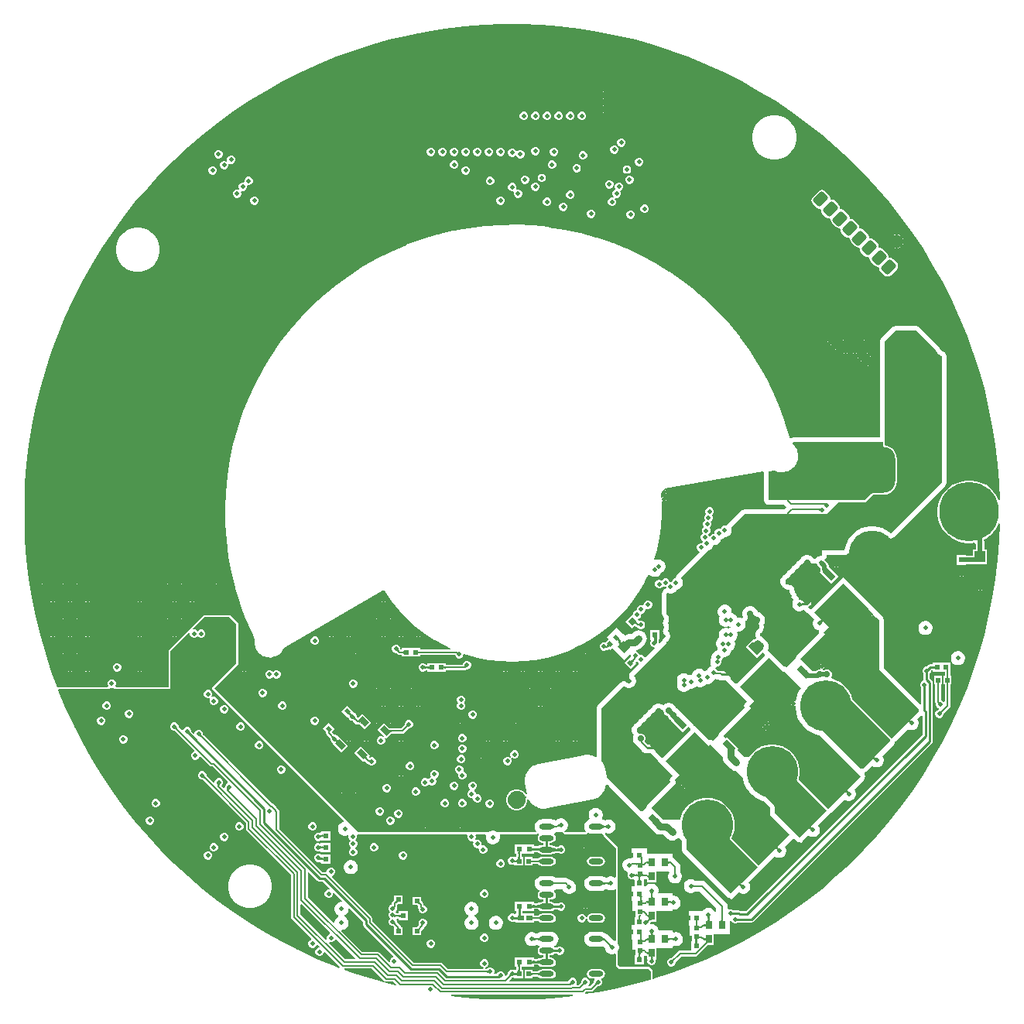
<source format=gbl>
G04*
G04 #@! TF.GenerationSoftware,Altium Limited,Altium Designer,24.1.2 (44)*
G04*
G04 Layer_Physical_Order=6*
G04 Layer_Color=16711680*
%FSLAX44Y44*%
%MOMM*%
G71*
G04*
G04 #@! TF.SameCoordinates,C067CD15-9508-4875-9725-B3D5D2F0FA69*
G04*
G04*
G04 #@! TF.FilePolarity,Positive*
G04*
G01*
G75*
%ADD14C,0.2540*%
%ADD19C,0.2032*%
%ADD29R,0.5000X0.4750*%
%ADD42R,0.6500X0.9000*%
G04:AMPARAMS|DCode=54|XSize=1mm|YSize=0.95mm|CornerRadius=0mm|HoleSize=0mm|Usage=FLASHONLY|Rotation=135.000|XOffset=0mm|YOffset=0mm|HoleType=Round|Shape=Rectangle|*
%AMROTATEDRECTD54*
4,1,4,0.6894,-0.0177,0.0177,-0.6894,-0.6894,0.0177,-0.0177,0.6894,0.6894,-0.0177,0.0*
%
%ADD54ROTATEDRECTD54*%

%ADD55R,0.6200X0.6200*%
%ADD61P,0.8768X4X180.0*%
%ADD62R,0.6200X0.6200*%
%ADD65R,0.4750X0.5000*%
%ADD66R,1.1500X1.1500*%
G04:AMPARAMS|DCode=68|XSize=0.5mm|YSize=0.475mm|CornerRadius=0mm|HoleSize=0mm|Usage=FLASHONLY|Rotation=315.000|XOffset=0mm|YOffset=0mm|HoleType=Round|Shape=Rectangle|*
%AMROTATEDRECTD68*
4,1,4,-0.3447,0.0088,-0.0088,0.3447,0.3447,-0.0088,0.0088,-0.3447,-0.3447,0.0088,0.0*
%
%ADD68ROTATEDRECTD68*%

%ADD107C,1.4000*%
%ADD108R,1.4000X1.4000*%
%ADD109C,6.5000*%
%ADD112C,1.5240*%
%ADD113C,1.9050*%
G04:AMPARAMS|DCode=114|XSize=1.143mm|YSize=1.524mm|CornerRadius=0.2858mm|HoleSize=0mm|Usage=FLASHONLY|Rotation=135.000|XOffset=0mm|YOffset=0mm|HoleType=Round|Shape=RoundedRectangle|*
%AMROUNDEDRECTD114*
21,1,1.1430,0.9525,0,0,135.0*
21,1,0.5715,1.5240,0,0,135.0*
1,1,0.5715,0.1347,0.5388*
1,1,0.5715,0.5388,0.1347*
1,1,0.5715,-0.1347,-0.5388*
1,1,0.5715,-0.5388,-0.1347*
%
%ADD114ROUNDEDRECTD114*%
%ADD115C,0.5080*%
%ADD116C,0.7112*%
%ADD118C,0.2286*%
%ADD119C,0.5080*%
%ADD121C,0.7620*%
%ADD127C,5.0000*%
G04:AMPARAMS|DCode=128|XSize=5mm|YSize=5mm|CornerRadius=1.25mm|HoleSize=0mm|Usage=FLASHONLY|Rotation=0.000|XOffset=0mm|YOffset=0mm|HoleType=Round|Shape=RoundedRectangle|*
%AMROUNDEDRECTD128*
21,1,5.0000,2.5000,0,0,0.0*
21,1,2.5000,5.0000,0,0,0.0*
1,1,2.5000,1.2500,-1.2500*
1,1,2.5000,-1.2500,-1.2500*
1,1,2.5000,-1.2500,1.2500*
1,1,2.5000,1.2500,1.2500*
%
%ADD128ROUNDEDRECTD128*%
%ADD129C,5.6000*%
%ADD141C,0.2540*%
%ADD142R,0.7000X0.6000*%
%ADD143O,1.5500X0.6000*%
G04:AMPARAMS|DCode=144|XSize=0.71mm|YSize=1.372mm|CornerRadius=0mm|HoleSize=0mm|Usage=FLASHONLY|Rotation=225.000|XOffset=0mm|YOffset=0mm|HoleType=Round|Shape=Rectangle|*
%AMROTATEDRECTD144*
4,1,4,-0.2341,0.7361,0.7361,-0.2341,0.2341,-0.7361,-0.7361,0.2341,-0.2341,0.7361,0.0*
%
%ADD144ROTATEDRECTD144*%

G04:AMPARAMS|DCode=145|XSize=4.52mm|YSize=3.85mm|CornerRadius=0mm|HoleSize=0mm|Usage=FLASHONLY|Rotation=225.000|XOffset=0mm|YOffset=0mm|HoleType=Round|Shape=Rectangle|*
%AMROTATEDRECTD145*
4,1,4,0.2369,2.9592,2.9592,0.2369,-0.2369,-2.9592,-2.9592,-0.2369,0.2369,2.9592,0.0*
%
%ADD145ROTATEDRECTD145*%

G04:AMPARAMS|DCode=146|XSize=0.6mm|YSize=1mm|CornerRadius=0mm|HoleSize=0mm|Usage=FLASHONLY|Rotation=225.000|XOffset=0mm|YOffset=0mm|HoleType=Round|Shape=Rectangle|*
%AMROTATEDRECTD146*
4,1,4,-0.1414,0.5657,0.5657,-0.1414,0.1414,-0.5657,-0.5657,0.1414,-0.1414,0.5657,0.0*
%
%ADD146ROTATEDRECTD146*%

%ADD147R,0.5500X0.5500*%
%ADD148R,3.6000X2.7000*%
G04:AMPARAMS|DCode=149|XSize=2.7mm|YSize=3.6mm|CornerRadius=0mm|HoleSize=0mm|Usage=FLASHONLY|Rotation=225.000|XOffset=0mm|YOffset=0mm|HoleType=Round|Shape=Rectangle|*
%AMROTATEDRECTD149*
4,1,4,-0.3182,2.2274,2.2274,-0.3182,0.3182,-2.2274,-2.2274,0.3182,-0.3182,2.2274,0.0*
%
%ADD149ROTATEDRECTD149*%

G36*
X31416Y532725D02*
X52307Y531081D01*
X73117Y528618D01*
X93814Y525340D01*
X114366Y521252D01*
X134742Y516360D01*
X154910Y510672D01*
X174840Y504197D01*
X194500Y496944D01*
X213860Y488924D01*
X232890Y480152D01*
X251561Y470638D01*
X269844Y460399D01*
X287712Y449450D01*
X305135Y437808D01*
X322088Y425491D01*
X338545Y412518D01*
X354479Y398909D01*
X369867Y384684D01*
X384684Y369867D01*
X398908Y354479D01*
X412518Y338545D01*
X425491Y322088D01*
X437808Y305135D01*
X449450Y287712D01*
X460399Y269844D01*
X470638Y251561D01*
X480152Y232890D01*
X488925Y213860D01*
X496944Y194500D01*
X504197Y174840D01*
X510672Y154911D01*
X516360Y134742D01*
X521252Y114366D01*
X525340Y93814D01*
X528618Y73117D01*
X531081Y52307D01*
X532725Y31416D01*
X533453Y12900D01*
X532191Y12675D01*
X532002Y13256D01*
X529534Y18099D01*
X526339Y22496D01*
X522496Y26339D01*
X518099Y29534D01*
X513256Y32002D01*
X508086Y33682D01*
X502718Y34532D01*
X497282D01*
X491914Y33682D01*
X486744Y32002D01*
X481901Y29534D01*
X477504Y26339D01*
X473661Y22496D01*
X470466Y18099D01*
X467998Y13256D01*
X466318Y8086D01*
X465468Y2718D01*
Y-2718D01*
X466318Y-8086D01*
X467998Y-13256D01*
X470466Y-18099D01*
X473661Y-22496D01*
X477504Y-26339D01*
X481901Y-29534D01*
X486744Y-32002D01*
X491914Y-33682D01*
X497282Y-34532D01*
X502718D01*
X506008Y-34011D01*
X507148Y-35116D01*
Y-41428D01*
X504028D01*
Y-47988D01*
X496622D01*
Y-47518D01*
X486358D01*
Y-57782D01*
X496622D01*
Y-57312D01*
X505624D01*
X506781Y-57082D01*
X508600D01*
X509050Y-56992D01*
X519592D01*
Y-41428D01*
X516472D01*
Y-32936D01*
X516127Y-31202D01*
Y-30539D01*
X518099Y-29534D01*
X522496Y-26339D01*
X526339Y-22496D01*
X529534Y-18099D01*
X532002Y-13256D01*
X532191Y-12675D01*
X533453Y-12900D01*
X532725Y-31416D01*
X531081Y-52307D01*
X528618Y-73117D01*
X525340Y-93814D01*
X521252Y-114366D01*
X516360Y-134742D01*
X510672Y-154910D01*
X504197Y-174840D01*
X496944Y-194500D01*
X488924Y-213860D01*
X480152Y-232890D01*
X470638Y-251561D01*
X460399Y-269844D01*
X449450Y-287712D01*
X437808Y-305136D01*
X425491Y-322088D01*
X412518Y-338545D01*
X398909Y-354479D01*
X384684Y-369867D01*
X369867Y-384684D01*
X354479Y-398908D01*
X338545Y-412518D01*
X322088Y-425491D01*
X305135Y-437808D01*
X287712Y-449450D01*
X269844Y-460399D01*
X251561Y-470638D01*
X232890Y-480152D01*
X213860Y-488925D01*
X194500Y-496944D01*
X174840Y-504197D01*
X154911Y-510672D01*
X154683Y-510737D01*
X153670Y-509970D01*
Y-501650D01*
X149860Y-497840D01*
X118110D01*
X115570Y-495300D01*
Y-480491D01*
X116321Y-479191D01*
X116840Y-477253D01*
Y-475247D01*
X116321Y-473309D01*
X115570Y-472009D01*
Y-367030D01*
X101499Y-352959D01*
X101660Y-351452D01*
X102212Y-351122D01*
X102469Y-351271D01*
X104407Y-351790D01*
X106413D01*
X108351Y-351271D01*
X110089Y-350267D01*
X111508Y-348849D01*
X112511Y-347111D01*
X113030Y-345173D01*
Y-343167D01*
X112511Y-341229D01*
X111508Y-339491D01*
X110089Y-338073D01*
X108351Y-337069D01*
X106413Y-336550D01*
X104407D01*
X102469Y-337069D01*
X101690Y-337519D01*
X101441Y-337353D01*
X101168Y-337298D01*
X100922Y-337169D01*
X100636Y-337143D01*
X100595Y-337112D01*
X98862Y-336395D01*
X98455Y-335726D01*
X98222Y-334963D01*
X98541Y-334411D01*
X99060Y-332473D01*
Y-330467D01*
X98541Y-328529D01*
X97537Y-326791D01*
X96119Y-325373D01*
X94381Y-324369D01*
X92443Y-323850D01*
X90437D01*
X88499Y-324369D01*
X86761Y-325373D01*
X85343Y-326791D01*
X84339Y-328529D01*
X83820Y-330467D01*
Y-332473D01*
X84339Y-334411D01*
X84712Y-335058D01*
X84731Y-335174D01*
X84145Y-336615D01*
X82945Y-337112D01*
X81257Y-338407D01*
X79962Y-340095D01*
X79148Y-342061D01*
X78870Y-344170D01*
X79148Y-346279D01*
X79962Y-348245D01*
X80733Y-349250D01*
X80107Y-350520D01*
X57730D01*
X57390Y-349250D01*
X58197Y-348784D01*
X59616Y-347365D01*
X60619Y-345628D01*
X61139Y-343689D01*
Y-341683D01*
X60619Y-339745D01*
X59616Y-338008D01*
X58197Y-336589D01*
X56460Y-335586D01*
X54522Y-335066D01*
X52515D01*
X50577Y-335586D01*
X48840Y-336589D01*
X48187Y-337241D01*
X48186Y-337241D01*
X47948Y-337356D01*
X47562Y-337433D01*
X47441Y-337353D01*
X47168Y-337298D01*
X46922Y-337169D01*
X46636Y-337143D01*
X46595Y-337112D01*
X44629Y-336298D01*
X42520Y-336020D01*
X33020D01*
X30911Y-336298D01*
X28945Y-337112D01*
X27257Y-338407D01*
X25962Y-340095D01*
X25148Y-342061D01*
X24870Y-344170D01*
X25148Y-346279D01*
X25962Y-348245D01*
X26733Y-349250D01*
X26107Y-350520D01*
X-15879D01*
X-16276Y-350122D01*
X-18014Y-349119D01*
X-19952Y-348600D01*
X-21958D01*
X-23896Y-349119D01*
X-25634Y-350122D01*
X-26031Y-350520D01*
X-168434D01*
X-176591Y-342362D01*
X-176782Y-342031D01*
X-178201Y-340612D01*
X-178532Y-340421D01*
X-326058Y-192895D01*
X-299720Y-166557D01*
Y-121920D01*
X-308610Y-113030D01*
X-337820D01*
X-375920Y-151130D01*
Y-191770D01*
X-433581D01*
X-434067Y-190597D01*
X-434020Y-190550D01*
X-433324Y-188869D01*
Y-187051D01*
X-434020Y-185370D01*
X-435306Y-184084D01*
X-436987Y-183388D01*
X-438805D01*
X-440486Y-184084D01*
X-441772Y-185370D01*
X-442468Y-187051D01*
Y-188869D01*
X-441772Y-190550D01*
X-441725Y-190597D01*
X-442211Y-191770D01*
X-497951D01*
X-504197Y-174840D01*
X-510672Y-154911D01*
X-516360Y-134742D01*
X-521252Y-114366D01*
X-525340Y-93814D01*
X-528618Y-73117D01*
X-531081Y-52307D01*
X-532725Y-31416D01*
X-533548Y-10478D01*
X-533548Y0D01*
Y10478D01*
X-532725Y31416D01*
X-531081Y52307D01*
X-528618Y73117D01*
X-525340Y93814D01*
X-521252Y114366D01*
X-516360Y134742D01*
X-510672Y154910D01*
X-504197Y174840D01*
X-496944Y194500D01*
X-488925Y213860D01*
X-480152Y232890D01*
X-470638Y251561D01*
X-460399Y269844D01*
X-449450Y287712D01*
X-437808Y305135D01*
X-425491Y322088D01*
X-412518Y338545D01*
X-398909Y354479D01*
X-384684Y369867D01*
X-369867Y384684D01*
X-354479Y398908D01*
X-338545Y412518D01*
X-322088Y425491D01*
X-305135Y437808D01*
X-287712Y449450D01*
X-269844Y460399D01*
X-251562Y470638D01*
X-232890Y480152D01*
X-213860Y488925D01*
X-194500Y496944D01*
X-174840Y504197D01*
X-154911Y510672D01*
X-134742Y516360D01*
X-114366Y521252D01*
X-93814Y525340D01*
X-73117Y528618D01*
X-52307Y531081D01*
X-31416Y532725D01*
X-10478Y533548D01*
X10478D01*
X31416Y532725D01*
D02*
G37*
G36*
X-301792Y-122778D02*
Y-165699D01*
X-327523Y-191430D01*
X-327972Y-192102D01*
X-328130Y-192895D01*
X-327972Y-193688D01*
X-327523Y-194360D01*
X-327523Y-194360D01*
X-183991Y-337892D01*
X-184440Y-339239D01*
X-185821Y-339609D01*
X-187559Y-340612D01*
X-188978Y-342031D01*
X-189981Y-343769D01*
X-190500Y-345707D01*
Y-347713D01*
X-189981Y-349651D01*
X-188978Y-351389D01*
X-187559Y-352808D01*
X-185821Y-353811D01*
X-183883Y-354330D01*
X-181877D01*
X-179939Y-353811D01*
X-179791Y-353725D01*
X-178782Y-354610D01*
X-178816Y-354691D01*
Y-356509D01*
X-178120Y-358190D01*
X-176834Y-359476D01*
X-176814Y-359578D01*
X-177866Y-360630D01*
X-178562Y-362311D01*
Y-364129D01*
X-177866Y-365810D01*
X-176747Y-366929D01*
X-176653Y-367665D01*
X-176747Y-368401D01*
X-177866Y-369520D01*
X-178562Y-371201D01*
Y-373019D01*
X-177866Y-374700D01*
X-176580Y-375986D01*
X-174899Y-376682D01*
X-173081D01*
X-171400Y-375986D01*
X-170114Y-374700D01*
X-169418Y-373019D01*
Y-371201D01*
X-170114Y-369520D01*
X-171233Y-368401D01*
X-171327Y-367665D01*
X-171233Y-366929D01*
X-170114Y-365810D01*
X-169418Y-364129D01*
Y-362311D01*
X-170114Y-360630D01*
X-171400Y-359344D01*
X-171420Y-359242D01*
X-170368Y-358190D01*
X-169672Y-356509D01*
Y-354691D01*
X-170260Y-353271D01*
X-169476Y-352399D01*
X-169379Y-352332D01*
X-169226Y-352434D01*
X-168434Y-352592D01*
X-168433Y-352592D01*
X-49527D01*
X-48679Y-353862D01*
X-49022Y-354691D01*
Y-356509D01*
X-48326Y-358190D01*
X-47040Y-359476D01*
X-45359Y-360172D01*
X-43541D01*
X-42956Y-359930D01*
X-42849Y-360006D01*
X-42110Y-360954D01*
X-42672Y-362311D01*
Y-364129D01*
X-41976Y-365810D01*
X-40690Y-367096D01*
X-39009Y-367792D01*
X-37337D01*
X-36790Y-368260D01*
X-36322Y-368807D01*
Y-370479D01*
X-35626Y-372160D01*
X-34340Y-373446D01*
X-32659Y-374142D01*
X-30841D01*
X-29160Y-373446D01*
X-27874Y-372160D01*
X-27178Y-370479D01*
Y-368661D01*
X-27874Y-366980D01*
X-29160Y-365694D01*
X-30841Y-364998D01*
X-32513D01*
X-33060Y-364530D01*
X-33528Y-363983D01*
Y-362311D01*
X-34224Y-360630D01*
X-35510Y-359344D01*
X-37191Y-358648D01*
X-39009D01*
X-39594Y-358890D01*
X-39701Y-358814D01*
X-40440Y-357866D01*
X-39878Y-356509D01*
Y-354691D01*
X-40221Y-353862D01*
X-39373Y-352592D01*
X-29008D01*
X-28212Y-353862D01*
X-28575Y-355217D01*
Y-357223D01*
X-28056Y-359161D01*
X-27053Y-360899D01*
X-25634Y-362318D01*
X-23896Y-363321D01*
X-21958Y-363840D01*
X-19952D01*
X-18014Y-363321D01*
X-16276Y-362318D01*
X-14857Y-360899D01*
X-13854Y-359161D01*
X-13335Y-357223D01*
Y-355217D01*
X-13698Y-353862D01*
X-12902Y-352592D01*
X26107D01*
X26438Y-352526D01*
X26773Y-352482D01*
X26833Y-352448D01*
X26900Y-352434D01*
X27181Y-352247D01*
X27473Y-352078D01*
X27515Y-352023D01*
X27572Y-351985D01*
X27665Y-351846D01*
X28392Y-351337D01*
X28511Y-351309D01*
X29367Y-351854D01*
X29424Y-353221D01*
X29392Y-353242D01*
X28280Y-354907D01*
X27889Y-356870D01*
X28280Y-358833D01*
X29392Y-360498D01*
X31057Y-361610D01*
X33020Y-362001D01*
X34403D01*
Y-364439D01*
X33020D01*
X31057Y-364830D01*
X31006Y-364864D01*
X30966Y-364852D01*
X30874Y-364790D01*
X30583Y-364732D01*
X30301Y-364644D01*
X30190Y-364654D01*
X30081Y-364632D01*
X29791Y-364690D01*
X29496Y-364717D01*
X29397Y-364768D01*
X29288Y-364790D01*
X29042Y-364954D01*
X28780Y-365092D01*
X28708Y-365177D01*
X28616Y-365239D01*
X28451Y-365485D01*
X28262Y-365713D01*
X28249Y-365752D01*
X28240Y-365753D01*
X24182D01*
Y-363858D01*
X14022D01*
X13918Y-363858D01*
X12752D01*
X12648Y-363858D01*
X2488D01*
Y-374122D01*
X4467D01*
Y-377738D01*
X3168D01*
X3168Y-377738D01*
X1988Y-377522D01*
X909Y-377075D01*
X-909D01*
X-2590Y-377771D01*
X-3876Y-379058D01*
X-4572Y-380738D01*
Y-382557D01*
X-3876Y-384237D01*
X-2590Y-385523D01*
X-909Y-386219D01*
X909D01*
X1898Y-385810D01*
X3168Y-386604D01*
Y-386802D01*
X11982D01*
Y-377738D01*
X10683D01*
Y-374122D01*
X12648D01*
X12752Y-374122D01*
X13918D01*
X14022Y-374122D01*
X24182D01*
Y-372227D01*
X28240D01*
X28249Y-372228D01*
X28262Y-372267D01*
X28451Y-372495D01*
X28616Y-372741D01*
X28708Y-372803D01*
X28780Y-372888D01*
X29042Y-373026D01*
X29288Y-373190D01*
X29397Y-373212D01*
X29471Y-373250D01*
X31057Y-374310D01*
X33020Y-374701D01*
X42520D01*
X44483Y-374310D01*
X44855Y-374062D01*
X44957Y-374082D01*
X45240Y-374170D01*
X45350Y-374160D01*
X45459Y-374182D01*
X45750Y-374124D01*
X46045Y-374097D01*
X46143Y-374046D01*
X46252Y-374024D01*
X46498Y-373859D01*
X46761Y-373722D01*
X46832Y-373637D01*
X46924Y-373575D01*
X47089Y-373329D01*
X47278Y-373101D01*
X47311Y-372995D01*
X47340Y-372952D01*
X47363Y-372948D01*
X47491Y-372937D01*
X50076D01*
X50104Y-372940D01*
X50202Y-372956D01*
X50264Y-372970D01*
X50265Y-372970D01*
X50281Y-372977D01*
X50750Y-373446D01*
X52431Y-374142D01*
X54249D01*
X55930Y-373446D01*
X57216Y-372160D01*
X57912Y-370479D01*
Y-368661D01*
X57216Y-366980D01*
X55930Y-365694D01*
X54249Y-364998D01*
X52431D01*
X50750Y-365694D01*
X50281Y-366163D01*
X50265Y-366170D01*
X50264Y-366170D01*
X50202Y-366184D01*
X50129Y-366196D01*
X50044Y-366203D01*
X47491D01*
X47363Y-366192D01*
X47340Y-366188D01*
X47311Y-366145D01*
X47278Y-366039D01*
X47089Y-365811D01*
X46924Y-365565D01*
X46832Y-365503D01*
X46761Y-365418D01*
X46498Y-365280D01*
X46252Y-365116D01*
X46143Y-365094D01*
X46045Y-365043D01*
X45750Y-365016D01*
X45459Y-364958D01*
X45350Y-364980D01*
X45240Y-364970D01*
X44957Y-365058D01*
X44855Y-365078D01*
X44483Y-364830D01*
X42520Y-364439D01*
X41137D01*
Y-362001D01*
X42520D01*
X44483Y-361610D01*
X46148Y-360498D01*
X47260Y-358833D01*
X47651Y-356870D01*
X47260Y-354907D01*
X46148Y-353242D01*
X45728Y-352962D01*
X45869Y-351529D01*
X46595Y-351228D01*
X46636Y-351197D01*
X46922Y-351171D01*
X47168Y-351041D01*
X47441Y-350987D01*
X48056Y-350576D01*
X48420Y-350385D01*
X48568D01*
X50946Y-349912D01*
X50975Y-349893D01*
X52515Y-350306D01*
X54522D01*
X55292Y-350100D01*
X55807Y-351268D01*
X55816Y-351313D01*
X55967Y-351538D01*
X56087Y-351781D01*
X56189Y-351871D01*
X56265Y-351985D01*
X56491Y-352136D01*
X56694Y-352314D01*
X56824Y-352358D01*
X56937Y-352434D01*
X57203Y-352487D01*
X57460Y-352574D01*
X57596Y-352565D01*
X57730Y-352592D01*
X80107D01*
X80438Y-352526D01*
X80773Y-352482D01*
X80833Y-352448D01*
X80900Y-352434D01*
X81181Y-352247D01*
X81473Y-352078D01*
X81515Y-352023D01*
X81572Y-351985D01*
X81665Y-351846D01*
X82392Y-351337D01*
X82925Y-351213D01*
X82945Y-351228D01*
X84911Y-352042D01*
X87020Y-352320D01*
X96520D01*
X98231Y-352094D01*
X98979Y-352494D01*
X99081Y-352572D01*
X99165Y-352658D01*
X99270Y-352779D01*
X99451Y-353076D01*
X99485Y-353250D01*
X99512Y-353545D01*
X99564Y-353643D01*
X99585Y-353752D01*
X99750Y-353998D01*
X99888Y-354261D01*
X99973Y-354332D01*
X100034Y-354424D01*
X113498Y-367888D01*
Y-399508D01*
X112228Y-400071D01*
X110891Y-399299D01*
X108953Y-398780D01*
X106947D01*
X105009Y-399299D01*
X103475Y-400185D01*
X102421D01*
X102056Y-399994D01*
X101441Y-399583D01*
X101168Y-399528D01*
X100922Y-399399D01*
X100636Y-399373D01*
X100595Y-399342D01*
X98629Y-398528D01*
X96520Y-398250D01*
X87020D01*
X84911Y-398528D01*
X82945Y-399342D01*
X81257Y-400637D01*
X79962Y-402325D01*
X79148Y-404291D01*
X78870Y-406400D01*
X79148Y-408509D01*
X79962Y-410475D01*
X81257Y-412163D01*
X82945Y-413458D01*
X84911Y-414272D01*
X87020Y-414550D01*
X96520D01*
X98629Y-414272D01*
X100595Y-413458D01*
X100636Y-413427D01*
X100922Y-413401D01*
X101168Y-413271D01*
X101441Y-413217D01*
X102056Y-412806D01*
X102420Y-412615D01*
X103475D01*
X105009Y-413501D01*
X106947Y-414020D01*
X108953D01*
X110891Y-413501D01*
X112228Y-412729D01*
X113498Y-413292D01*
Y-468651D01*
X112398Y-469286D01*
X112161Y-469149D01*
X110451Y-468691D01*
X107542Y-465782D01*
X106455Y-464155D01*
X105265Y-462965D01*
X103248Y-461618D01*
X101981Y-461366D01*
X100595Y-460302D01*
X98629Y-459488D01*
X96520Y-459210D01*
X87020D01*
X84911Y-459488D01*
X82945Y-460302D01*
X81257Y-461597D01*
X79962Y-463285D01*
X79148Y-465251D01*
X78870Y-467360D01*
X79148Y-469469D01*
X79962Y-471435D01*
X81257Y-473123D01*
X82945Y-474418D01*
X84911Y-475232D01*
X87020Y-475510D01*
X96520D01*
X98629Y-475232D01*
X99183Y-475003D01*
X101661Y-477481D01*
X102119Y-479191D01*
X103123Y-480929D01*
X104541Y-482347D01*
X106279Y-483351D01*
X108217Y-483870D01*
X110223D01*
X112161Y-483351D01*
X112398Y-483214D01*
X113498Y-483849D01*
Y-495300D01*
X113656Y-496093D01*
X114105Y-496765D01*
X114105Y-496765D01*
X116645Y-499305D01*
X117317Y-499754D01*
X118110Y-499912D01*
X118110Y-499912D01*
X149002D01*
X151598Y-502508D01*
Y-509970D01*
X151626Y-510111D01*
X151618Y-510254D01*
X151626Y-510279D01*
X151488Y-511139D01*
X151163Y-511594D01*
X151148Y-511609D01*
X150912Y-511800D01*
X134742Y-516360D01*
X114366Y-521252D01*
X93814Y-525340D01*
X80226Y-527492D01*
X79620Y-526302D01*
X80893Y-525029D01*
X86408D01*
X87598Y-524793D01*
X88606Y-524119D01*
X93638Y-519087D01*
X93681Y-519056D01*
X93739Y-519021D01*
X93785Y-518997D01*
X93822Y-518983D01*
X93852Y-518973D01*
X93877Y-518968D01*
X93904Y-518965D01*
X94024Y-518960D01*
X94189Y-518922D01*
X94889D01*
X96570Y-518226D01*
X97856Y-516940D01*
X98552Y-515259D01*
Y-513441D01*
X97856Y-511760D01*
X97611Y-511516D01*
X97980Y-510300D01*
X98483Y-510200D01*
X100148Y-509088D01*
X101260Y-507423D01*
X101651Y-505460D01*
X101260Y-503497D01*
X100148Y-501832D01*
X98483Y-500720D01*
X96520Y-500329D01*
X87020D01*
X85057Y-500720D01*
X83392Y-501832D01*
X82280Y-503497D01*
X81889Y-505460D01*
X82280Y-507423D01*
X83392Y-509088D01*
X85057Y-510200D01*
X87020Y-510591D01*
X89614D01*
X90063Y-511861D01*
X89408Y-513441D01*
Y-514141D01*
X89369Y-514306D01*
X89366Y-514426D01*
X89362Y-514453D01*
X89357Y-514478D01*
X89347Y-514508D01*
X89333Y-514545D01*
X89309Y-514591D01*
X89274Y-514649D01*
X89243Y-514692D01*
X85121Y-518814D01*
X83808D01*
X83282Y-517544D01*
X83886Y-516940D01*
X84582Y-515259D01*
Y-513441D01*
X83886Y-511760D01*
X82600Y-510474D01*
X80919Y-509778D01*
X79101D01*
X77420Y-510474D01*
X76134Y-511760D01*
X75438Y-513441D01*
Y-514141D01*
X75399Y-514306D01*
X75395Y-514426D01*
X75392Y-514453D01*
X75387Y-514478D01*
X75377Y-514508D01*
X75363Y-514545D01*
X75339Y-514591D01*
X75304Y-514649D01*
X75273Y-514692D01*
X72373Y-517592D01*
X70923D01*
X70172Y-516322D01*
X70612Y-515259D01*
Y-513441D01*
X69916Y-511760D01*
X68630Y-510474D01*
X66949Y-509778D01*
X65131D01*
X63450Y-510474D01*
X62164Y-511760D01*
X61468Y-513441D01*
Y-513782D01*
X-2601D01*
X-3087Y-512609D01*
X-342Y-509863D01*
X-299Y-509833D01*
X-241Y-509797D01*
X-195Y-509774D01*
X-158Y-509759D01*
X-128Y-509750D01*
X-103Y-509744D01*
X-76Y-509741D01*
X44Y-509737D01*
X209Y-509698D01*
X909D01*
X1898Y-509289D01*
X3168Y-509992D01*
Y-509992D01*
X11982D01*
Y-500928D01*
X10728D01*
Y-497312D01*
X12648D01*
X12752Y-497312D01*
X13918D01*
X14022Y-497312D01*
X24182D01*
Y-495417D01*
X28240D01*
X28249Y-495418D01*
X28262Y-495457D01*
X28451Y-495685D01*
X28616Y-495931D01*
X28708Y-495993D01*
X28780Y-496078D01*
X29042Y-496216D01*
X29288Y-496380D01*
X29397Y-496402D01*
X29471Y-496440D01*
X31057Y-497500D01*
X33020Y-497891D01*
X42520D01*
X44483Y-497500D01*
X46148Y-496388D01*
X47260Y-494723D01*
X47651Y-492760D01*
X47260Y-490797D01*
X46148Y-489132D01*
X44483Y-488020D01*
X42520Y-487629D01*
X41137D01*
Y-485191D01*
X42520D01*
X44483Y-484800D01*
X46148Y-483688D01*
X46322Y-483427D01*
X48971D01*
X49480Y-483936D01*
X51161Y-484632D01*
X52979D01*
X54660Y-483936D01*
X55946Y-482650D01*
X56642Y-480969D01*
Y-479151D01*
X55946Y-477470D01*
X54660Y-476184D01*
X52979Y-475488D01*
X51161D01*
X49480Y-476184D01*
X48971Y-476693D01*
X46769D01*
X46008Y-475892D01*
X46233Y-474568D01*
X46595Y-474418D01*
X48283Y-473123D01*
X49578Y-471435D01*
X50392Y-469469D01*
X50670Y-467360D01*
X50392Y-465251D01*
X49578Y-463285D01*
X48283Y-461597D01*
X46595Y-460302D01*
X44629Y-459488D01*
X42520Y-459210D01*
X33020D01*
X30911Y-459488D01*
X28945Y-460302D01*
X28904Y-460333D01*
X28618Y-460359D01*
X28372Y-460488D01*
X28099Y-460543D01*
X27484Y-460954D01*
X27120Y-461145D01*
X26065D01*
X24531Y-460259D01*
X22593Y-459740D01*
X20587D01*
X18649Y-460259D01*
X16911Y-461263D01*
X15493Y-462681D01*
X14489Y-464419D01*
X13970Y-466357D01*
Y-468363D01*
X14489Y-470301D01*
X15493Y-472039D01*
X16911Y-473457D01*
X18649Y-474461D01*
X20587Y-474980D01*
X22593D01*
X24531Y-474461D01*
X26065Y-473575D01*
X27120D01*
X27484Y-473766D01*
X28099Y-474177D01*
X28372Y-474231D01*
X28618Y-474361D01*
X28904Y-474386D01*
X28945Y-474418D01*
X29671Y-474719D01*
X29812Y-476152D01*
X29392Y-476432D01*
X28280Y-478097D01*
X27889Y-480060D01*
X28280Y-482023D01*
X29392Y-483688D01*
X31057Y-484800D01*
X33020Y-485191D01*
X34403D01*
Y-487629D01*
X33020D01*
X31057Y-488020D01*
X31006Y-488054D01*
X30966Y-488042D01*
X30874Y-487980D01*
X30583Y-487922D01*
X30301Y-487834D01*
X30190Y-487844D01*
X30081Y-487822D01*
X29791Y-487880D01*
X29496Y-487907D01*
X29397Y-487958D01*
X29288Y-487980D01*
X29042Y-488144D01*
X28780Y-488282D01*
X28708Y-488367D01*
X28616Y-488429D01*
X28451Y-488675D01*
X28262Y-488903D01*
X28249Y-488942D01*
X28240Y-488943D01*
X24182D01*
Y-487048D01*
X14022D01*
X13918Y-487048D01*
X12752D01*
X12648Y-487048D01*
X2488D01*
Y-497312D01*
X4512D01*
Y-500928D01*
X3168D01*
X3168Y-500928D01*
Y-500928D01*
X1898Y-500964D01*
X909Y-500555D01*
X-909D01*
X-2590Y-501251D01*
X-3876Y-502537D01*
X-4572Y-504217D01*
Y-504918D01*
X-4611Y-505082D01*
X-4615Y-505203D01*
X-4618Y-505229D01*
X-4623Y-505255D01*
X-4633Y-505285D01*
X-4647Y-505321D01*
X-4671Y-505368D01*
X-4706Y-505426D01*
X-4737Y-505468D01*
X-6858Y-507590D01*
X-8128Y-507063D01*
Y-506329D01*
X-8824Y-504648D01*
X-10110Y-503362D01*
X-11791Y-502666D01*
X-13609D01*
X-15290Y-503362D01*
X-16576Y-504648D01*
X-16887Y-505398D01*
X-19065D01*
X-19770Y-504342D01*
X-19558Y-503829D01*
Y-502011D01*
X-20254Y-500330D01*
X-21540Y-499044D01*
X-23221Y-498348D01*
X-25039D01*
X-26720Y-499044D01*
X-27215Y-499540D01*
X-27359Y-499629D01*
X-27447Y-499711D01*
X-27468Y-499727D01*
X-27490Y-499742D01*
X-27517Y-499756D01*
X-27554Y-499771D01*
X-27603Y-499788D01*
X-27669Y-499804D01*
X-27721Y-499812D01*
X-29426D01*
X-29571Y-498602D01*
X-27890Y-497906D01*
X-26604Y-496620D01*
X-25908Y-494939D01*
Y-493121D01*
X-26604Y-491440D01*
X-27890Y-490154D01*
X-29571Y-489458D01*
X-31389D01*
X-33070Y-490154D01*
X-34356Y-491440D01*
X-35052Y-493121D01*
Y-494939D01*
X-34356Y-496620D01*
X-33070Y-497906D01*
X-31389Y-498602D01*
X-31534Y-499812D01*
X-70163D01*
X-76105Y-493871D01*
X-77113Y-493197D01*
X-78302Y-492961D01*
X-107588D01*
X-152721Y-447827D01*
Y-445304D01*
X-152958Y-444115D01*
X-153631Y-443106D01*
X-197293Y-399445D01*
X-196828Y-398114D01*
X-195530Y-397576D01*
X-194244Y-396290D01*
X-193548Y-394609D01*
Y-392791D01*
X-194244Y-391110D01*
X-195530Y-389824D01*
X-197211Y-389128D01*
X-199029D01*
X-200710Y-389824D01*
X-201996Y-391110D01*
X-202692Y-392791D01*
Y-392987D01*
X-203962Y-394030D01*
X-204004Y-394021D01*
X-207488D01*
X-254702Y-346807D01*
Y-327999D01*
X-254939Y-326809D01*
X-255613Y-325801D01*
X-256900Y-324514D01*
X-256971Y-324156D01*
X-257645Y-323148D01*
X-260918Y-319874D01*
X-261926Y-319201D01*
X-262284Y-319130D01*
X-338163Y-243251D01*
X-338194Y-243208D01*
X-338229Y-243150D01*
X-338253Y-243104D01*
X-338268Y-243067D01*
X-338277Y-243037D01*
X-338282Y-243011D01*
X-338285Y-242985D01*
X-338289Y-242864D01*
X-338328Y-242700D01*
Y-241999D01*
X-339024Y-240319D01*
X-340310Y-239033D01*
X-341991Y-238337D01*
X-343809D01*
X-345490Y-239033D01*
X-346776Y-240319D01*
X-347472Y-241999D01*
Y-242207D01*
X-348742Y-242733D01*
X-350974Y-240501D01*
X-350998Y-240469D01*
X-351022Y-240430D01*
X-351028Y-240384D01*
Y-239121D01*
X-351724Y-237440D01*
X-353010Y-236154D01*
X-354691Y-235458D01*
X-356509D01*
X-358190Y-236154D01*
X-359476Y-237440D01*
X-359890Y-238439D01*
X-361345Y-238780D01*
X-364833Y-235292D01*
X-364864Y-235249D01*
X-364899Y-235191D01*
X-364923Y-235145D01*
X-364938Y-235108D01*
X-364947Y-235078D01*
X-364952Y-235053D01*
X-364955Y-235026D01*
X-364959Y-234906D01*
X-364998Y-234741D01*
Y-234041D01*
X-365694Y-232360D01*
X-366980Y-231074D01*
X-368661Y-230378D01*
X-370479D01*
X-372160Y-231074D01*
X-373446Y-232360D01*
X-374142Y-234041D01*
Y-235859D01*
X-373446Y-237540D01*
X-372160Y-238826D01*
X-370479Y-239522D01*
X-369779D01*
X-369614Y-239561D01*
X-369494Y-239564D01*
X-369468Y-239568D01*
X-369442Y-239573D01*
X-369412Y-239583D01*
X-369375Y-239597D01*
X-369329Y-239621D01*
X-369271Y-239656D01*
X-369228Y-239687D01*
X-347960Y-260955D01*
X-348301Y-262410D01*
X-349300Y-262824D01*
X-350586Y-264110D01*
X-351282Y-265791D01*
Y-267609D01*
X-350586Y-269290D01*
X-349300Y-270576D01*
X-347619Y-271272D01*
X-345801D01*
X-344120Y-270576D01*
X-342834Y-269290D01*
X-342420Y-268291D01*
X-340965Y-267950D01*
X-331128Y-277787D01*
X-330119Y-278461D01*
X-328930Y-278698D01*
X-327677D01*
X-311024Y-295351D01*
X-311322Y-296849D01*
X-311962Y-297114D01*
X-313248Y-298400D01*
X-313944Y-300081D01*
Y-300875D01*
X-314021Y-300991D01*
X-314092Y-301349D01*
X-315470Y-301767D01*
X-317832Y-299406D01*
X-316926Y-298500D01*
X-316230Y-296819D01*
Y-295001D01*
X-316926Y-293320D01*
X-318212Y-292034D01*
X-319893Y-291338D01*
X-321711D01*
X-323392Y-292034D01*
X-324678Y-293320D01*
X-325374Y-295001D01*
Y-295815D01*
X-326644Y-296341D01*
X-334353Y-288632D01*
X-334384Y-288589D01*
X-334419Y-288531D01*
X-334443Y-288485D01*
X-334458Y-288448D01*
X-334467Y-288418D01*
X-334472Y-288393D01*
X-334476Y-288366D01*
X-334479Y-288246D01*
X-334518Y-288081D01*
Y-287381D01*
X-335214Y-285700D01*
X-336500Y-284414D01*
X-338181Y-283718D01*
X-339999D01*
X-341680Y-284414D01*
X-342966Y-285700D01*
X-343662Y-287381D01*
Y-289199D01*
X-342966Y-290880D01*
X-341680Y-292166D01*
X-339999Y-292862D01*
X-339299D01*
X-339134Y-292901D01*
X-339014Y-292904D01*
X-338988Y-292908D01*
X-338962Y-292913D01*
X-338932Y-292922D01*
X-338895Y-292937D01*
X-338849Y-292961D01*
X-338791Y-292996D01*
X-338748Y-293027D01*
X-291398Y-340377D01*
Y-346710D01*
X-291161Y-347899D01*
X-290487Y-348908D01*
X-241868Y-397527D01*
Y-443230D01*
X-241631Y-444419D01*
X-240958Y-445428D01*
X-219690Y-466695D01*
X-220031Y-468150D01*
X-221030Y-468564D01*
X-222316Y-469850D01*
X-223012Y-471531D01*
Y-473349D01*
X-222316Y-475030D01*
X-221030Y-476316D01*
X-219349Y-477012D01*
X-217531D01*
X-215850Y-476316D01*
X-214564Y-475030D01*
X-214150Y-474031D01*
X-212695Y-473690D01*
X-210897Y-475488D01*
X-211423Y-476758D01*
X-211729D01*
X-213410Y-477454D01*
X-214696Y-478740D01*
X-215392Y-480421D01*
Y-482239D01*
X-214696Y-483920D01*
X-213410Y-485206D01*
X-211729Y-485902D01*
X-209911D01*
X-208230Y-485206D01*
X-206944Y-483920D01*
X-206248Y-482239D01*
Y-481933D01*
X-204978Y-481407D01*
X-188629Y-497756D01*
X-189330Y-498851D01*
X-194500Y-496944D01*
X-213860Y-488925D01*
X-232890Y-480152D01*
X-251561Y-470638D01*
X-269844Y-460399D01*
X-287712Y-449450D01*
X-305136Y-437808D01*
X-322088Y-425491D01*
X-338545Y-412518D01*
X-354479Y-398909D01*
X-369867Y-384684D01*
X-384684Y-369867D01*
X-398908Y-354479D01*
X-412518Y-338545D01*
X-425491Y-322088D01*
X-437808Y-305135D01*
X-449450Y-287712D01*
X-460399Y-269844D01*
X-470638Y-251562D01*
X-480152Y-232890D01*
X-488925Y-213860D01*
X-496690Y-195112D01*
X-495943Y-193842D01*
X-442211D01*
X-441779Y-193756D01*
X-441418Y-193684D01*
X-440746Y-193235D01*
X-440297Y-192563D01*
X-440068Y-192009D01*
X-438805Y-192532D01*
X-436987D01*
X-435724Y-192009D01*
X-435495Y-192563D01*
X-435046Y-193235D01*
X-434374Y-193684D01*
X-433581Y-193842D01*
X-375920D01*
X-375127Y-193684D01*
X-374455Y-193235D01*
X-374006Y-192563D01*
X-373848Y-191770D01*
Y-151988D01*
X-353662Y-131802D01*
X-352686Y-132363D01*
X-352552Y-132488D01*
Y-134259D01*
X-351856Y-135940D01*
X-350570Y-137226D01*
X-348889Y-137922D01*
X-347071D01*
X-345390Y-137226D01*
X-344170Y-136006D01*
X-342950Y-137226D01*
X-341269Y-137922D01*
X-339451D01*
X-337770Y-137226D01*
X-336484Y-135940D01*
X-335788Y-134259D01*
Y-132441D01*
X-336484Y-130760D01*
X-337770Y-129474D01*
X-339451Y-128778D01*
X-341269D01*
X-342950Y-129474D01*
X-344170Y-130694D01*
X-345390Y-129474D01*
X-347071Y-128778D01*
X-348842D01*
X-348967Y-128644D01*
X-349528Y-127668D01*
X-336962Y-115102D01*
X-309468D01*
X-301792Y-122778D01*
D02*
G37*
G36*
X-367023Y-235187D02*
X-366997Y-235396D01*
X-366953Y-235602D01*
X-366891Y-235804D01*
X-366810Y-236004D01*
X-366710Y-236200D01*
X-366592Y-236394D01*
X-366456Y-236584D01*
X-366301Y-236771D01*
X-366128Y-236955D01*
X-367565Y-238392D01*
X-367749Y-238219D01*
X-367936Y-238064D01*
X-368126Y-237927D01*
X-368320Y-237810D01*
X-368516Y-237710D01*
X-368716Y-237629D01*
X-368918Y-237567D01*
X-369124Y-237523D01*
X-369333Y-237497D01*
X-369545Y-237490D01*
X-367030Y-234975D01*
X-367023Y-235187D01*
D02*
G37*
G36*
X-353093Y-240532D02*
X-353083Y-240712D01*
X-353052Y-240893D01*
X-353000Y-241076D01*
X-352926Y-241261D01*
X-352830Y-241446D01*
X-352713Y-241634D01*
X-352574Y-241823D01*
X-352413Y-242013D01*
X-352232Y-242205D01*
X-354064Y-243606D01*
X-354254Y-243423D01*
X-354629Y-243109D01*
X-354813Y-242978D01*
X-354995Y-242864D01*
X-355175Y-242768D01*
X-355353Y-242689D01*
X-355529Y-242627D01*
X-355702Y-242582D01*
X-355874Y-242555D01*
X-353081Y-240354D01*
X-353093Y-240532D01*
D02*
G37*
G36*
X-340353Y-243146D02*
X-340327Y-243355D01*
X-340283Y-243560D01*
X-340221Y-243763D01*
X-340140Y-243962D01*
X-340040Y-244159D01*
X-339922Y-244352D01*
X-339786Y-244543D01*
X-339631Y-244730D01*
X-339458Y-244914D01*
X-340895Y-246351D01*
X-341079Y-246178D01*
X-341266Y-246023D01*
X-341456Y-245886D01*
X-341650Y-245768D01*
X-341846Y-245669D01*
X-342046Y-245588D01*
X-342248Y-245525D01*
X-342454Y-245481D01*
X-342663Y-245456D01*
X-342875Y-245449D01*
X-340360Y-242934D01*
X-340353Y-243146D01*
D02*
G37*
G36*
X-336543Y-288527D02*
X-336517Y-288736D01*
X-336473Y-288942D01*
X-336411Y-289144D01*
X-336330Y-289344D01*
X-336230Y-289540D01*
X-336113Y-289734D01*
X-335976Y-289924D01*
X-335821Y-290111D01*
X-335648Y-290295D01*
X-337085Y-291732D01*
X-337269Y-291559D01*
X-337456Y-291404D01*
X-337646Y-291268D01*
X-337840Y-291150D01*
X-338036Y-291050D01*
X-338236Y-290969D01*
X-338438Y-290907D01*
X-338644Y-290863D01*
X-338853Y-290837D01*
X-339065Y-290830D01*
X-336550Y-288315D01*
X-336543Y-288527D01*
D02*
G37*
G36*
X-319423Y-298043D02*
X-319588Y-298163D01*
X-319736Y-298298D01*
X-319867Y-298449D01*
X-319980Y-298614D01*
X-320076Y-298795D01*
X-320155Y-298990D01*
X-320216Y-299201D01*
X-320259Y-299426D01*
X-320285Y-299667D01*
X-320294Y-299923D01*
X-322326Y-299466D01*
X-322332Y-299215D01*
X-322378Y-298739D01*
X-322419Y-298513D01*
X-322471Y-298295D01*
X-322535Y-298086D01*
X-322611Y-297885D01*
X-322698Y-297692D01*
X-322797Y-297508D01*
X-322907Y-297332D01*
X-319423Y-298043D01*
D02*
G37*
G36*
X-309372Y-303530D02*
X-309517Y-303542D01*
X-309646Y-303578D01*
X-309761Y-303638D01*
X-309860Y-303723D01*
X-309944Y-303831D01*
X-310012Y-303964D01*
X-310065Y-304121D01*
X-310103Y-304301D01*
X-310126Y-304506D01*
X-310134Y-304735D01*
X-312166Y-304328D01*
X-311880Y-301392D01*
X-309372Y-303530D01*
D02*
G37*
G36*
X52161Y-344833D02*
X51984Y-344729D01*
X51798Y-344636D01*
X51605Y-344554D01*
X51403Y-344483D01*
X51193Y-344422D01*
X50975Y-344373D01*
X50749Y-344335D01*
X50272Y-344291D01*
X50021Y-344286D01*
X49492Y-342253D01*
X49748Y-342245D01*
X49988Y-342218D01*
X50213Y-342174D01*
X50422Y-342113D01*
X50615Y-342033D01*
X50793Y-341936D01*
X50954Y-341822D01*
X51100Y-341689D01*
X51230Y-341540D01*
X51345Y-341372D01*
X52161Y-344833D01*
D02*
G37*
G36*
X103596Y-345948D02*
X103441Y-345803D01*
X103275Y-345674D01*
X103099Y-345559D01*
X102912Y-345460D01*
X102713Y-345377D01*
X102504Y-345308D01*
X102284Y-345255D01*
X102053Y-345216D01*
X101811Y-345194D01*
X101558Y-345186D01*
X101558Y-343154D01*
X101811Y-343146D01*
X102053Y-343124D01*
X102284Y-343085D01*
X102504Y-343032D01*
X102713Y-342963D01*
X102912Y-342880D01*
X103099Y-342781D01*
X103276Y-342666D01*
X103441Y-342537D01*
X103596Y-342392D01*
X103596Y-345948D01*
D02*
G37*
G36*
X99480Y-342331D02*
X99542Y-342504D01*
X99645Y-342656D01*
X99789Y-342788D01*
X99975Y-342900D01*
X100202Y-342991D01*
X100470Y-343063D01*
X100779Y-343113D01*
X101130Y-343144D01*
X101522Y-343154D01*
Y-345186D01*
X101130Y-345196D01*
X100779Y-345227D01*
X100470Y-345277D01*
X100202Y-345349D01*
X99975Y-345440D01*
X99789Y-345552D01*
X99645Y-345684D01*
X99542Y-345836D01*
X99480Y-346009D01*
X99459Y-346202D01*
Y-342138D01*
X99480Y-342331D01*
D02*
G37*
G36*
X45480D02*
X45542Y-342504D01*
X45645Y-342656D01*
X45789Y-342788D01*
X45975Y-342900D01*
X46202Y-342991D01*
X46470Y-343063D01*
X46779Y-343113D01*
X47130Y-343144D01*
X47522Y-343154D01*
Y-345186D01*
X47130Y-345196D01*
X46779Y-345227D01*
X46470Y-345277D01*
X46202Y-345349D01*
X45975Y-345440D01*
X45789Y-345552D01*
X45645Y-345684D01*
X45542Y-345836D01*
X45480Y-346009D01*
X45459Y-346202D01*
Y-342138D01*
X45480Y-342331D01*
D02*
G37*
G36*
X30081Y-371276D02*
X30058Y-371059D01*
X29988Y-370864D01*
X29873Y-370693D01*
X29710Y-370545D01*
X29502Y-370419D01*
X29247Y-370316D01*
X28946Y-370236D01*
X28598Y-370179D01*
X28205Y-370144D01*
X27764Y-370133D01*
Y-367847D01*
X28205Y-367836D01*
X28598Y-367801D01*
X28946Y-367744D01*
X29247Y-367664D01*
X29502Y-367561D01*
X29710Y-367435D01*
X29873Y-367287D01*
X29988Y-367116D01*
X30058Y-366921D01*
X30081Y-366704D01*
Y-371276D01*
D02*
G37*
G36*
X22112Y-366921D02*
X22182Y-367116D01*
X22297Y-367287D01*
X22460Y-367435D01*
X22668Y-367561D01*
X22923Y-367664D01*
X23224Y-367744D01*
X23572Y-367801D01*
X23965Y-367836D01*
X24406Y-367847D01*
Y-370133D01*
X23965Y-370144D01*
X23572Y-370179D01*
X23224Y-370236D01*
X22923Y-370316D01*
X22668Y-370419D01*
X22460Y-370545D01*
X22297Y-370693D01*
X22182Y-370864D01*
X22112Y-371059D01*
X22089Y-371276D01*
Y-366704D01*
X22112Y-366921D01*
D02*
G37*
G36*
X51526Y-371348D02*
X51417Y-371251D01*
X51290Y-371165D01*
X51145Y-371089D01*
X50981Y-371023D01*
X50800Y-370967D01*
X50599Y-370921D01*
X50381Y-370886D01*
X50145Y-370860D01*
X49616Y-370840D01*
Y-368300D01*
X49889Y-368295D01*
X50381Y-368254D01*
X50599Y-368219D01*
X50800Y-368173D01*
X50981Y-368117D01*
X51145Y-368051D01*
X51290Y-367975D01*
X51417Y-367888D01*
X51526Y-367792D01*
Y-371348D01*
D02*
G37*
G36*
X45485Y-367271D02*
X45562Y-367487D01*
X45690Y-367678D01*
X45870Y-367843D01*
X46102Y-367982D01*
X46384Y-368097D01*
X46719Y-368186D01*
X47104Y-368249D01*
X47541Y-368287D01*
X48029Y-368300D01*
Y-370840D01*
X47541Y-370853D01*
X47104Y-370891D01*
X46719Y-370954D01*
X46384Y-371043D01*
X46102Y-371157D01*
X45870Y-371297D01*
X45690Y-371462D01*
X45562Y-371653D01*
X45485Y-371869D01*
X45459Y-372110D01*
Y-367030D01*
X45485Y-367271D01*
D02*
G37*
G36*
X9414Y-372080D02*
X9241Y-372141D01*
X9089Y-372242D01*
X8957Y-372385D01*
X8845Y-372567D01*
X8754Y-372791D01*
X8682Y-373055D01*
X8632Y-373360D01*
X8601Y-373705D01*
X8591Y-374091D01*
X6559D01*
X6549Y-373705D01*
X6518Y-373360D01*
X6468Y-373055D01*
X6396Y-372791D01*
X6305Y-372567D01*
X6193Y-372385D01*
X6061Y-372242D01*
X5909Y-372141D01*
X5736Y-372080D01*
X5543Y-372060D01*
X9607D01*
X9414Y-372080D01*
D02*
G37*
G36*
X8601Y-378160D02*
X8632Y-378511D01*
X8682Y-378820D01*
X8754Y-379089D01*
X8845Y-379315D01*
X8957Y-379501D01*
X9089Y-379645D01*
X9241Y-379748D01*
X9414Y-379810D01*
X9607Y-379831D01*
X5543D01*
X5736Y-379810D01*
X5909Y-379748D01*
X6061Y-379645D01*
X6193Y-379501D01*
X6305Y-379315D01*
X6396Y-379089D01*
X6468Y-378820D01*
X6518Y-378511D01*
X6549Y-378160D01*
X6559Y-377769D01*
X8591D01*
X8601Y-378160D01*
D02*
G37*
G36*
X5261Y-384302D02*
X5240Y-384109D01*
X5178Y-383936D01*
X5075Y-383784D01*
X4931Y-383652D01*
X4745Y-383540D01*
X4518Y-383449D01*
X4250Y-383377D01*
X3941Y-383327D01*
X3590Y-383296D01*
X3198Y-383286D01*
Y-381254D01*
X3590Y-381244D01*
X3941Y-381213D01*
X4250Y-381163D01*
X4518Y-381091D01*
X4745Y-381000D01*
X4931Y-380888D01*
X5075Y-380756D01*
X5178Y-380604D01*
X5240Y-380431D01*
X5261Y-380238D01*
Y-384302D01*
D02*
G37*
G36*
X106136Y-408178D02*
X105981Y-408033D01*
X105815Y-407904D01*
X105639Y-407789D01*
X105451Y-407690D01*
X105253Y-407607D01*
X105044Y-407538D01*
X104824Y-407485D01*
X104593Y-407447D01*
X104351Y-407424D01*
X104098Y-407416D01*
Y-405384D01*
X104351Y-405376D01*
X104593Y-405354D01*
X104824Y-405315D01*
X105044Y-405262D01*
X105253Y-405193D01*
X105451Y-405110D01*
X105639Y-405011D01*
X105815Y-404896D01*
X105981Y-404767D01*
X106136Y-404622D01*
Y-408178D01*
D02*
G37*
G36*
X99480Y-404561D02*
X99542Y-404734D01*
X99645Y-404886D01*
X99789Y-405018D01*
X99975Y-405130D01*
X100202Y-405221D01*
X100470Y-405293D01*
X100779Y-405343D01*
X101130Y-405374D01*
X101522Y-405384D01*
Y-407416D01*
X101130Y-407426D01*
X100779Y-407457D01*
X100470Y-407507D01*
X100202Y-407579D01*
X99975Y-407670D01*
X99789Y-407782D01*
X99645Y-407914D01*
X99542Y-408066D01*
X99480Y-408239D01*
X99459Y-408432D01*
Y-404368D01*
X99480Y-404561D01*
D02*
G37*
G36*
X-212800Y-403609D02*
X-211750Y-404311D01*
X-210511Y-404557D01*
X-207081D01*
X-199579Y-412059D01*
X-200176Y-413258D01*
X-201569D01*
X-203250Y-413954D01*
X-204536Y-415240D01*
X-205232Y-416921D01*
Y-418739D01*
X-204536Y-420420D01*
X-203250Y-421706D01*
X-201569Y-422402D01*
X-199751D01*
X-198070Y-421706D01*
X-196784Y-420420D01*
X-196088Y-418739D01*
Y-417346D01*
X-194889Y-416749D01*
X-186188Y-425450D01*
X-186714Y-426720D01*
X-187693D01*
X-189631Y-427239D01*
X-191369Y-428242D01*
X-192787Y-429661D01*
X-193791Y-431399D01*
X-194310Y-433337D01*
Y-435343D01*
X-193791Y-437281D01*
X-192787Y-439019D01*
X-191369Y-440438D01*
X-189958Y-441252D01*
X-189836Y-441712D01*
Y-442208D01*
X-189958Y-442668D01*
X-191369Y-443483D01*
X-192787Y-444901D01*
X-193791Y-446639D01*
X-194310Y-448577D01*
Y-449072D01*
X-195580Y-449598D01*
X-223460Y-421717D01*
Y-394608D01*
X-222287Y-394122D01*
X-212800Y-403609D01*
D02*
G37*
G36*
X-199370Y-460345D02*
X-199711Y-461800D01*
X-200710Y-462214D01*
X-201996Y-463500D01*
X-202692Y-465181D01*
Y-466999D01*
X-202437Y-467614D01*
X-203514Y-468334D01*
X-231588Y-440259D01*
Y-429786D01*
X-230415Y-429300D01*
X-199370Y-460345D01*
D02*
G37*
G36*
X99473Y-466049D02*
X99515Y-466111D01*
X99586Y-466166D01*
X99685Y-466213D01*
X99812Y-466253D01*
X99967Y-466286D01*
X100150Y-466311D01*
X100602Y-466340D01*
X100870Y-466344D01*
Y-468376D01*
X100602Y-468380D01*
X99967Y-468434D01*
X99812Y-468467D01*
X99685Y-468507D01*
X99586Y-468554D01*
X99515Y-468609D01*
X99473Y-468671D01*
X99459Y-468740D01*
Y-465980D01*
X99473Y-466049D01*
D02*
G37*
G36*
X23559Y-465727D02*
X23725Y-465856D01*
X23901Y-465971D01*
X24088Y-466070D01*
X24287Y-466153D01*
X24496Y-466222D01*
X24716Y-466275D01*
X24947Y-466314D01*
X25189Y-466336D01*
X25442Y-466344D01*
Y-468376D01*
X25189Y-468384D01*
X24947Y-468406D01*
X24716Y-468445D01*
X24496Y-468498D01*
X24287Y-468567D01*
X24088Y-468650D01*
X23901Y-468749D01*
X23725Y-468864D01*
X23559Y-468993D01*
X23404Y-469138D01*
Y-465582D01*
X23559Y-465727D01*
D02*
G37*
G36*
X30081Y-469392D02*
X30060Y-469199D01*
X29998Y-469026D01*
X29895Y-468874D01*
X29751Y-468742D01*
X29565Y-468630D01*
X29338Y-468539D01*
X29070Y-468467D01*
X28761Y-468417D01*
X28410Y-468386D01*
X28019Y-468376D01*
Y-466344D01*
X28410Y-466334D01*
X28761Y-466303D01*
X29070Y-466253D01*
X29338Y-466181D01*
X29565Y-466090D01*
X29751Y-465978D01*
X29895Y-465846D01*
X29998Y-465694D01*
X30060Y-465521D01*
X30081Y-465328D01*
Y-469392D01*
D02*
G37*
G36*
X-171538Y-488177D02*
X-172024Y-489350D01*
X-182498D01*
X-200364Y-471484D01*
X-199644Y-470407D01*
X-199029Y-470662D01*
X-197211D01*
X-195530Y-469966D01*
X-194244Y-468680D01*
X-193830Y-467681D01*
X-192375Y-467340D01*
X-171538Y-488177D01*
D02*
G37*
G36*
X107399Y-472981D02*
X107586Y-473136D01*
X107776Y-473273D01*
X107970Y-473390D01*
X108166Y-473490D01*
X108366Y-473571D01*
X108568Y-473633D01*
X108774Y-473677D01*
X108983Y-473703D01*
X109195Y-473710D01*
X106680Y-476225D01*
X106673Y-476013D01*
X106648Y-475804D01*
X106603Y-475598D01*
X106541Y-475396D01*
X106460Y-475196D01*
X106360Y-475000D01*
X106243Y-474806D01*
X106106Y-474616D01*
X105951Y-474429D01*
X105778Y-474245D01*
X107215Y-472808D01*
X107399Y-472981D01*
D02*
G37*
G36*
X-163257Y-448381D02*
Y-450850D01*
X-163011Y-452089D01*
X-162309Y-453139D01*
X-129773Y-485675D01*
X-130242Y-487002D01*
X-131550Y-487544D01*
X-132836Y-488830D01*
X-133532Y-490511D01*
Y-492005D01*
X-134490Y-492573D01*
X-134705Y-492628D01*
X-145201Y-482132D01*
X-146209Y-481459D01*
X-147398Y-481222D01*
X-163956D01*
X-186708Y-458470D01*
X-186182Y-457200D01*
X-185687D01*
X-183749Y-456681D01*
X-182011Y-455677D01*
X-180592Y-454259D01*
X-179589Y-452521D01*
X-179070Y-450583D01*
Y-448577D01*
X-179589Y-446639D01*
X-180592Y-444901D01*
X-182011Y-443483D01*
X-183422Y-442668D01*
X-183544Y-442208D01*
Y-441712D01*
X-183422Y-441252D01*
X-182011Y-440438D01*
X-180592Y-439019D01*
X-179589Y-437281D01*
X-179070Y-435343D01*
Y-434364D01*
X-177800Y-433838D01*
X-163257Y-448381D01*
D02*
G37*
G36*
X30081Y-494466D02*
X30058Y-494249D01*
X29988Y-494054D01*
X29873Y-493883D01*
X29710Y-493735D01*
X29502Y-493609D01*
X29247Y-493506D01*
X28946Y-493426D01*
X28598Y-493369D01*
X28205Y-493334D01*
X27764Y-493323D01*
Y-491037D01*
X28205Y-491026D01*
X28598Y-490991D01*
X28946Y-490934D01*
X29247Y-490854D01*
X29502Y-490751D01*
X29710Y-490625D01*
X29873Y-490477D01*
X29988Y-490305D01*
X30058Y-490111D01*
X30081Y-489894D01*
Y-494466D01*
D02*
G37*
G36*
X22112Y-490111D02*
X22182Y-490305D01*
X22297Y-490477D01*
X22460Y-490625D01*
X22668Y-490751D01*
X22923Y-490854D01*
X23224Y-490934D01*
X23572Y-490991D01*
X23965Y-491026D01*
X24406Y-491037D01*
Y-493323D01*
X23965Y-493334D01*
X23572Y-493369D01*
X23224Y-493426D01*
X22923Y-493506D01*
X22668Y-493609D01*
X22460Y-493735D01*
X22297Y-493883D01*
X22182Y-494054D01*
X22112Y-494249D01*
X22089Y-494466D01*
Y-489894D01*
X22112Y-490111D01*
D02*
G37*
G36*
X9459Y-495270D02*
X9286Y-495331D01*
X9134Y-495432D01*
X9002Y-495575D01*
X8890Y-495757D01*
X8799Y-495981D01*
X8727Y-496245D01*
X8677Y-496550D01*
X8646Y-496895D01*
X8636Y-497281D01*
X6604D01*
X6594Y-496895D01*
X6563Y-496550D01*
X6513Y-496245D01*
X6441Y-495981D01*
X6350Y-495757D01*
X6238Y-495575D01*
X6106Y-495432D01*
X5954Y-495331D01*
X5781Y-495270D01*
X5588Y-495249D01*
X9652D01*
X9459Y-495270D01*
D02*
G37*
G36*
X8646Y-501350D02*
X8677Y-501701D01*
X8727Y-502010D01*
X8799Y-502279D01*
X8890Y-502505D01*
X9002Y-502691D01*
X9134Y-502835D01*
X9286Y-502938D01*
X9459Y-503000D01*
X9652Y-503021D01*
X5588D01*
X5781Y-503000D01*
X5954Y-502938D01*
X6106Y-502835D01*
X6238Y-502691D01*
X6350Y-502505D01*
X6441Y-502279D01*
X6513Y-502010D01*
X6563Y-501701D01*
X6594Y-501350D01*
X6604Y-500959D01*
X8636D01*
X8646Y-501350D01*
D02*
G37*
G36*
X5261Y-507492D02*
X5240Y-507299D01*
X5178Y-507126D01*
X5075Y-506974D01*
X4931Y-506842D01*
X4745Y-506730D01*
X4518Y-506639D01*
X4250Y-506567D01*
X3941Y-506517D01*
X3590Y-506486D01*
X3437Y-506482D01*
X3425Y-506483D01*
X3182Y-506502D01*
X2949Y-506535D01*
X2725Y-506580D01*
X2509Y-506639D01*
X2302Y-506711D01*
X2104Y-506795D01*
X1916Y-506893D01*
X1736Y-507004D01*
X1565Y-507127D01*
X2032Y-503602D01*
X2165Y-503762D01*
X2311Y-503905D01*
X2472Y-504031D01*
X2645Y-504141D01*
X2832Y-504234D01*
X3033Y-504309D01*
X3247Y-504368D01*
X3475Y-504410D01*
X3650Y-504429D01*
X3941Y-504403D01*
X4250Y-504353D01*
X4518Y-504281D01*
X4745Y-504190D01*
X4931Y-504078D01*
X5075Y-503946D01*
X5178Y-503794D01*
X5240Y-503621D01*
X5261Y-503428D01*
Y-507492D01*
D02*
G37*
G36*
X-25944Y-504698D02*
X-26099Y-504553D01*
X-26265Y-504424D01*
X-26441Y-504309D01*
X-26628Y-504210D01*
X-26827Y-504127D01*
X-27036Y-504058D01*
X-27256Y-504005D01*
X-27487Y-503966D01*
X-27729Y-503944D01*
X-27982Y-503936D01*
Y-501904D01*
X-27729Y-501896D01*
X-27487Y-501874D01*
X-27256Y-501835D01*
X-27036Y-501782D01*
X-26827Y-501713D01*
X-26628Y-501630D01*
X-26441Y-501531D01*
X-26265Y-501416D01*
X-26099Y-501287D01*
X-25944Y-501142D01*
Y-504698D01*
D02*
G37*
G36*
X-25Y-507666D02*
X-237Y-507673D01*
X-446Y-507699D01*
X-652Y-507743D01*
X-854Y-507806D01*
X-1054Y-507887D01*
X-1250Y-507986D01*
X-1444Y-508104D01*
X-1634Y-508241D01*
X-1821Y-508395D01*
X-2005Y-508569D01*
X-3442Y-507132D01*
X-3269Y-506948D01*
X-3114Y-506760D01*
X-2977Y-506570D01*
X-2860Y-506377D01*
X-2760Y-506180D01*
X-2679Y-505981D01*
X-2617Y-505778D01*
X-2573Y-505573D01*
X-2547Y-505364D01*
X-2540Y-505152D01*
X-25Y-507666D01*
D02*
G37*
G36*
X65382Y-516803D02*
X65293Y-516791D01*
X65194Y-516799D01*
X65085Y-516828D01*
X64966Y-516878D01*
X64837Y-516948D01*
X64699Y-517039D01*
X64550Y-517150D01*
X64223Y-517435D01*
X64044Y-517608D01*
X62607Y-516172D01*
X62796Y-515978D01*
X63233Y-515469D01*
X63337Y-515323D01*
X63419Y-515188D01*
X63480Y-515065D01*
X63519Y-514954D01*
X63538Y-514855D01*
X63534Y-514767D01*
X65382Y-516803D01*
D02*
G37*
G36*
X93955Y-516890D02*
X93743Y-516897D01*
X93534Y-516922D01*
X93328Y-516967D01*
X93126Y-517029D01*
X92926Y-517110D01*
X92730Y-517210D01*
X92536Y-517327D01*
X92346Y-517464D01*
X92159Y-517619D01*
X91975Y-517792D01*
X90538Y-516355D01*
X90711Y-516171D01*
X90866Y-515984D01*
X91003Y-515794D01*
X91120Y-515600D01*
X91220Y-515404D01*
X91301Y-515204D01*
X91363Y-515002D01*
X91407Y-514796D01*
X91433Y-514587D01*
X91440Y-514375D01*
X93955Y-516890D01*
D02*
G37*
G36*
X79985D02*
X79773Y-516897D01*
X79564Y-516922D01*
X79358Y-516967D01*
X79156Y-517029D01*
X78956Y-517110D01*
X78760Y-517210D01*
X78566Y-517327D01*
X78376Y-517464D01*
X78189Y-517619D01*
X78005Y-517792D01*
X76568Y-516355D01*
X76741Y-516171D01*
X76896Y-515984D01*
X77032Y-515794D01*
X77150Y-515600D01*
X77250Y-515404D01*
X77331Y-515204D01*
X77393Y-515002D01*
X77438Y-514796D01*
X77463Y-514587D01*
X77470Y-514375D01*
X79985Y-516890D01*
D02*
G37*
G36*
X-140307Y-513058D02*
X-139299Y-513732D01*
X-138110Y-513968D01*
X-129878D01*
X-126848Y-516999D01*
X-127468Y-518107D01*
X-134742Y-516360D01*
X-154910Y-510672D01*
X-174840Y-504197D01*
X-183778Y-500900D01*
X-183551Y-499630D01*
X-153736D01*
X-140307Y-513058D01*
D02*
G37*
G36*
X66549Y-529396D02*
X52307Y-531081D01*
X31416Y-532725D01*
X10478Y-533548D01*
X-0Y-533548D01*
X-10478D01*
X-31416Y-532725D01*
X-52307Y-531081D01*
X-66549Y-529396D01*
X-66474Y-528126D01*
X66474D01*
X66549Y-529396D01*
D02*
G37*
%LPC*%
G36*
X102870Y463233D02*
Y462280D01*
X103823D01*
X103753Y462449D01*
X103039Y463163D01*
X102870Y463233D01*
D02*
G37*
G36*
X100330D02*
X100161Y463163D01*
X99447Y462449D01*
X99377Y462280D01*
X100330D01*
Y463233D01*
D02*
G37*
G36*
X103823Y459740D02*
X102870D01*
Y458787D01*
X103039Y458857D01*
X103753Y459571D01*
X103823Y459740D01*
D02*
G37*
G36*
X100330D02*
X99377D01*
X99447Y459571D01*
X100161Y458857D01*
X100330Y458787D01*
Y459740D01*
D02*
G37*
G36*
X102870Y455613D02*
Y454660D01*
X103823D01*
X103753Y454829D01*
X103039Y455543D01*
X102870Y455613D01*
D02*
G37*
G36*
X100330D02*
X100161Y455543D01*
X99447Y454829D01*
X99377Y454660D01*
X100330D01*
Y455613D01*
D02*
G37*
G36*
X103823Y452120D02*
X102870D01*
Y451167D01*
X103039Y451237D01*
X103753Y451951D01*
X103823Y452120D01*
D02*
G37*
G36*
X100330D02*
X99377D01*
X99447Y451951D01*
X100161Y451237D01*
X100330Y451167D01*
Y452120D01*
D02*
G37*
G36*
X102870Y447993D02*
Y447040D01*
X103823D01*
X103753Y447209D01*
X103039Y447923D01*
X102870Y447993D01*
D02*
G37*
G36*
X100330D02*
X100161Y447923D01*
X99447Y447209D01*
X99377Y447040D01*
X100330D01*
Y447993D01*
D02*
G37*
G36*
X103823Y444500D02*
X102870D01*
Y443547D01*
X103039Y443617D01*
X103753Y444331D01*
X103823Y444500D01*
D02*
G37*
G36*
X100330D02*
X99377D01*
X99447Y444331D01*
X100161Y443617D01*
X100330Y443547D01*
Y444500D01*
D02*
G37*
G36*
X102870Y440373D02*
Y439420D01*
X103823D01*
X103753Y439589D01*
X103039Y440303D01*
X102870Y440373D01*
D02*
G37*
G36*
X100330D02*
X100161Y440303D01*
X99447Y439589D01*
X99377Y439420D01*
X100330D01*
Y440373D01*
D02*
G37*
G36*
X103823Y436880D02*
X102870D01*
Y435927D01*
X103039Y435997D01*
X103753Y436711D01*
X103823Y436880D01*
D02*
G37*
G36*
X100330D02*
X99377D01*
X99447Y436711D01*
X100161Y435997D01*
X100330Y435927D01*
Y436880D01*
D02*
G37*
G36*
X77109Y437642D02*
X75291D01*
X73610Y436946D01*
X72324Y435660D01*
X71628Y433979D01*
Y432161D01*
X72324Y430480D01*
X73610Y429194D01*
X75291Y428498D01*
X77109D01*
X78790Y429194D01*
X80076Y430480D01*
X80772Y432161D01*
Y433979D01*
X80076Y435660D01*
X78790Y436946D01*
X77109Y437642D01*
D02*
G37*
G36*
X64409D02*
X62591D01*
X60910Y436946D01*
X59624Y435660D01*
X58928Y433979D01*
Y432161D01*
X59624Y430480D01*
X60910Y429194D01*
X62591Y428498D01*
X64409D01*
X66090Y429194D01*
X67376Y430480D01*
X68072Y432161D01*
Y433979D01*
X67376Y435660D01*
X66090Y436946D01*
X64409Y437642D01*
D02*
G37*
G36*
X51709D02*
X49891D01*
X48210Y436946D01*
X46924Y435660D01*
X46228Y433979D01*
Y432161D01*
X46924Y430480D01*
X48210Y429194D01*
X49891Y428498D01*
X51709D01*
X53390Y429194D01*
X54676Y430480D01*
X55372Y432161D01*
Y433979D01*
X54676Y435660D01*
X53390Y436946D01*
X51709Y437642D01*
D02*
G37*
G36*
X39009D02*
X37191D01*
X35510Y436946D01*
X34224Y435660D01*
X33528Y433979D01*
Y432161D01*
X34224Y430480D01*
X35510Y429194D01*
X37191Y428498D01*
X39009D01*
X40690Y429194D01*
X41976Y430480D01*
X42672Y432161D01*
Y433979D01*
X41976Y435660D01*
X40690Y436946D01*
X39009Y437642D01*
D02*
G37*
G36*
X26309D02*
X24491D01*
X22810Y436946D01*
X21524Y435660D01*
X20828Y433979D01*
Y432161D01*
X21524Y430480D01*
X22810Y429194D01*
X24491Y428498D01*
X26309D01*
X27990Y429194D01*
X29276Y430480D01*
X29972Y432161D01*
Y433979D01*
X29276Y435660D01*
X27990Y436946D01*
X26309Y437642D01*
D02*
G37*
G36*
X13609D02*
X11791D01*
X10110Y436946D01*
X8824Y435660D01*
X8128Y433979D01*
Y432161D01*
X8824Y430480D01*
X10110Y429194D01*
X11791Y428498D01*
X13609D01*
X15290Y429194D01*
X16576Y430480D01*
X17272Y432161D01*
Y433979D01*
X16576Y435660D01*
X15290Y436946D01*
X13609Y437642D01*
D02*
G37*
G36*
X120289Y408432D02*
X118471D01*
X116790Y407736D01*
X115504Y406450D01*
X114808Y404769D01*
Y402951D01*
X115504Y401270D01*
X116790Y399984D01*
X118471Y399288D01*
X120289D01*
X121970Y399984D01*
X123256Y401270D01*
X123952Y402951D01*
Y404769D01*
X123256Y406450D01*
X121970Y407736D01*
X120289Y408432D01*
D02*
G37*
G36*
X112669Y400812D02*
X110851D01*
X109170Y400116D01*
X107884Y398830D01*
X107188Y397149D01*
Y395331D01*
X107884Y393650D01*
X109170Y392364D01*
X110851Y391668D01*
X112669D01*
X114350Y392364D01*
X115636Y393650D01*
X116332Y395331D01*
Y397149D01*
X115636Y398830D01*
X114350Y400116D01*
X112669Y400812D01*
D02*
G37*
G36*
X26309Y399034D02*
X24491D01*
X22810Y398338D01*
X21524Y397052D01*
X20828Y395371D01*
Y393553D01*
X21524Y391872D01*
X22810Y390586D01*
X24491Y389890D01*
X26309D01*
X27990Y390586D01*
X29276Y391872D01*
X29972Y393553D01*
Y395371D01*
X29276Y397052D01*
X27990Y398338D01*
X26309Y399034D01*
D02*
G37*
G36*
X46629Y398272D02*
X44811D01*
X43130Y397576D01*
X41844Y396290D01*
X41148Y394609D01*
Y392791D01*
X41844Y391110D01*
X43130Y389824D01*
X44811Y389128D01*
X46629D01*
X48310Y389824D01*
X49596Y391110D01*
X50292Y392791D01*
Y394609D01*
X49596Y396290D01*
X48310Y397576D01*
X46629Y398272D01*
D02*
G37*
G36*
X-11791D02*
X-13609D01*
X-15290Y397576D01*
X-16576Y396290D01*
X-17272Y394609D01*
Y392791D01*
X-16576Y391110D01*
X-15290Y389824D01*
X-13609Y389128D01*
X-11791D01*
X-10110Y389824D01*
X-8824Y391110D01*
X-8128Y392791D01*
Y394609D01*
X-8824Y396290D01*
X-10110Y397576D01*
X-11791Y398272D01*
D02*
G37*
G36*
X-24491D02*
X-26309D01*
X-27990Y397576D01*
X-29276Y396290D01*
X-29972Y394609D01*
Y392791D01*
X-29276Y391110D01*
X-27990Y389824D01*
X-26309Y389128D01*
X-24491D01*
X-22810Y389824D01*
X-21524Y391110D01*
X-20828Y392791D01*
Y394609D01*
X-21524Y396290D01*
X-22810Y397576D01*
X-24491Y398272D01*
D02*
G37*
G36*
X-37191D02*
X-39009D01*
X-40690Y397576D01*
X-41976Y396290D01*
X-42672Y394609D01*
Y392791D01*
X-41976Y391110D01*
X-40690Y389824D01*
X-39009Y389128D01*
X-37191D01*
X-35510Y389824D01*
X-34224Y391110D01*
X-33528Y392791D01*
Y394609D01*
X-34224Y396290D01*
X-35510Y397576D01*
X-37191Y398272D01*
D02*
G37*
G36*
X-49891D02*
X-51709D01*
X-53390Y397576D01*
X-54676Y396290D01*
X-55372Y394609D01*
Y392791D01*
X-54676Y391110D01*
X-53390Y389824D01*
X-51709Y389128D01*
X-49891D01*
X-48210Y389824D01*
X-46924Y391110D01*
X-46228Y392791D01*
Y394609D01*
X-46924Y396290D01*
X-48210Y397576D01*
X-49891Y398272D01*
D02*
G37*
G36*
X-62591D02*
X-64409D01*
X-66090Y397576D01*
X-67376Y396290D01*
X-68072Y394609D01*
Y392791D01*
X-67376Y391110D01*
X-66090Y389824D01*
X-64409Y389128D01*
X-62591D01*
X-60910Y389824D01*
X-59624Y391110D01*
X-58928Y392791D01*
Y394609D01*
X-59624Y396290D01*
X-60910Y397576D01*
X-62591Y398272D01*
D02*
G37*
G36*
X-75291D02*
X-77109D01*
X-78790Y397576D01*
X-80076Y396290D01*
X-80772Y394609D01*
Y392791D01*
X-80076Y391110D01*
X-78790Y389824D01*
X-77109Y389128D01*
X-75291D01*
X-73610Y389824D01*
X-72324Y391110D01*
X-71628Y392791D01*
Y394609D01*
X-72324Y396290D01*
X-73610Y397576D01*
X-75291Y398272D01*
D02*
G37*
G36*
X-87991D02*
X-89809D01*
X-91490Y397576D01*
X-92776Y396290D01*
X-93472Y394609D01*
Y392791D01*
X-92776Y391110D01*
X-91490Y389824D01*
X-89809Y389128D01*
X-87991D01*
X-86310Y389824D01*
X-85024Y391110D01*
X-84328Y392791D01*
Y394609D01*
X-85024Y396290D01*
X-86310Y397576D01*
X-87991Y398272D01*
D02*
G37*
G36*
X909Y397493D02*
X-909D01*
X-2590Y396797D01*
X-3876Y395511D01*
X-4572Y393831D01*
Y392012D01*
X-3876Y390331D01*
X-2590Y389045D01*
X-909Y388349D01*
X909D01*
X2590Y389045D01*
X3193Y389648D01*
X4691Y389350D01*
X5014Y388570D01*
X6300Y387284D01*
X7981Y386588D01*
X9799D01*
X11480Y387284D01*
X12766Y388570D01*
X13462Y390251D01*
Y392069D01*
X12766Y393750D01*
X11480Y395036D01*
X9799Y395732D01*
X7981D01*
X6300Y395036D01*
X5697Y394433D01*
X4199Y394731D01*
X3876Y395511D01*
X2590Y396797D01*
X909Y397493D01*
D02*
G37*
G36*
X-320401Y395732D02*
X-322219D01*
X-323900Y395036D01*
X-325186Y393750D01*
X-325882Y392069D01*
Y390251D01*
X-325186Y388570D01*
X-323900Y387284D01*
X-322219Y386588D01*
X-320401D01*
X-318720Y387284D01*
X-317434Y388570D01*
X-316738Y390251D01*
Y392069D01*
X-317434Y393750D01*
X-318720Y395036D01*
X-320401Y395732D01*
D02*
G37*
G36*
X289167Y433632D02*
X284433D01*
X279790Y432708D01*
X275417Y430897D01*
X271481Y428267D01*
X268133Y424919D01*
X265503Y420983D01*
X263692Y416610D01*
X262768Y411967D01*
Y407233D01*
X263692Y402590D01*
X265503Y398217D01*
X268133Y394280D01*
X271481Y390933D01*
X275417Y388303D01*
X279790Y386492D01*
X284433Y385568D01*
X289167D01*
X293810Y386492D01*
X298183Y388303D01*
X302120Y390933D01*
X305467Y394280D01*
X308097Y398217D01*
X309909Y402590D01*
X310832Y407233D01*
Y411967D01*
X309909Y416610D01*
X308097Y420983D01*
X305467Y424919D01*
X302120Y428267D01*
X298183Y430897D01*
X293810Y432708D01*
X289167Y433632D01*
D02*
G37*
G36*
X78379Y394462D02*
X76561D01*
X74880Y393766D01*
X73594Y392480D01*
X72898Y390799D01*
Y388981D01*
X73594Y387300D01*
X74880Y386014D01*
X76561Y385318D01*
X78379D01*
X80060Y386014D01*
X81346Y387300D01*
X82042Y388981D01*
Y390799D01*
X81346Y392480D01*
X80060Y393766D01*
X78379Y394462D01*
D02*
G37*
G36*
X-306431Y389890D02*
X-308249D01*
X-309930Y389194D01*
X-311216Y387908D01*
X-311912Y386227D01*
Y384409D01*
X-311835Y384222D01*
X-312821Y383285D01*
X-314051Y383794D01*
X-315869D01*
X-317550Y383098D01*
X-318836Y381812D01*
X-319532Y380131D01*
Y378313D01*
X-318836Y376632D01*
X-317550Y375346D01*
X-315869Y374650D01*
X-314051D01*
X-312370Y375346D01*
X-311084Y376632D01*
X-310388Y378313D01*
Y380131D01*
X-310465Y380318D01*
X-309479Y381255D01*
X-308249Y380746D01*
X-306431D01*
X-304750Y381442D01*
X-303464Y382728D01*
X-302768Y384409D01*
Y386227D01*
X-303464Y387908D01*
X-304750Y389194D01*
X-306431Y389890D01*
D02*
G37*
G36*
X139801Y387303D02*
X137982D01*
X136301Y386607D01*
X135015Y385321D01*
X134319Y383641D01*
Y381822D01*
X135015Y380141D01*
X136301Y378855D01*
X137982Y378159D01*
X139801D01*
X141481Y378855D01*
X142767Y380141D01*
X143463Y381822D01*
Y383641D01*
X142767Y385321D01*
X141481Y386607D01*
X139801Y387303D01*
D02*
G37*
G36*
X44597Y384302D02*
X42779D01*
X41098Y383606D01*
X39812Y382320D01*
X39116Y380639D01*
Y378821D01*
X39812Y377140D01*
X41098Y375854D01*
X42779Y375158D01*
X44597D01*
X46278Y375854D01*
X47564Y377140D01*
X48260Y378821D01*
Y380639D01*
X47564Y382320D01*
X46278Y383606D01*
X44597Y384302D01*
D02*
G37*
G36*
X-62591D02*
X-64409D01*
X-66090Y383606D01*
X-67376Y382320D01*
X-68072Y380639D01*
Y378821D01*
X-67376Y377140D01*
X-66090Y375854D01*
X-64409Y375158D01*
X-62591D01*
X-60910Y375854D01*
X-59624Y377140D01*
X-58928Y378821D01*
Y380639D01*
X-59624Y382320D01*
X-60910Y383606D01*
X-62591Y384302D01*
D02*
G37*
G36*
X71521Y380492D02*
X69703D01*
X68022Y379796D01*
X66736Y378510D01*
X66040Y376829D01*
Y375011D01*
X66736Y373330D01*
X68022Y372044D01*
X69703Y371348D01*
X71521D01*
X73202Y372044D01*
X74488Y373330D01*
X75184Y375011D01*
Y376829D01*
X74488Y378510D01*
X73202Y379796D01*
X71521Y380492D01*
D02*
G37*
G36*
X126484Y379067D02*
X124666D01*
X122985Y378371D01*
X121699Y377085D01*
X121003Y375405D01*
Y373586D01*
X121699Y371905D01*
X122985Y370619D01*
X124666Y369923D01*
X126484D01*
X128165Y370619D01*
X129451Y371905D01*
X130147Y373586D01*
Y375405D01*
X129451Y377085D01*
X128165Y378371D01*
X126484Y379067D01*
D02*
G37*
G36*
X-49891Y377952D02*
X-51709D01*
X-53390Y377256D01*
X-54676Y375970D01*
X-55372Y374289D01*
Y372471D01*
X-54676Y370790D01*
X-53390Y369504D01*
X-51709Y368808D01*
X-49891D01*
X-48210Y369504D01*
X-46924Y370790D01*
X-46228Y372471D01*
Y374289D01*
X-46924Y375970D01*
X-48210Y377256D01*
X-49891Y377952D01*
D02*
G37*
G36*
X-326751D02*
X-328569D01*
X-330250Y377256D01*
X-331536Y375970D01*
X-332232Y374289D01*
Y372471D01*
X-331536Y370790D01*
X-330250Y369504D01*
X-328569Y368808D01*
X-326751D01*
X-325070Y369504D01*
X-323784Y370790D01*
X-323088Y372471D01*
Y374289D01*
X-323784Y375970D01*
X-325070Y377256D01*
X-326751Y377952D01*
D02*
G37*
G36*
X33349Y369824D02*
X31530D01*
X29850Y369128D01*
X28564Y367842D01*
X27868Y366161D01*
Y364343D01*
X28564Y362662D01*
X29850Y361376D01*
X31530Y360680D01*
X33349D01*
X35029Y361376D01*
X36316Y362662D01*
X37012Y364343D01*
Y366161D01*
X36316Y367842D01*
X35029Y369128D01*
X33349Y369824D01*
D02*
G37*
G36*
X129179Y367792D02*
X127361D01*
X125680Y367096D01*
X124394Y365810D01*
X123698Y364129D01*
Y362311D01*
X124394Y360630D01*
X125680Y359344D01*
X127361Y358648D01*
X129179D01*
X130860Y359344D01*
X132146Y360630D01*
X132842Y362311D01*
Y364129D01*
X132146Y365810D01*
X130860Y367096D01*
X129179Y367792D01*
D02*
G37*
G36*
X14879D02*
X13061D01*
X11380Y367096D01*
X10094Y365810D01*
X9398Y364129D01*
Y362311D01*
X10094Y360630D01*
X11380Y359344D01*
X13061Y358648D01*
X14879D01*
X16560Y359344D01*
X17846Y360630D01*
X18542Y362311D01*
Y364129D01*
X17846Y365810D01*
X16560Y367096D01*
X14879Y367792D01*
D02*
G37*
G36*
X-23221Y366522D02*
X-25039D01*
X-26720Y365826D01*
X-28006Y364540D01*
X-28702Y362859D01*
Y361041D01*
X-28006Y359360D01*
X-26720Y358074D01*
X-25039Y357378D01*
X-23221D01*
X-21540Y358074D01*
X-20254Y359360D01*
X-19558Y361041D01*
Y362859D01*
X-20254Y364540D01*
X-21540Y365826D01*
X-23221Y366522D01*
D02*
G37*
G36*
X107357Y362660D02*
X105538D01*
X103858Y361964D01*
X102572Y360678D01*
X101876Y358997D01*
Y357179D01*
X102572Y355498D01*
X103858Y354212D01*
X105538Y353516D01*
X107357D01*
X109038Y354212D01*
X110324Y355498D01*
X111020Y357179D01*
Y358997D01*
X110324Y360678D01*
X109038Y361964D01*
X107357Y362660D01*
D02*
G37*
G36*
X-287381Y366522D02*
X-289199D01*
X-290880Y365826D01*
X-292166Y364540D01*
X-292862Y362859D01*
Y361187D01*
X-293330Y360640D01*
X-293877Y360172D01*
X-295549D01*
X-297230Y359476D01*
X-298516Y358190D01*
X-299212Y356509D01*
Y354691D01*
X-298650Y353334D01*
X-299389Y352386D01*
X-299496Y352310D01*
X-300081Y352552D01*
X-301899D01*
X-303580Y351856D01*
X-304866Y350570D01*
X-305562Y348889D01*
Y347071D01*
X-304866Y345390D01*
X-303580Y344104D01*
X-301899Y343408D01*
X-300081D01*
X-298400Y344104D01*
X-297114Y345390D01*
X-296418Y347071D01*
Y348889D01*
X-296980Y350246D01*
X-296241Y351194D01*
X-296134Y351270D01*
X-295549Y351028D01*
X-293731D01*
X-292050Y351724D01*
X-290764Y353010D01*
X-290068Y354691D01*
Y356363D01*
X-289600Y356910D01*
X-289053Y357378D01*
X-287381D01*
X-285700Y358074D01*
X-284414Y359360D01*
X-283718Y361041D01*
Y362859D01*
X-284414Y364540D01*
X-285700Y365826D01*
X-287381Y366522D01*
D02*
G37*
G36*
X26309Y360172D02*
X24491D01*
X22810Y359476D01*
X21524Y358190D01*
X20828Y356509D01*
Y354691D01*
X21524Y353010D01*
X22810Y351724D01*
X24491Y351028D01*
X26309D01*
X27990Y351724D01*
X29276Y353010D01*
X29972Y354691D01*
Y356509D01*
X29276Y358190D01*
X27990Y359476D01*
X26309Y360172D01*
D02*
G37*
G36*
X117749D02*
X115931D01*
X114250Y359476D01*
X112964Y358190D01*
X112268Y356509D01*
Y354691D01*
X112739Y353552D01*
X112964Y353010D01*
X112143Y352035D01*
X111710Y351856D01*
X110424Y350570D01*
X109728Y348889D01*
Y347071D01*
X110424Y345390D01*
X111236Y344578D01*
X110517Y343502D01*
X110129Y343662D01*
X108311D01*
X106630Y342966D01*
X105344Y341680D01*
X104648Y339999D01*
Y338181D01*
X105344Y336500D01*
X106630Y335214D01*
X108311Y334518D01*
X110129D01*
X111810Y335214D01*
X113096Y336500D01*
X113792Y338181D01*
Y339999D01*
X113096Y341680D01*
X112284Y342492D01*
X113004Y343568D01*
X113391Y343408D01*
X115209D01*
X116890Y344104D01*
X118176Y345390D01*
X118872Y347071D01*
Y348889D01*
X118400Y350028D01*
X118176Y350570D01*
X118997Y351545D01*
X119430Y351724D01*
X120716Y353010D01*
X121412Y354691D01*
Y356509D01*
X120716Y358190D01*
X119430Y359476D01*
X117749Y360172D01*
D02*
G37*
G36*
X909Y359901D02*
X-909D01*
X-2590Y359205D01*
X-3876Y357919D01*
X-4572Y356238D01*
Y354419D01*
X-3876Y352739D01*
X-2590Y351453D01*
X-909Y350757D01*
X909D01*
X1232Y350890D01*
X2204Y349918D01*
X1778Y348889D01*
Y347071D01*
X2474Y345390D01*
X3760Y344104D01*
X5441Y343408D01*
X7259D01*
X8940Y344104D01*
X10226Y345390D01*
X10922Y347071D01*
Y348889D01*
X10226Y350570D01*
X8940Y351856D01*
X7259Y352552D01*
X5441D01*
X5118Y352418D01*
X4146Y353390D01*
X4572Y354419D01*
Y356238D01*
X3876Y357919D01*
X2590Y359205D01*
X909Y359901D01*
D02*
G37*
G36*
X64409Y351282D02*
X62591D01*
X60910Y350586D01*
X59624Y349300D01*
X58928Y347619D01*
Y345801D01*
X59624Y344120D01*
X60910Y342834D01*
X62591Y342138D01*
X64409D01*
X66090Y342834D01*
X67376Y344120D01*
X68072Y345801D01*
Y347619D01*
X67376Y349300D01*
X66090Y350586D01*
X64409Y351282D01*
D02*
G37*
G36*
X-11791Y344932D02*
X-13609D01*
X-15290Y344236D01*
X-16576Y342950D01*
X-17272Y341269D01*
Y339451D01*
X-16576Y337770D01*
X-15290Y336484D01*
X-13609Y335788D01*
X-11791D01*
X-10110Y336484D01*
X-8824Y337770D01*
X-8128Y339451D01*
Y341269D01*
X-8824Y342950D01*
X-10110Y344236D01*
X-11791Y344932D01*
D02*
G37*
G36*
X-281031D02*
X-282849D01*
X-284530Y344236D01*
X-285816Y342950D01*
X-286512Y341269D01*
Y339451D01*
X-285816Y337770D01*
X-284530Y336484D01*
X-282849Y335788D01*
X-281031D01*
X-279350Y336484D01*
X-278064Y337770D01*
X-277368Y339451D01*
Y341269D01*
X-278064Y342950D01*
X-279350Y344236D01*
X-281031Y344932D01*
D02*
G37*
G36*
X39009Y343662D02*
X37191D01*
X35510Y342966D01*
X34224Y341680D01*
X33528Y339999D01*
Y338181D01*
X34224Y336500D01*
X35510Y335214D01*
X37191Y334518D01*
X39009D01*
X40690Y335214D01*
X41976Y336500D01*
X42672Y338181D01*
Y339999D01*
X41976Y341680D01*
X40690Y342966D01*
X39009Y343662D01*
D02*
G37*
G36*
X56789Y338074D02*
X54971D01*
X53290Y337378D01*
X52004Y336092D01*
X51308Y334411D01*
Y332593D01*
X52004Y330912D01*
X53290Y329626D01*
X54971Y328930D01*
X56789D01*
X58470Y329626D01*
X59756Y330912D01*
X60452Y332593D01*
Y334411D01*
X59756Y336092D01*
X58470Y337378D01*
X56789Y338074D01*
D02*
G37*
G36*
X145689Y336042D02*
X143871D01*
X142190Y335346D01*
X140904Y334060D01*
X140208Y332379D01*
Y330561D01*
X140904Y328880D01*
X142190Y327594D01*
X143871Y326898D01*
X145689D01*
X147370Y327594D01*
X148656Y328880D01*
X149352Y330561D01*
Y332379D01*
X148656Y334060D01*
X147370Y335346D01*
X145689Y336042D01*
D02*
G37*
G36*
X87269Y330454D02*
X85451D01*
X83770Y329758D01*
X82484Y328472D01*
X81788Y326791D01*
Y324973D01*
X82484Y323292D01*
X83770Y322006D01*
X85451Y321310D01*
X87269D01*
X88950Y322006D01*
X90236Y323292D01*
X90932Y324973D01*
Y326791D01*
X90236Y328472D01*
X88950Y329758D01*
X87269Y330454D01*
D02*
G37*
G36*
X130399Y329779D02*
X128580D01*
X126899Y329083D01*
X125613Y327797D01*
X124917Y326116D01*
Y324297D01*
X125613Y322617D01*
X126899Y321331D01*
X128580Y320635D01*
X130399D01*
X132079Y321331D01*
X133365Y322617D01*
X134061Y324297D01*
Y326116D01*
X133365Y327797D01*
X132079Y329083D01*
X130399Y329779D01*
D02*
G37*
G36*
X5032Y313965D02*
X-12400Y313761D01*
X-12508Y313738D01*
X-12618Y313752D01*
X-30011Y312568D01*
X-30118Y312539D01*
X-30228Y312547D01*
X-47527Y310388D01*
X-47632Y310353D01*
X-47743Y310355D01*
X-64894Y307227D01*
X-64997Y307186D01*
X-65107Y307182D01*
X-82055Y303095D01*
X-82155Y303048D01*
X-82266Y303038D01*
X-98957Y298005D01*
X-99054Y297953D01*
X-99164Y297936D01*
X-115546Y291974D01*
X-115640Y291916D01*
X-115749Y291893D01*
X-131770Y285020D01*
X-131861Y284957D01*
X-131968Y284928D01*
X-147577Y277165D01*
X-147665Y277097D01*
X-147770Y277062D01*
X-162919Y268434D01*
X-163002Y268362D01*
X-163105Y268321D01*
X-177745Y258855D01*
X-177825Y258778D01*
X-177925Y258732D01*
X-192010Y248459D01*
X-192085Y248377D01*
X-192183Y248325D01*
X-205668Y237277D01*
X-205738Y237191D01*
X-205833Y237134D01*
X-218676Y225345D01*
X-218741Y225256D01*
X-218833Y225193D01*
X-230993Y212701D01*
X-231053Y212608D01*
X-231141Y212540D01*
X-242580Y199385D01*
X-242635Y199289D01*
X-242719Y199216D01*
X-253401Y185439D01*
X-253450Y185340D01*
X-253530Y185263D01*
X-263421Y170907D01*
X-263464Y170805D01*
X-263539Y170723D01*
X-272608Y155835D01*
X-272646Y155731D01*
X-272716Y155645D01*
X-280934Y140270D01*
X-280966Y140164D01*
X-281031Y140075D01*
X-288372Y124262D01*
X-288398Y124155D01*
X-288458Y124062D01*
X-294899Y107862D01*
X-294919Y107753D01*
X-294974Y107656D01*
X-300494Y91120D01*
X-300508Y91010D01*
X-300557Y90911D01*
X-305139Y74091D01*
X-305147Y73980D01*
X-305191Y73879D01*
X-308821Y56828D01*
X-308822Y56717D01*
X-308860Y56613D01*
X-311526Y39384D01*
X-311521Y39274D01*
X-311553Y39168D01*
X-313247Y21817D01*
X-313236Y21707D01*
X-313262Y21599D01*
X-313978Y4180D01*
X-313961Y4071D01*
X-313981Y3962D01*
X-313717Y-13469D01*
X-313693Y-13577D01*
X-313707Y-13687D01*
X-312464Y-31076D01*
X-312435Y-31183D01*
X-312442Y-31293D01*
X-310224Y-48585D01*
X-310189Y-48690D01*
X-310190Y-48801D01*
X-307004Y-65940D01*
X-306963Y-66043D01*
X-306958Y-66154D01*
X-302813Y-83087D01*
X-302767Y-83188D01*
X-302756Y-83298D01*
X-297666Y-99972D01*
X-297614Y-100069D01*
X-297597Y-100179D01*
X-291578Y-116540D01*
X-291521Y-116635D01*
X-291497Y-116743D01*
X-284569Y-132740D01*
X-284506Y-132832D01*
X-284477Y-132938D01*
X-281290Y-139292D01*
X-281311Y-139356D01*
X-281375Y-139869D01*
X-281503Y-140371D01*
X-281684Y-143719D01*
X-281610Y-144232D01*
X-281602Y-144749D01*
X-280893Y-148027D01*
X-280687Y-148502D01*
X-280543Y-148998D01*
X-278995Y-151974D01*
X-278671Y-152377D01*
X-278401Y-152818D01*
X-276124Y-155281D01*
X-275706Y-155585D01*
X-275328Y-155939D01*
X-272483Y-157714D01*
X-271999Y-157897D01*
X-271542Y-158140D01*
X-268330Y-159102D01*
X-267814Y-159151D01*
X-267309Y-159265D01*
X-263957Y-159347D01*
X-263447Y-159258D01*
X-262930Y-159234D01*
X-259675Y-158430D01*
X-259206Y-158210D01*
X-258714Y-158051D01*
X-255785Y-156417D01*
X-255391Y-156082D01*
X-254958Y-155798D01*
X-252564Y-153450D01*
X-252272Y-153023D01*
X-251929Y-152636D01*
X-250238Y-149740D01*
X-250069Y-149250D01*
X-249840Y-148786D01*
X-249823Y-148721D01*
X-139986Y-85307D01*
X-138824Y-87319D01*
X-138723Y-87434D01*
X-138663Y-87574D01*
X-131640Y-97815D01*
X-131531Y-97921D01*
X-131460Y-98056D01*
X-123664Y-107722D01*
X-123547Y-107819D01*
X-123466Y-107948D01*
X-114945Y-116981D01*
X-114820Y-117069D01*
X-114730Y-117191D01*
X-105534Y-125536D01*
X-105403Y-125615D01*
X-105303Y-125730D01*
X-95489Y-133337D01*
X-95352Y-133405D01*
X-95243Y-133512D01*
X-84869Y-140335D01*
X-84727Y-140393D01*
X-84611Y-140491D01*
X-73739Y-146490D01*
X-73593Y-146536D01*
X-73469Y-146625D01*
X-67539Y-149321D01*
X-67808Y-150562D01*
X-100458D01*
Y-148888D01*
X-109688D01*
X-110022Y-148888D01*
X-110958D01*
X-111292Y-148888D01*
X-120522D01*
Y-150562D01*
X-121903D01*
X-122263Y-150202D01*
X-122294Y-150159D01*
X-122329Y-150101D01*
X-122353Y-150055D01*
X-122367Y-150018D01*
X-122377Y-149988D01*
X-122382Y-149963D01*
X-122386Y-149936D01*
X-122389Y-149816D01*
X-122428Y-149651D01*
Y-148951D01*
X-123124Y-147270D01*
X-124410Y-145984D01*
X-126091Y-145288D01*
X-127909D01*
X-129590Y-145984D01*
X-130876Y-147270D01*
X-131572Y-148951D01*
Y-150769D01*
X-130876Y-152450D01*
X-129590Y-153736D01*
X-127909Y-154432D01*
X-127209D01*
X-127044Y-154471D01*
X-126924Y-154474D01*
X-126897Y-154478D01*
X-126872Y-154483D01*
X-126842Y-154493D01*
X-126805Y-154507D01*
X-126759Y-154531D01*
X-126701Y-154566D01*
X-126658Y-154597D01*
X-125387Y-155868D01*
X-124379Y-156541D01*
X-123190Y-156778D01*
X-120522D01*
Y-158452D01*
X-111292D01*
X-110958Y-158452D01*
X-110022D01*
X-109688Y-158452D01*
X-100458D01*
Y-156778D01*
X-62644D01*
X-61957Y-158437D01*
X-60671Y-159723D01*
X-58991Y-160419D01*
X-57172D01*
X-55491Y-159723D01*
X-54205Y-158437D01*
X-53509Y-156757D01*
Y-156278D01*
X-52239Y-155389D01*
X-50217Y-156125D01*
X-50067Y-156148D01*
X-49931Y-156217D01*
X-37968Y-159547D01*
X-37816Y-159558D01*
X-37675Y-159616D01*
X-25490Y-162009D01*
X-25338Y-162009D01*
X-25193Y-162056D01*
X-12859Y-163497D01*
X-12707Y-163485D01*
X-12559Y-163521D01*
X-151Y-164002D01*
X0Y-163978D01*
X151Y-164002D01*
X12559Y-163521D01*
X12707Y-163485D01*
X12859Y-163497D01*
X25193Y-162056D01*
X25338Y-162009D01*
X25490Y-162009D01*
X37675Y-159616D01*
X37816Y-159558D01*
X37968Y-159547D01*
X49931Y-156217D01*
X50067Y-156148D01*
X50218Y-156125D01*
X61886Y-151878D01*
X62017Y-151799D01*
X62165Y-151764D01*
X73469Y-146625D01*
X73593Y-146536D01*
X73739Y-146490D01*
X84611Y-140491D01*
X84727Y-140393D01*
X84869Y-140335D01*
X95243Y-133512D01*
X95352Y-133405D01*
X95489Y-133337D01*
X105303Y-125730D01*
X105403Y-125615D01*
X105534Y-125536D01*
X114730Y-117191D01*
X114820Y-117069D01*
X114945Y-116981D01*
X123466Y-107948D01*
X123547Y-107819D01*
X123664Y-107722D01*
X131460Y-98056D01*
X131531Y-97921D01*
X131640Y-97815D01*
X138663Y-87574D01*
X138723Y-87434D01*
X138824Y-87319D01*
X145033Y-76565D01*
X145082Y-76421D01*
X145173Y-76299D01*
X148941Y-68418D01*
X150350Y-68416D01*
X151531Y-69598D01*
X153269Y-70601D01*
X155207Y-71120D01*
X157213D01*
X159151Y-70601D01*
X160889Y-69598D01*
X162307Y-68179D01*
X163183Y-66663D01*
X164699Y-65788D01*
X166117Y-64369D01*
X167121Y-62631D01*
X167640Y-60693D01*
Y-58687D01*
X167121Y-56749D01*
X166117Y-55011D01*
X164699Y-53593D01*
X162961Y-52589D01*
X161023Y-52070D01*
X159017D01*
X157079Y-52589D01*
X156564Y-52887D01*
X155492Y-52039D01*
X158780Y-41055D01*
X158795Y-40903D01*
X158856Y-40763D01*
X161484Y-28627D01*
X161487Y-28475D01*
X161537Y-28330D01*
X163217Y-16027D01*
X163208Y-15875D01*
X163246Y-15727D01*
X163968Y-3331D01*
X163947Y-3180D01*
X163974Y-3030D01*
X163733Y9385D01*
X163701Y9534D01*
X163716Y9686D01*
X163549Y11403D01*
X164769Y11979D01*
X164931Y11817D01*
X165100Y11747D01*
Y13970D01*
Y16193D01*
X164931Y16123D01*
X164416Y15608D01*
X163506Y15760D01*
X163106Y15957D01*
X162683Y20305D01*
X162743Y20391D01*
X164180Y20240D01*
X164217Y20151D01*
X164931Y19437D01*
X165100Y19367D01*
Y21590D01*
X166370D01*
Y22860D01*
X168593D01*
X168523Y23029D01*
X167809Y23743D01*
X166875Y24130D01*
X166573D01*
X166533Y24130D01*
X166490Y24622D01*
D01*
Y24622D01*
X167284Y25552D01*
X274300Y44422D01*
X275490Y43342D01*
Y12700D01*
X275885Y10718D01*
X277008Y9038D01*
X278688Y7915D01*
X280670Y7520D01*
X297318D01*
X299699Y5139D01*
X297200Y2639D01*
X254000D01*
X254000Y2639D01*
X252018Y2245D01*
X250338Y1123D01*
X250337Y1122D01*
X236010Y-13205D01*
X235824Y-13484D01*
X235570Y-13705D01*
X235409Y-14030D01*
X235189Y-14281D01*
X235103Y-14536D01*
X235054Y-14635D01*
X234888Y-14885D01*
X233644Y-15306D01*
X233484Y-15240D01*
X231665D01*
X229984Y-15936D01*
X228698Y-17222D01*
X228032Y-18830D01*
X227143Y-18462D01*
X225324D01*
X223644Y-19158D01*
X222358Y-20444D01*
X221662Y-22124D01*
Y-23003D01*
X221467Y-23982D01*
X220488Y-24177D01*
X219609D01*
X217929Y-24873D01*
X216643Y-26159D01*
X216524Y-26445D01*
X215149D01*
X214696Y-25350D01*
X214652Y-25307D01*
X214835Y-24388D01*
X216121Y-23102D01*
X216817Y-21421D01*
Y-19603D01*
X216121Y-17922D01*
X216005Y-17806D01*
X216088Y-17387D01*
X217374Y-16101D01*
X218071Y-14421D01*
Y-12602D01*
X217374Y-10922D01*
X217258Y-10805D01*
X217342Y-10387D01*
X218628Y-9101D01*
X219324Y-7420D01*
Y-5601D01*
X218628Y-3921D01*
X218421Y-3714D01*
X218490Y-3368D01*
X219776Y-2082D01*
X220472Y-401D01*
Y1417D01*
X219776Y3098D01*
X218490Y4384D01*
X216809Y5080D01*
X214991D01*
X213310Y4384D01*
X212024Y3098D01*
X211328Y1417D01*
Y-401D01*
X212024Y-2082D01*
X212231Y-2289D01*
X212162Y-2635D01*
X210876Y-3921D01*
X210180Y-5601D01*
Y-7420D01*
X210876Y-9101D01*
X210992Y-9217D01*
X210909Y-9635D01*
X209623Y-10922D01*
X208927Y-12602D01*
Y-14421D01*
X209623Y-16101D01*
X209739Y-16217D01*
X209655Y-16636D01*
X208369Y-17922D01*
X207673Y-19603D01*
Y-21421D01*
X208369Y-23102D01*
X208413Y-23145D01*
X208230Y-24064D01*
X206944Y-25350D01*
X206248Y-27031D01*
Y-28849D01*
X206944Y-30530D01*
X208230Y-31816D01*
X208158Y-33161D01*
X207824Y-33966D01*
Y-34038D01*
X207426Y-34304D01*
X205607D01*
X203927Y-35000D01*
X202640Y-36286D01*
X201944Y-37967D01*
Y-39786D01*
X202640Y-41466D01*
X203927Y-42752D01*
X204450Y-42969D01*
X204748Y-44467D01*
X199965Y-49250D01*
X180796Y-68419D01*
X179673Y-70100D01*
X179279Y-72082D01*
X178609Y-72898D01*
X178161D01*
X176480Y-73594D01*
X175194Y-74880D01*
X174498Y-76561D01*
Y-76914D01*
X174234Y-77090D01*
X172416D01*
X172309Y-77019D01*
Y-76354D01*
X171613Y-74673D01*
X170327Y-73387D01*
X168646Y-72691D01*
X166828D01*
X165147Y-73387D01*
X163861Y-74673D01*
X162558Y-74696D01*
X161731Y-74353D01*
X159913D01*
X158232Y-75049D01*
X156946Y-76336D01*
X156250Y-78016D01*
Y-79835D01*
X156946Y-81515D01*
X158232Y-82801D01*
X159913Y-83497D01*
X161731D01*
X163412Y-82801D01*
X164698Y-81515D01*
X166001Y-81493D01*
X166828Y-81835D01*
X168347D01*
X168713Y-82968D01*
X168720Y-83096D01*
X167994Y-84058D01*
X167628Y-84182D01*
X166529Y-84817D01*
X166019Y-85264D01*
X165456Y-85640D01*
X165266Y-85924D01*
X165009Y-86149D01*
X164710Y-86757D01*
X164333Y-87320D01*
X164266Y-87655D01*
X164115Y-87962D01*
X164071Y-88638D01*
X163939Y-89303D01*
Y-101048D01*
Y-111352D01*
X164333Y-113334D01*
X165456Y-115014D01*
X165783Y-115342D01*
X166104Y-115898D01*
X166271Y-116519D01*
Y-117161D01*
X166104Y-117782D01*
X165577Y-118695D01*
X165359Y-119337D01*
X165060Y-119944D01*
X165037Y-120285D01*
X164927Y-120609D01*
X164972Y-121285D01*
X164927Y-121961D01*
X165037Y-122285D01*
X165060Y-122626D01*
X165359Y-123233D01*
X165577Y-123875D01*
X166104Y-124788D01*
X166271Y-125409D01*
Y-126051D01*
X166104Y-126672D01*
X165613Y-127523D01*
X165503Y-127846D01*
X165313Y-128130D01*
X165181Y-128795D01*
X164963Y-129436D01*
X164986Y-129777D01*
X164919Y-130112D01*
X165051Y-130777D01*
X165096Y-131453D01*
X165247Y-131759D01*
X165313Y-132094D01*
X165690Y-132658D01*
X165989Y-133265D01*
X166246Y-133491D01*
X166436Y-133775D01*
X167053Y-134391D01*
X167374Y-134948D01*
X167540Y-135569D01*
Y-136211D01*
X167374Y-136832D01*
X167053Y-137388D01*
X166598Y-137843D01*
X166529Y-137883D01*
X166019Y-138330D01*
X165456Y-138706D01*
X165266Y-138990D01*
X165009Y-139216D01*
X164709Y-139823D01*
X164333Y-140387D01*
X164266Y-140722D01*
X164163Y-140933D01*
X161315Y-143779D01*
X161089Y-143737D01*
X159994Y-142977D01*
Y-139172D01*
X161342D01*
Y-128908D01*
X151078D01*
Y-139172D01*
X151289D01*
X151815Y-140442D01*
X151437Y-140820D01*
X150741Y-142500D01*
Y-144319D01*
X151437Y-145999D01*
X152723Y-147286D01*
X154404Y-147982D01*
X155317D01*
X155843Y-149252D01*
X146108Y-158987D01*
X145169Y-158800D01*
X144722Y-158577D01*
X143560Y-157414D01*
X141879Y-156718D01*
X140061D01*
X138885Y-155830D01*
X138496Y-154890D01*
X137210Y-153604D01*
X135529Y-152908D01*
X135506D01*
X135422Y-151638D01*
X136322Y-151519D01*
X138485Y-150624D01*
X140342Y-149199D01*
X144770Y-144770D01*
X146195Y-142913D01*
X147091Y-140751D01*
X147397Y-138430D01*
X147091Y-136109D01*
X146195Y-133947D01*
X144770Y-132090D01*
X142913Y-130665D01*
X140751Y-129769D01*
X138430Y-129463D01*
X136109Y-129769D01*
X133947Y-130665D01*
X132090Y-132090D01*
X130288Y-133892D01*
X127652D01*
X127652Y-133892D01*
X125331Y-134197D01*
X123388Y-135002D01*
X122320Y-133935D01*
X121783Y-134472D01*
X114025Y-126715D01*
X103483Y-137258D01*
X105638Y-139413D01*
X101991Y-143060D01*
X101239Y-142748D01*
X99421D01*
X97740Y-143444D01*
X96454Y-144730D01*
X95758Y-146411D01*
Y-148229D01*
X96454Y-149910D01*
X97740Y-151196D01*
X99421Y-151892D01*
X101239D01*
X102920Y-151196D01*
X102956Y-151159D01*
X103044Y-151177D01*
X103391D01*
X104580Y-150941D01*
X105588Y-150267D01*
X105947Y-149908D01*
X106954Y-150915D01*
X109226Y-148644D01*
X122674Y-162092D01*
X129012Y-155753D01*
X130089Y-156473D01*
X130048Y-156571D01*
Y-158364D01*
X129265Y-159310D01*
Y-159310D01*
X123033Y-165543D01*
X129442Y-171952D01*
X135675Y-165720D01*
X134668Y-164712D01*
X135655Y-163725D01*
X137094Y-163880D01*
X138380Y-165166D01*
X138420Y-165182D01*
X138667Y-166428D01*
X129324Y-175771D01*
X128201Y-177452D01*
X127807Y-179434D01*
X128201Y-181416D01*
X129324Y-183096D01*
X129821Y-183593D01*
X130142Y-184150D01*
X130308Y-184771D01*
Y-185413D01*
X130142Y-186034D01*
X129821Y-186590D01*
X129366Y-187045D01*
X128810Y-187366D01*
X128189Y-187532D01*
X127547D01*
X126926Y-187366D01*
X126369Y-187045D01*
X125872Y-186548D01*
X124192Y-185425D01*
X122210Y-185031D01*
X120228Y-185425D01*
X118547Y-186548D01*
X94128Y-210968D01*
X93005Y-212648D01*
X92611Y-214630D01*
Y-267832D01*
X91490Y-268430D01*
X90945Y-268064D01*
X90592Y-267917D01*
X90274Y-267704D01*
X87546Y-266569D01*
X87170Y-266494D01*
X86817Y-266347D01*
X83920Y-265767D01*
X83538Y-265766D01*
X83162Y-265691D01*
X80208Y-265687D01*
X79832Y-265761D01*
X79450Y-265760D01*
X78000Y-266046D01*
X78000Y-266046D01*
X28947Y-275730D01*
X28947Y-275730D01*
X27497Y-276016D01*
X27144Y-276162D01*
X26768Y-276236D01*
X24037Y-277362D01*
X23718Y-277575D01*
X23365Y-277721D01*
X20906Y-279358D01*
X20635Y-279629D01*
X20316Y-279841D01*
X18224Y-281927D01*
X18011Y-282245D01*
X17740Y-282515D01*
X16095Y-284969D01*
X15948Y-285322D01*
X15735Y-285640D01*
X14600Y-288368D01*
X14525Y-288744D01*
X14378Y-289097D01*
X13797Y-291994D01*
X13797Y-292377D01*
X13722Y-292752D01*
X13717Y-295707D01*
X13791Y-296082D01*
X13791Y-296465D01*
X16169Y-308513D01*
X14964Y-308966D01*
X14328Y-307864D01*
X12176Y-305712D01*
X9541Y-304191D01*
X6601Y-303403D01*
X3559D01*
X619Y-304191D01*
X-2016Y-305712D01*
X-4168Y-307864D01*
X-5689Y-310499D01*
X-6477Y-313438D01*
Y-316481D01*
X-5689Y-319421D01*
X-4168Y-322056D01*
X-2016Y-324208D01*
X619Y-325729D01*
X3559Y-326517D01*
X6601D01*
X9541Y-325729D01*
X12176Y-324208D01*
X14328Y-322056D01*
X15849Y-319421D01*
X16637Y-316481D01*
Y-314389D01*
X17907Y-314137D01*
X17976Y-314305D01*
X18188Y-314623D01*
X18334Y-314977D01*
X19972Y-317436D01*
X20242Y-317707D01*
X20454Y-318026D01*
X22541Y-320118D01*
X22859Y-320331D01*
X23129Y-320602D01*
X25583Y-322247D01*
X25936Y-322394D01*
X26254Y-322607D01*
X28982Y-323742D01*
X29358Y-323817D01*
X29711Y-323964D01*
X32608Y-324544D01*
X32990Y-324545D01*
X33366Y-324620D01*
X36320Y-324624D01*
X36696Y-324550D01*
X37078Y-324551D01*
X38528Y-324265D01*
X87581Y-314582D01*
X87581D01*
X89031Y-314296D01*
X89384Y-314150D01*
X89760Y-314076D01*
X92491Y-312949D01*
X92809Y-312737D01*
X93163Y-312591D01*
X95622Y-310953D01*
X95893Y-310683D01*
X96212Y-310471D01*
X98304Y-308384D01*
X98517Y-308066D01*
X98788Y-307796D01*
X100433Y-305342D01*
X100580Y-304989D01*
X100793Y-304671D01*
X101928Y-301943D01*
X102003Y-301567D01*
X102150Y-301214D01*
X102681Y-298563D01*
X103352Y-298204D01*
X104001Y-298086D01*
X106438Y-300523D01*
X119143Y-313229D01*
X140846Y-334931D01*
Y-334931D01*
X141431Y-335517D01*
X148180Y-342265D01*
X148211Y-342341D01*
X149636Y-344198D01*
X155949Y-350510D01*
X157806Y-351935D01*
X157881Y-351967D01*
X158317Y-352402D01*
X158497Y-352222D01*
X159969Y-352831D01*
X162289Y-353137D01*
X165196D01*
X168920Y-356860D01*
X170777Y-358285D01*
X172939Y-359181D01*
X175260Y-359487D01*
X177581Y-359181D01*
X179743Y-358285D01*
X181600Y-356860D01*
X181932Y-356428D01*
X183189Y-356610D01*
X183410Y-357185D01*
X185320Y-360494D01*
Y-368766D01*
X185514Y-369737D01*
X185699Y-370708D01*
X185711Y-370727D01*
X185715Y-370748D01*
X186265Y-371572D01*
X186807Y-372398D01*
X234435Y-420819D01*
X234444Y-420825D01*
X234450Y-420834D01*
X235279Y-421393D01*
X236106Y-421956D01*
X236117Y-421958D01*
X236126Y-421964D01*
X237103Y-422163D01*
X238014Y-422352D01*
X239746Y-424084D01*
X242794Y-421036D01*
X243045Y-420870D01*
X243051Y-420861D01*
X243060Y-420855D01*
X247829Y-416086D01*
X248051Y-416307D01*
X249789Y-417311D01*
X251727Y-417830D01*
X253733D01*
X255671Y-417311D01*
X257409Y-416307D01*
X258827Y-414889D01*
X259831Y-413151D01*
X260350Y-411213D01*
Y-409207D01*
X259831Y-407269D01*
X258827Y-405531D01*
X258606Y-405309D01*
X272072Y-391842D01*
X272659Y-390964D01*
X273537Y-390378D01*
X273538Y-390378D01*
X287199Y-376716D01*
X287421Y-376937D01*
X289159Y-377941D01*
X291097Y-378460D01*
X293103D01*
X295041Y-377941D01*
X296779Y-376937D01*
X298197Y-375519D01*
X299201Y-373781D01*
X299720Y-371843D01*
Y-369837D01*
X299201Y-367899D01*
X298197Y-366161D01*
X297976Y-365939D01*
X307192Y-356722D01*
X307461Y-356696D01*
X310662Y-359897D01*
X312343Y-361020D01*
X314325Y-361414D01*
X315311Y-361218D01*
X315946Y-361854D01*
X317731Y-360069D01*
X317987Y-359897D01*
X324029Y-353856D01*
X324251Y-354077D01*
X325989Y-355081D01*
X327927Y-355600D01*
X329933D01*
X331871Y-355081D01*
X333609Y-354077D01*
X335028Y-352659D01*
X336031Y-350921D01*
X336550Y-348983D01*
Y-346977D01*
X336031Y-345039D01*
X335028Y-343301D01*
X334806Y-343079D01*
X347637Y-330248D01*
X347990Y-329720D01*
X348416Y-329250D01*
X348421Y-329238D01*
X349102Y-328783D01*
X363399Y-314486D01*
X363621Y-314708D01*
X365359Y-315711D01*
X367297Y-316230D01*
X369303D01*
X371241Y-315711D01*
X372979Y-314708D01*
X374398Y-313289D01*
X375401Y-311551D01*
X375920Y-309613D01*
Y-307607D01*
X375401Y-305669D01*
X374398Y-303931D01*
X374176Y-303709D01*
X384663Y-293223D01*
X385785Y-291542D01*
X386180Y-289560D01*
X385785Y-287578D01*
X385266Y-286801D01*
X385522Y-285455D01*
X387202Y-284333D01*
X393879Y-277656D01*
X394101Y-277878D01*
X395839Y-278881D01*
X397777Y-279400D01*
X399783D01*
X401721Y-278881D01*
X403459Y-277878D01*
X404878Y-276459D01*
X405881Y-274721D01*
X406400Y-272783D01*
Y-270777D01*
X405881Y-268839D01*
X404878Y-267101D01*
X404656Y-266879D01*
X417333Y-254202D01*
X417742Y-253590D01*
X418215Y-253025D01*
X418299Y-252756D01*
X418456Y-252521D01*
X418600Y-251799D01*
X418699Y-251482D01*
X418952Y-251313D01*
X432725Y-237540D01*
X433939Y-238241D01*
X435877Y-238760D01*
X437883D01*
X439821Y-238241D01*
X441559Y-237237D01*
X442977Y-235819D01*
X443981Y-234081D01*
X444500Y-232143D01*
Y-230137D01*
X443981Y-228199D01*
X443280Y-226985D01*
X447613Y-222652D01*
X448883Y-223178D01*
Y-243769D01*
X255834Y-436818D01*
X249848D01*
X249267Y-436429D01*
X248028Y-436183D01*
X242201D01*
X242149Y-436176D01*
X242069Y-436160D01*
X242015Y-436145D01*
X242001Y-436139D01*
X241973Y-436114D01*
X241838Y-436032D01*
X241350Y-435544D01*
X239669Y-434848D01*
X237851D01*
X236985Y-435206D01*
X235715Y-434358D01*
Y-431430D01*
X235242Y-429051D01*
X233895Y-427035D01*
X211863Y-405003D01*
X209847Y-403656D01*
X207468Y-403183D01*
X199913D01*
X198380Y-402297D01*
X196442Y-401778D01*
X194436D01*
X192498Y-402297D01*
X190760Y-403301D01*
X189341Y-404719D01*
X188338Y-406457D01*
X187819Y-408395D01*
Y-410401D01*
X188338Y-412339D01*
X189341Y-414077D01*
X190760Y-415496D01*
X192498Y-416499D01*
X194436Y-417018D01*
X196442D01*
X198380Y-416499D01*
X199913Y-415614D01*
X204894D01*
X223285Y-434005D01*
Y-438641D01*
X222015Y-438808D01*
X221731Y-437749D01*
X220728Y-436011D01*
X219309Y-434593D01*
X217571Y-433589D01*
X215633Y-433070D01*
X213627D01*
X211689Y-433589D01*
X209951Y-434593D01*
X208533Y-436011D01*
X208354Y-436320D01*
X193170D01*
Y-452680D01*
X193750D01*
Y-463420D01*
X196798D01*
Y-469372D01*
X196218Y-469848D01*
X196218D01*
Y-479960D01*
X183682D01*
X182493Y-480197D01*
X181485Y-480871D01*
X174167Y-488188D01*
X173081D01*
X171400Y-488884D01*
X170114Y-490170D01*
X169418Y-491851D01*
Y-493669D01*
X170114Y-495350D01*
X171400Y-496636D01*
X173081Y-497332D01*
X174899D01*
X176580Y-496636D01*
X177866Y-495350D01*
X178562Y-493669D01*
Y-492583D01*
X184969Y-486176D01*
X200542D01*
X201731Y-485939D01*
X202740Y-485266D01*
X214113Y-473892D01*
X220282D01*
Y-461700D01*
X237830D01*
Y-444994D01*
X237998Y-444944D01*
X239268Y-445885D01*
Y-446679D01*
X239964Y-448360D01*
X241250Y-449646D01*
X242931Y-450342D01*
X244749D01*
X246430Y-449646D01*
X246939Y-449137D01*
X261620D01*
X262908Y-448880D01*
X264001Y-448151D01*
X458946Y-253206D01*
X459675Y-252113D01*
X459932Y-250825D01*
Y-217177D01*
X459805Y-216538D01*
Y-203080D01*
X460059Y-201803D01*
Y-186810D01*
X459802Y-185522D01*
X459073Y-184430D01*
X456757Y-182114D01*
Y-177089D01*
X457266Y-176580D01*
X457962Y-174899D01*
Y-174179D01*
X458595Y-173547D01*
X460268D01*
Y-175312D01*
X473187D01*
Y-179618D01*
X471888D01*
Y-188682D01*
X473187D01*
Y-207463D01*
X471917Y-207912D01*
X470949Y-206944D01*
X469269Y-206248D01*
X469153D01*
Y-188682D01*
X470452D01*
Y-179618D01*
X461638D01*
Y-188682D01*
X462937D01*
Y-208106D01*
X463174Y-209295D01*
X463787Y-210213D01*
Y-211729D01*
X464483Y-213410D01*
X465769Y-214696D01*
X466837Y-215138D01*
X466584Y-216408D01*
X466451D01*
X464770Y-217104D01*
X463484Y-218390D01*
X462788Y-220071D01*
Y-221889D01*
X463484Y-223570D01*
X464770Y-224856D01*
X466451Y-225552D01*
X468269D01*
X469950Y-224856D01*
X471236Y-223570D01*
X471932Y-221889D01*
Y-220803D01*
X478493Y-214242D01*
X479166Y-213234D01*
X479403Y-212045D01*
Y-188682D01*
X480702D01*
Y-179618D01*
X479403D01*
Y-175312D01*
X479532D01*
Y-165048D01*
X460268D01*
Y-166813D01*
X457200D01*
X455912Y-167070D01*
X454819Y-167799D01*
X453201Y-169418D01*
X452481D01*
X450800Y-170114D01*
X449514Y-171400D01*
X448818Y-173081D01*
Y-174899D01*
X449514Y-176580D01*
X450023Y-177089D01*
Y-183508D01*
X450191Y-184352D01*
X449941Y-184658D01*
X448260Y-185354D01*
X446974Y-186640D01*
X446278Y-188321D01*
Y-190139D01*
X446974Y-191820D01*
X447613Y-192459D01*
Y-210028D01*
X446440Y-210515D01*
X406499Y-170575D01*
Y-118110D01*
X406499Y-118110D01*
X406105Y-116128D01*
X404982Y-114447D01*
X404982Y-114447D01*
X402443Y-111908D01*
X401632Y-111366D01*
X401346Y-111169D01*
X400662Y-110057D01*
Y-110057D01*
X383777Y-93171D01*
X362074Y-71469D01*
X327437Y-106106D01*
X327198Y-106345D01*
X326006Y-106366D01*
X323821Y-104181D01*
X324251Y-102816D01*
X324694Y-102738D01*
X325918Y-102261D01*
X326867Y-101353D01*
X327396Y-100151D01*
X327425Y-98837D01*
X326949Y-97613D01*
X326040Y-96664D01*
X324838Y-96135D01*
X323525Y-96106D01*
X316694Y-97311D01*
X316694Y-97310D01*
D01*
X315083Y-96643D01*
D01*
X315013Y-96614D01*
X314016D01*
X313594Y-96100D01*
X313199Y-94117D01*
X312077Y-92437D01*
X311251Y-91611D01*
D01*
X311009Y-90395D01*
X309886Y-88714D01*
X309654Y-88482D01*
X309199Y-87694D01*
X309129Y-87434D01*
X308964Y-86815D01*
D01*
Y-86047D01*
X308816Y-85307D01*
X308808Y-85264D01*
X308718Y-84470D01*
X308424Y-83553D01*
X308394Y-83497D01*
X308214Y-83173D01*
X308094Y-82756D01*
X307729Y-82297D01*
X307445Y-81784D01*
X307106Y-81514D01*
X306835Y-81175D01*
X306323Y-80891D01*
X305864Y-80526D01*
X305447Y-80406D01*
X305068Y-80196D01*
X304150Y-79902D01*
X303356Y-79812D01*
X302573Y-79657D01*
X301805D01*
X300926Y-79421D01*
X300138Y-78966D01*
X299494Y-78322D01*
X299039Y-77534D01*
X298804Y-76655D01*
Y-75745D01*
X299039Y-74866D01*
D01*
X299150Y-74673D01*
D01*
X299234Y-74529D01*
X299335Y-74353D01*
D01*
X299494Y-74078D01*
D01*
X300138Y-73434D01*
X301430Y-72688D01*
X301805Y-72561D01*
X302062Y-72336D01*
X302368Y-72184D01*
X302815Y-71675D01*
D01*
X303324Y-71228D01*
X303475Y-70922D01*
X303701Y-70665D01*
X303828Y-70290D01*
X303985Y-70019D01*
X304574Y-68998D01*
X305218Y-68354D01*
X306510Y-67608D01*
X306885Y-67481D01*
X307142Y-67256D01*
X307448Y-67104D01*
X307895Y-66595D01*
X308404Y-66148D01*
X308456Y-66043D01*
X308556Y-65842D01*
X308781Y-65585D01*
X308908Y-65210D01*
X309654Y-63918D01*
X310298Y-63274D01*
X311590Y-62528D01*
X311965Y-62401D01*
X312222Y-62175D01*
X312528Y-62024D01*
X312975Y-61515D01*
X313484Y-61068D01*
X313636Y-60762D01*
X313861Y-60505D01*
X313988Y-60130D01*
X314734Y-58838D01*
X315378Y-58194D01*
X316670Y-57448D01*
X317045Y-57321D01*
X317302Y-57095D01*
X317608Y-56944D01*
X318055Y-56435D01*
X318564Y-55988D01*
X318715Y-55682D01*
D01*
D01*
X318941Y-55425D01*
X319068Y-55050D01*
X319814Y-53758D01*
X320458Y-53114D01*
X320941Y-52835D01*
X321246Y-52659D01*
X322125Y-52424D01*
X323035D01*
X323914Y-52659D01*
X324702Y-53114D01*
X325346Y-53758D01*
X325544Y-54102D01*
X325922Y-54532D01*
X326220Y-55020D01*
X326581Y-55284D01*
X326877Y-55621D01*
X327390Y-55874D01*
X327852Y-56211D01*
X328016Y-56287D01*
X328022Y-56288D01*
X328026Y-56292D01*
X328437Y-56390D01*
X328689Y-56515D01*
X329056Y-56539D01*
X329980Y-56763D01*
X329986Y-56762D01*
X329991Y-56763D01*
X331038Y-56804D01*
X331817Y-56680D01*
X331978Y-56669D01*
X332711Y-56739D01*
X333406Y-57470D01*
X333512Y-57655D01*
X333513Y-57664D01*
X333768Y-58046D01*
X333944Y-58470D01*
X334269Y-58794D01*
X334524Y-59176D01*
X337026Y-61678D01*
Y-63287D01*
X337381Y-65071D01*
X337565Y-65346D01*
X336709Y-66202D01*
X349284Y-78777D01*
X357178Y-70883D01*
X346349Y-60054D01*
Y-59290D01*
X346259Y-58840D01*
Y-58380D01*
X346084Y-57956D01*
X345994Y-57506D01*
X345739Y-57124D01*
X345564Y-56700D01*
X345239Y-56375D01*
X344984Y-55994D01*
X344602Y-55739D01*
X344277Y-55414D01*
X343853Y-55238D01*
X343604Y-55072D01*
X341815Y-53283D01*
X341957Y-51663D01*
X341958Y-51663D01*
X342323Y-51299D01*
X342752Y-51012D01*
X343032Y-50593D01*
X343390Y-50238D01*
X343588Y-49761D01*
X343875Y-49332D01*
X343974Y-48838D01*
X344168Y-48372D01*
X344169Y-47856D01*
X344269Y-47350D01*
Y-47090D01*
X363848D01*
X364447Y-46970D01*
X365058Y-46946D01*
X365429Y-46775D01*
X365831Y-46695D01*
X366338Y-46356D01*
X366893Y-46100D01*
X367171Y-45800D01*
X367511Y-45573D01*
X367850Y-45065D01*
X368265Y-44616D01*
X368406Y-44232D01*
X368634Y-43892D01*
X368753Y-43293D01*
X368964Y-42720D01*
X369413Y-39889D01*
X370624Y-36161D01*
X372403Y-32669D01*
X374707Y-29499D01*
X377478Y-26727D01*
X380649Y-24423D01*
X384142Y-22644D01*
X387869Y-21433D01*
X391740Y-20819D01*
X395660D01*
X399531Y-21433D01*
X403259Y-22644D01*
X406751Y-24423D01*
X409921Y-26727D01*
X410672Y-27478D01*
X412353Y-28600D01*
X414335Y-28995D01*
X416317Y-28600D01*
X417997Y-27478D01*
X473563Y28087D01*
X474685Y29768D01*
X475079Y31750D01*
Y170180D01*
X474685Y172162D01*
X473563Y173843D01*
X473129Y174276D01*
X472565Y174653D01*
X472056Y175099D01*
X470343Y176088D01*
X469058Y177373D01*
X468069Y179086D01*
X467622Y179596D01*
X467246Y180159D01*
X445622Y201782D01*
X443942Y202905D01*
X441960Y203300D01*
X419100D01*
X419100Y203300D01*
X417118Y202905D01*
X415438Y201782D01*
X404007Y190352D01*
X402885Y188672D01*
X402491Y186690D01*
Y81379D01*
X307732D01*
X307522Y81338D01*
X307310Y81362D01*
X306538Y81142D01*
X305750Y80985D01*
X305572Y80866D01*
X305366Y80808D01*
X304830Y80382D01*
X304526Y80408D01*
X303393Y80938D01*
X303373Y81021D01*
X303327Y81122D01*
X303316Y81232D01*
X298341Y97940D01*
X298289Y98038D01*
X298273Y98148D01*
X292366Y114550D01*
X292309Y114645D01*
X292286Y114753D01*
X285467Y130798D01*
X285405Y130889D01*
X285376Y130996D01*
X277666Y146632D01*
X277599Y146720D01*
X277564Y146825D01*
X268988Y162003D01*
X268916Y162087D01*
X268875Y162190D01*
X259460Y176862D01*
X259383Y176942D01*
X259337Y177042D01*
X249112Y191162D01*
X249030Y191237D01*
X248979Y191335D01*
X237976Y204858D01*
X237891Y204929D01*
X237834Y205023D01*
X226089Y217907D01*
X226000Y217972D01*
X225937Y218064D01*
X213487Y230267D01*
X213394Y230327D01*
X213327Y230415D01*
X200211Y241899D01*
X200115Y241955D01*
X200042Y242038D01*
X186301Y252767D01*
X186203Y252817D01*
X186126Y252897D01*
X171804Y262836D01*
X171702Y262881D01*
X171621Y262956D01*
X156763Y272075D01*
X156659Y272114D01*
X156574Y272184D01*
X141227Y280454D01*
X141121Y280487D01*
X141032Y280552D01*
X125244Y287947D01*
X125137Y287973D01*
X125044Y288034D01*
X108866Y294530D01*
X108757Y294550D01*
X108661Y294605D01*
X92144Y300182D01*
X92034Y300196D01*
X91935Y300246D01*
X75131Y304885D01*
X75020Y304893D01*
X74918Y304937D01*
X57880Y308625D01*
X57769Y308627D01*
X57665Y308665D01*
X40446Y311390D01*
X40335Y311385D01*
X40229Y311418D01*
X22885Y313171D01*
X22774Y313160D01*
X22667Y313186D01*
X5251Y313962D01*
X5141Y313945D01*
X5032Y313965D01*
D02*
G37*
G36*
X421640Y303458D02*
Y297180D01*
X427919D01*
X427471Y298851D01*
X426468Y300589D01*
X425049Y302008D01*
X423311Y303011D01*
X421640Y303458D01*
D02*
G37*
G36*
X419100D02*
X417429Y303011D01*
X415691Y302008D01*
X414272Y300589D01*
X413269Y298851D01*
X412822Y297180D01*
X419100D01*
Y303458D01*
D02*
G37*
G36*
X427919Y294640D02*
X421640D01*
Y288361D01*
X423311Y288809D01*
X425049Y289813D01*
X426468Y291231D01*
X427471Y292969D01*
X427919Y294640D01*
D02*
G37*
G36*
X419100D02*
X412822D01*
X413269Y292969D01*
X414272Y291231D01*
X415691Y289813D01*
X417429Y288809D01*
X419100Y288361D01*
Y294640D01*
D02*
G37*
G36*
X-407233Y310832D02*
X-411967D01*
X-416610Y309909D01*
X-420983Y308097D01*
X-424919Y305467D01*
X-428267Y302120D01*
X-430897Y298183D01*
X-432708Y293810D01*
X-433632Y289167D01*
Y284433D01*
X-432708Y279790D01*
X-430897Y275417D01*
X-428267Y271481D01*
X-424919Y268133D01*
X-420983Y265503D01*
X-416610Y263692D01*
X-411967Y262768D01*
X-407233D01*
X-402590Y263692D01*
X-398217Y265503D01*
X-394280Y268133D01*
X-390933Y271481D01*
X-388303Y275417D01*
X-386492Y279790D01*
X-385568Y284433D01*
Y289167D01*
X-386492Y293810D01*
X-388303Y298183D01*
X-390933Y302120D01*
X-394280Y305467D01*
X-398217Y308097D01*
X-402590Y309909D01*
X-407233Y310832D01*
D02*
G37*
G36*
X338874Y352297D02*
X336966Y351917D01*
X335349Y350836D01*
X328614Y344101D01*
X327533Y342484D01*
X327153Y340576D01*
X327533Y338668D01*
X328614Y337051D01*
X332655Y333010D01*
X334272Y331929D01*
X336180Y331550D01*
X336804Y331674D01*
X337884Y330594D01*
X337760Y329969D01*
X338139Y328062D01*
X339220Y326444D01*
X343261Y322403D01*
X344879Y321323D01*
X346786Y320943D01*
X347411Y321067D01*
X348491Y319987D01*
X348367Y319363D01*
X348746Y317455D01*
X349827Y315838D01*
X353868Y311797D01*
X355485Y310716D01*
X357393Y310336D01*
X358017Y310461D01*
X359097Y309381D01*
X358973Y308756D01*
X359353Y306849D01*
X360433Y305231D01*
X364474Y301190D01*
X366092Y300109D01*
X368000Y299730D01*
X368624Y299854D01*
X369704Y298774D01*
X369580Y298150D01*
X369959Y296242D01*
X371040Y294625D01*
X375081Y290583D01*
X376698Y289503D01*
X378606Y289123D01*
X379230Y289247D01*
X380311Y288167D01*
X380186Y287543D01*
X380566Y285635D01*
X381647Y284018D01*
X385688Y279977D01*
X387305Y278896D01*
X389213Y278517D01*
X389837Y278641D01*
X390917Y277561D01*
X390793Y276936D01*
X391172Y275029D01*
X392253Y273411D01*
X396294Y269370D01*
X397912Y268290D01*
X399819Y267910D01*
X400444Y268034D01*
X401524Y266954D01*
X401400Y266330D01*
X401779Y264422D01*
X402860Y262805D01*
X406901Y258764D01*
X408518Y257683D01*
X410426Y257303D01*
X412334Y257683D01*
X413951Y258764D01*
X420686Y265499D01*
X421767Y267116D01*
X422147Y269024D01*
X421767Y270932D01*
X420686Y272549D01*
X416645Y276590D01*
X415028Y277671D01*
X413120Y278050D01*
X412496Y277926D01*
X411416Y279006D01*
X411540Y279631D01*
X411161Y281538D01*
X410080Y283156D01*
X406039Y287197D01*
X404421Y288277D01*
X402514Y288657D01*
X401889Y288533D01*
X400809Y289613D01*
X400933Y290237D01*
X400554Y292145D01*
X399473Y293762D01*
X395432Y297803D01*
X393815Y298884D01*
X391907Y299264D01*
X391283Y299139D01*
X390203Y300219D01*
X390327Y300844D01*
X389947Y302752D01*
X388867Y304369D01*
X384826Y308410D01*
X383208Y309491D01*
X381300Y309870D01*
X380676Y309746D01*
X379596Y310826D01*
X379720Y311450D01*
X379341Y313358D01*
X378260Y314975D01*
X374219Y319017D01*
X372602Y320097D01*
X370694Y320477D01*
X370069Y320353D01*
X368989Y321433D01*
X369114Y322057D01*
X368734Y323965D01*
X367653Y325582D01*
X363612Y329623D01*
X361995Y330704D01*
X360087Y331083D01*
X359463Y330959D01*
X358383Y332039D01*
X358507Y332663D01*
X358127Y334571D01*
X357047Y336189D01*
X353006Y340230D01*
X351388Y341311D01*
X349481Y341690D01*
X348856Y341566D01*
X347776Y342646D01*
X347900Y343270D01*
X347521Y345178D01*
X346440Y346795D01*
X342399Y350836D01*
X340782Y351917D01*
X338874Y352297D01*
D02*
G37*
G36*
X384451Y191493D02*
Y190540D01*
X385404D01*
X385334Y190709D01*
X384620Y191423D01*
X384451Y191493D01*
D02*
G37*
G36*
X381911D02*
X381742Y191423D01*
X381028Y190709D01*
X380958Y190540D01*
X381911D01*
Y191493D01*
D02*
G37*
G36*
X365401D02*
Y190540D01*
X366354D01*
X366284Y190709D01*
X365570Y191423D01*
X365401Y191493D01*
D02*
G37*
G36*
X362861D02*
X362692Y191423D01*
X361978Y190709D01*
X361908Y190540D01*
X362861D01*
Y191493D01*
D02*
G37*
G36*
X385404Y188000D02*
X384451D01*
Y187047D01*
X384620Y187117D01*
X385334Y187831D01*
X385404Y188000D01*
D02*
G37*
G36*
X381911D02*
X380958D01*
X381028Y187831D01*
X381742Y187117D01*
X381911Y187047D01*
Y188000D01*
D02*
G37*
G36*
X366354D02*
X365401D01*
Y187047D01*
X365570Y187117D01*
X366284Y187831D01*
X366354Y188000D01*
D02*
G37*
G36*
X362861D02*
X361908D01*
X361978Y187831D01*
X362692Y187117D01*
X362861Y187047D01*
Y188000D01*
D02*
G37*
G36*
X347980Y186373D02*
Y185420D01*
X348933D01*
X348863Y185589D01*
X348149Y186303D01*
X347980Y186373D01*
D02*
G37*
G36*
X345440D02*
X345271Y186303D01*
X344557Y185589D01*
X344487Y185420D01*
X345440D01*
Y186373D01*
D02*
G37*
G36*
X348933Y182880D02*
X347980D01*
Y181927D01*
X348149Y181997D01*
X348863Y182711D01*
X348933Y182880D01*
D02*
G37*
G36*
X345440D02*
X344487D01*
X344557Y182711D01*
X345271Y181997D01*
X345440Y181927D01*
Y182880D01*
D02*
G37*
G36*
X356870Y181293D02*
Y180340D01*
X357823D01*
X357753Y180509D01*
X357039Y181223D01*
X356870Y181293D01*
D02*
G37*
G36*
X354330D02*
X354161Y181223D01*
X353447Y180509D01*
X353377Y180340D01*
X354330D01*
Y181293D01*
D02*
G37*
G36*
X357823Y177800D02*
X356870D01*
Y176847D01*
X357039Y176917D01*
X357753Y177631D01*
X357823Y177800D01*
D02*
G37*
G36*
X354330D02*
X353377D01*
X353447Y177631D01*
X354161Y176917D01*
X354330Y176847D01*
Y177800D01*
D02*
G37*
G36*
X375920Y177483D02*
Y176530D01*
X376873D01*
X376803Y176699D01*
X376089Y177413D01*
X375920Y177483D01*
D02*
G37*
G36*
X373380D02*
X373211Y177413D01*
X372497Y176699D01*
X372427Y176530D01*
X373380D01*
Y177483D01*
D02*
G37*
G36*
X365760D02*
Y176530D01*
X366713D01*
X366643Y176699D01*
X365929Y177413D01*
X365760Y177483D01*
D02*
G37*
G36*
X363220D02*
X363051Y177413D01*
X362337Y176699D01*
X362267Y176530D01*
X363220D01*
Y177483D01*
D02*
G37*
G36*
X376873Y173990D02*
X375920D01*
Y173037D01*
X376089Y173107D01*
X376803Y173821D01*
X376873Y173990D01*
D02*
G37*
G36*
X373380D02*
X372427D01*
X372497Y173821D01*
X373211Y173107D01*
X373380Y173037D01*
Y173990D01*
D02*
G37*
G36*
X366713D02*
X365760D01*
Y173037D01*
X365929Y173107D01*
X366643Y173821D01*
X366713Y173990D01*
D02*
G37*
G36*
X363220D02*
X362267D01*
X362337Y173821D01*
X363051Y173107D01*
X363220Y173037D01*
Y173990D01*
D02*
G37*
G36*
X391160Y173673D02*
Y172720D01*
X392113D01*
X392043Y172889D01*
X391329Y173603D01*
X391160Y173673D01*
D02*
G37*
G36*
X388620D02*
X388451Y173603D01*
X387737Y172889D01*
X387667Y172720D01*
X388620D01*
Y173673D01*
D02*
G37*
G36*
X392113Y170180D02*
X391160D01*
Y169227D01*
X391329Y169297D01*
X392043Y170011D01*
X392113Y170180D01*
D02*
G37*
G36*
X388620D02*
X387667D01*
X387737Y170011D01*
X388451Y169297D01*
X388620Y169227D01*
Y170180D01*
D02*
G37*
G36*
X381000Y168593D02*
Y167640D01*
X381953D01*
X381883Y167809D01*
X381169Y168523D01*
X381000Y168593D01*
D02*
G37*
G36*
X378460D02*
X378291Y168523D01*
X377577Y167809D01*
X377507Y167640D01*
X378460D01*
Y168593D01*
D02*
G37*
G36*
X381953Y165100D02*
X381000D01*
Y164147D01*
X381169Y164217D01*
X381883Y164931D01*
X381953Y165100D01*
D02*
G37*
G36*
X378460D02*
X377507D01*
X377577Y164931D01*
X378291Y164217D01*
X378460Y164147D01*
Y165100D01*
D02*
G37*
G36*
X392430Y163513D02*
Y162560D01*
X393383D01*
X393313Y162729D01*
X392599Y163443D01*
X392430Y163513D01*
D02*
G37*
G36*
X389890D02*
X389721Y163443D01*
X389007Y162729D01*
X388937Y162560D01*
X389890D01*
Y163513D01*
D02*
G37*
G36*
X393383Y160020D02*
X392430D01*
Y159067D01*
X392599Y159137D01*
X393313Y159851D01*
X393383Y160020D01*
D02*
G37*
G36*
X389890D02*
X388937D01*
X389007Y159851D01*
X389721Y159137D01*
X389890Y159067D01*
Y160020D01*
D02*
G37*
G36*
X168593Y20320D02*
X167640D01*
Y19367D01*
X167809Y19437D01*
X168523Y20151D01*
X168593Y20320D01*
D02*
G37*
G36*
X167640Y16193D02*
Y15240D01*
X168593D01*
X168523Y15409D01*
X167809Y16123D01*
X167640Y16193D01*
D02*
G37*
G36*
X168593Y12700D02*
X167640D01*
Y11747D01*
X167809Y11817D01*
X168523Y12531D01*
X168593Y12700D01*
D02*
G37*
G36*
X355876Y-56157D02*
Y-57110D01*
X356829D01*
X356759Y-56941D01*
X356045Y-56227D01*
X355876Y-56157D01*
D02*
G37*
G36*
X353336D02*
X353167Y-56227D01*
X352453Y-56941D01*
X352383Y-57110D01*
X353336D01*
Y-56157D01*
D02*
G37*
G36*
X356829Y-59650D02*
X355876D01*
Y-60603D01*
X356045Y-60533D01*
X356759Y-59819D01*
X356829Y-59650D01*
D02*
G37*
G36*
X353336D02*
X352383D01*
X352453Y-59819D01*
X353167Y-60533D01*
X353336Y-60603D01*
Y-59650D01*
D02*
G37*
G36*
X492760Y-66357D02*
Y-67310D01*
X493713D01*
X493643Y-67141D01*
X492929Y-66427D01*
X492760Y-66357D01*
D02*
G37*
G36*
X490220D02*
X490051Y-66427D01*
X489337Y-67141D01*
X489267Y-67310D01*
X490220D01*
Y-66357D01*
D02*
G37*
G36*
X493713Y-69850D02*
X492760D01*
Y-70803D01*
X492929Y-70733D01*
X493643Y-70019D01*
X493713Y-69850D01*
D02*
G37*
G36*
X490220D02*
X489267D01*
X489337Y-70019D01*
X490051Y-70733D01*
X490220Y-70803D01*
Y-69850D01*
D02*
G37*
G36*
X-320399Y-75207D02*
Y-76160D01*
X-319446D01*
X-319516Y-75991D01*
X-320230Y-75277D01*
X-320399Y-75207D01*
D02*
G37*
G36*
X-322939D02*
X-323108Y-75277D01*
X-323822Y-75991D01*
X-323892Y-76160D01*
X-322939D01*
Y-75207D01*
D02*
G37*
G36*
X-358499D02*
Y-76160D01*
X-357546D01*
X-357616Y-75991D01*
X-358330Y-75277D01*
X-358499Y-75207D01*
D02*
G37*
G36*
X-361039D02*
X-361208Y-75277D01*
X-361922Y-75991D01*
X-361992Y-76160D01*
X-361039D01*
Y-75207D01*
D02*
G37*
G36*
X-377549D02*
Y-76160D01*
X-376596D01*
X-376666Y-75991D01*
X-377380Y-75277D01*
X-377549Y-75207D01*
D02*
G37*
G36*
X-380089D02*
X-380258Y-75277D01*
X-380972Y-75991D01*
X-381042Y-76160D01*
X-380089D01*
Y-75207D01*
D02*
G37*
G36*
X-472799D02*
Y-76160D01*
X-471846D01*
X-471916Y-75991D01*
X-472630Y-75277D01*
X-472799Y-75207D01*
D02*
G37*
G36*
X-475339D02*
X-475508Y-75277D01*
X-476222Y-75991D01*
X-476292Y-76160D01*
X-475339D01*
Y-75207D01*
D02*
G37*
G36*
X-491849D02*
Y-76160D01*
X-490896D01*
X-490966Y-75991D01*
X-491680Y-75277D01*
X-491849Y-75207D01*
D02*
G37*
G36*
X-494389D02*
X-494558Y-75277D01*
X-495272Y-75991D01*
X-495342Y-76160D01*
X-494389D01*
Y-75207D01*
D02*
G37*
G36*
X-510899D02*
Y-76160D01*
X-509946D01*
X-510016Y-75991D01*
X-510730Y-75277D01*
X-510899Y-75207D01*
D02*
G37*
G36*
X-513439D02*
X-513608Y-75277D01*
X-514322Y-75991D01*
X-514392Y-76160D01*
X-513439D01*
Y-75207D01*
D02*
G37*
G36*
X-319446Y-78700D02*
X-320399D01*
Y-79653D01*
X-320230Y-79583D01*
X-319516Y-78869D01*
X-319446Y-78700D01*
D02*
G37*
G36*
X-322939D02*
X-323892D01*
X-323822Y-78869D01*
X-323108Y-79583D01*
X-322939Y-79653D01*
Y-78700D01*
D02*
G37*
G36*
X-357546D02*
X-358499D01*
Y-79653D01*
X-358330Y-79583D01*
X-357616Y-78869D01*
X-357546Y-78700D01*
D02*
G37*
G36*
X-361039D02*
X-361992D01*
X-361922Y-78869D01*
X-361208Y-79583D01*
X-361039Y-79653D01*
Y-78700D01*
D02*
G37*
G36*
X-376596D02*
X-377549D01*
Y-79653D01*
X-377380Y-79583D01*
X-376666Y-78869D01*
X-376596Y-78700D01*
D02*
G37*
G36*
X-380089D02*
X-381042D01*
X-380972Y-78869D01*
X-380258Y-79583D01*
X-380089Y-79653D01*
Y-78700D01*
D02*
G37*
G36*
X-471846D02*
X-472799D01*
Y-79653D01*
X-472630Y-79583D01*
X-471916Y-78869D01*
X-471846Y-78700D01*
D02*
G37*
G36*
X-475339D02*
X-476292D01*
X-476222Y-78869D01*
X-475508Y-79583D01*
X-475339Y-79653D01*
Y-78700D01*
D02*
G37*
G36*
X-490896D02*
X-491849D01*
Y-79653D01*
X-491680Y-79583D01*
X-490966Y-78869D01*
X-490896Y-78700D01*
D02*
G37*
G36*
X-494389D02*
X-495342D01*
X-495272Y-78869D01*
X-494558Y-79583D01*
X-494389Y-79653D01*
Y-78700D01*
D02*
G37*
G36*
X-509946D02*
X-510899D01*
Y-79653D01*
X-510730Y-79583D01*
X-510016Y-78869D01*
X-509946Y-78700D01*
D02*
G37*
G36*
X-513439D02*
X-514392D01*
X-514322Y-78869D01*
X-513608Y-79583D01*
X-513439Y-79653D01*
Y-78700D01*
D02*
G37*
G36*
X513080Y-81597D02*
Y-82550D01*
X514033D01*
X513963Y-82381D01*
X513249Y-81667D01*
X513080Y-81597D01*
D02*
G37*
G36*
X510540D02*
X510371Y-81667D01*
X509657Y-82381D01*
X509587Y-82550D01*
X510540D01*
Y-81597D01*
D02*
G37*
G36*
X514033Y-85090D02*
X513080D01*
Y-86043D01*
X513249Y-85973D01*
X513963Y-85259D01*
X514033Y-85090D01*
D02*
G37*
G36*
X510540D02*
X509587D01*
X509657Y-85259D01*
X510371Y-85973D01*
X510540Y-86043D01*
Y-85090D01*
D02*
G37*
G36*
X-139424Y-94257D02*
Y-95210D01*
X-138471D01*
X-138541Y-95041D01*
X-139255Y-94327D01*
X-139424Y-94257D01*
D02*
G37*
G36*
X-141964D02*
X-142133Y-94327D01*
X-142847Y-95041D01*
X-142917Y-95210D01*
X-141964D01*
Y-94257D01*
D02*
G37*
G36*
X-348974D02*
Y-95210D01*
X-348021D01*
X-348091Y-95041D01*
X-348805Y-94327D01*
X-348974Y-94257D01*
D02*
G37*
G36*
X-351514D02*
X-351683Y-94327D01*
X-352397Y-95041D01*
X-352467Y-95210D01*
X-351514D01*
Y-94257D01*
D02*
G37*
G36*
X-368024D02*
Y-95210D01*
X-367071D01*
X-367141Y-95041D01*
X-367855Y-94327D01*
X-368024Y-94257D01*
D02*
G37*
G36*
X-370564D02*
X-370733Y-94327D01*
X-371447Y-95041D01*
X-371517Y-95210D01*
X-370564D01*
Y-94257D01*
D02*
G37*
G36*
X-406124D02*
Y-95210D01*
X-405171D01*
X-405241Y-95041D01*
X-405955Y-94327D01*
X-406124Y-94257D01*
D02*
G37*
G36*
X-408664D02*
X-408833Y-94327D01*
X-409547Y-95041D01*
X-409617Y-95210D01*
X-408664D01*
Y-94257D01*
D02*
G37*
G36*
X-463274D02*
Y-95210D01*
X-462321D01*
X-462391Y-95041D01*
X-463105Y-94327D01*
X-463274Y-94257D01*
D02*
G37*
G36*
X-465814D02*
X-465983Y-94327D01*
X-466697Y-95041D01*
X-466767Y-95210D01*
X-465814D01*
Y-94257D01*
D02*
G37*
G36*
X-482324D02*
Y-95210D01*
X-481371D01*
X-481441Y-95041D01*
X-482155Y-94327D01*
X-482324Y-94257D01*
D02*
G37*
G36*
X-484864D02*
X-485033Y-94327D01*
X-485747Y-95041D01*
X-485817Y-95210D01*
X-484864D01*
Y-94257D01*
D02*
G37*
G36*
X-501374D02*
Y-95210D01*
X-500421D01*
X-500491Y-95041D01*
X-501205Y-94327D01*
X-501374Y-94257D01*
D02*
G37*
G36*
X-503914D02*
X-504083Y-94327D01*
X-504797Y-95041D01*
X-504867Y-95210D01*
X-503914D01*
Y-94257D01*
D02*
G37*
G36*
X-138471Y-97750D02*
X-139424D01*
Y-98703D01*
X-139255Y-98633D01*
X-138541Y-97919D01*
X-138471Y-97750D01*
D02*
G37*
G36*
X-141964D02*
X-142917D01*
X-142847Y-97919D01*
X-142133Y-98633D01*
X-141964Y-98703D01*
Y-97750D01*
D02*
G37*
G36*
X-348021D02*
X-348974D01*
Y-98703D01*
X-348805Y-98633D01*
X-348091Y-97919D01*
X-348021Y-97750D01*
D02*
G37*
G36*
X-351514D02*
X-352467D01*
X-352397Y-97919D01*
X-351683Y-98633D01*
X-351514Y-98703D01*
Y-97750D01*
D02*
G37*
G36*
X-367071D02*
X-368024D01*
Y-98703D01*
X-367855Y-98633D01*
X-367141Y-97919D01*
X-367071Y-97750D01*
D02*
G37*
G36*
X-370564D02*
X-371517D01*
X-371447Y-97919D01*
X-370733Y-98633D01*
X-370564Y-98703D01*
Y-97750D01*
D02*
G37*
G36*
X-405171D02*
X-406124D01*
Y-98703D01*
X-405955Y-98633D01*
X-405241Y-97919D01*
X-405171Y-97750D01*
D02*
G37*
G36*
X-408664D02*
X-409617D01*
X-409547Y-97919D01*
X-408833Y-98633D01*
X-408664Y-98703D01*
Y-97750D01*
D02*
G37*
G36*
X-462321D02*
X-463274D01*
Y-98703D01*
X-463105Y-98633D01*
X-462391Y-97919D01*
X-462321Y-97750D01*
D02*
G37*
G36*
X-465814D02*
X-466767D01*
X-466697Y-97919D01*
X-465983Y-98633D01*
X-465814Y-98703D01*
Y-97750D01*
D02*
G37*
G36*
X-481371D02*
X-482324D01*
Y-98703D01*
X-482155Y-98633D01*
X-481441Y-97919D01*
X-481371Y-97750D01*
D02*
G37*
G36*
X-484864D02*
X-485817D01*
X-485747Y-97919D01*
X-485033Y-98633D01*
X-484864Y-98703D01*
Y-97750D01*
D02*
G37*
G36*
X-500421D02*
X-501374D01*
Y-98703D01*
X-501205Y-98633D01*
X-500491Y-97919D01*
X-500421Y-97750D01*
D02*
G37*
G36*
X-503914D02*
X-504867D01*
X-504797Y-97919D01*
X-504083Y-98633D01*
X-503914Y-98703D01*
Y-97750D01*
D02*
G37*
G36*
X149499Y-97028D02*
X147681D01*
X146000Y-97724D01*
X144714Y-99010D01*
X144018Y-100691D01*
Y-101589D01*
X142748Y-102438D01*
X142083Y-102162D01*
X140264D01*
X138583Y-102858D01*
X137297Y-104144D01*
X136601Y-105825D01*
Y-106636D01*
X135724Y-107720D01*
X135428Y-107842D01*
X134044Y-108416D01*
X132757Y-109702D01*
X132061Y-111382D01*
Y-111733D01*
X131452Y-112750D01*
X124194Y-120008D01*
X131452Y-127266D01*
X134153Y-124564D01*
X135130Y-125541D01*
X136139Y-126215D01*
X137020Y-126390D01*
X138213Y-127584D01*
X139893Y-128280D01*
X141712D01*
X143393Y-127584D01*
X144679Y-126298D01*
X145375Y-124617D01*
Y-122798D01*
X144679Y-121118D01*
X143393Y-119832D01*
X141712Y-119136D01*
X139893D01*
X139615Y-119251D01*
X139566Y-119254D01*
X139428Y-119251D01*
X139089Y-119162D01*
X138226Y-118660D01*
X138136Y-118489D01*
X138127Y-118458D01*
X137937Y-118231D01*
X137808Y-118037D01*
X137779Y-117769D01*
X137790Y-117430D01*
X137821Y-117288D01*
X138070Y-116645D01*
X139223Y-116168D01*
X140509Y-114882D01*
X141205Y-113201D01*
Y-112390D01*
X142083Y-111306D01*
X142379Y-111184D01*
X143763Y-110610D01*
X145049Y-109324D01*
X145745Y-107644D01*
Y-106745D01*
X147015Y-105896D01*
X147681Y-106172D01*
X149499D01*
X151180Y-105476D01*
X152466Y-104190D01*
X153162Y-102509D01*
Y-100691D01*
X152466Y-99010D01*
X151180Y-97724D01*
X149499Y-97028D01*
D02*
G37*
G36*
X-129899Y-113307D02*
Y-114260D01*
X-128946D01*
X-129016Y-114091D01*
X-129730Y-113377D01*
X-129899Y-113307D01*
D02*
G37*
G36*
X-132439D02*
X-132608Y-113377D01*
X-133322Y-114091D01*
X-133392Y-114260D01*
X-132439D01*
Y-113307D01*
D02*
G37*
G36*
X-148949D02*
Y-114260D01*
X-147996D01*
X-148066Y-114091D01*
X-148780Y-113377D01*
X-148949Y-113307D01*
D02*
G37*
G36*
X-151489D02*
X-151658Y-113377D01*
X-152372Y-114091D01*
X-152442Y-114260D01*
X-151489D01*
Y-113307D01*
D02*
G37*
G36*
X-358499D02*
Y-114260D01*
X-357546D01*
X-357616Y-114091D01*
X-358330Y-113377D01*
X-358499Y-113307D01*
D02*
G37*
G36*
X-361039D02*
X-361208Y-113377D01*
X-361922Y-114091D01*
X-361992Y-114260D01*
X-361039D01*
Y-113307D01*
D02*
G37*
G36*
X-377549D02*
Y-114260D01*
X-376596D01*
X-376666Y-114091D01*
X-377380Y-113377D01*
X-377549Y-113307D01*
D02*
G37*
G36*
X-380089D02*
X-380258Y-113377D01*
X-380972Y-114091D01*
X-381042Y-114260D01*
X-380089D01*
Y-113307D01*
D02*
G37*
G36*
X-472799D02*
Y-114260D01*
X-471846D01*
X-471916Y-114091D01*
X-472630Y-113377D01*
X-472799Y-113307D01*
D02*
G37*
G36*
X-475339D02*
X-475508Y-113377D01*
X-476222Y-114091D01*
X-476292Y-114260D01*
X-475339D01*
Y-113307D01*
D02*
G37*
G36*
X-491849D02*
Y-114260D01*
X-490896D01*
X-490966Y-114091D01*
X-491680Y-113377D01*
X-491849Y-113307D01*
D02*
G37*
G36*
X-494389D02*
X-494558Y-113377D01*
X-495272Y-114091D01*
X-495342Y-114260D01*
X-494389D01*
Y-113307D01*
D02*
G37*
G36*
X-128946Y-116800D02*
X-129899D01*
Y-117753D01*
X-129730Y-117683D01*
X-129016Y-116969D01*
X-128946Y-116800D01*
D02*
G37*
G36*
X-132439D02*
X-133392D01*
X-133322Y-116969D01*
X-132608Y-117683D01*
X-132439Y-117753D01*
Y-116800D01*
D02*
G37*
G36*
X-147996D02*
X-148949D01*
Y-117753D01*
X-148780Y-117683D01*
X-148066Y-116969D01*
X-147996Y-116800D01*
D02*
G37*
G36*
X-151489D02*
X-152442D01*
X-152372Y-116969D01*
X-151658Y-117683D01*
X-151489Y-117753D01*
Y-116800D01*
D02*
G37*
G36*
X-357546D02*
X-358499D01*
Y-117753D01*
X-358330Y-117683D01*
X-357616Y-116969D01*
X-357546Y-116800D01*
D02*
G37*
G36*
X-361039D02*
X-361992D01*
X-361922Y-116969D01*
X-361208Y-117683D01*
X-361039Y-117753D01*
Y-116800D01*
D02*
G37*
G36*
X-376596D02*
X-377549D01*
Y-117753D01*
X-377380Y-117683D01*
X-376666Y-116969D01*
X-376596Y-116800D01*
D02*
G37*
G36*
X-380089D02*
X-381042D01*
X-380972Y-116969D01*
X-380258Y-117683D01*
X-380089Y-117753D01*
Y-116800D01*
D02*
G37*
G36*
X-471846D02*
X-472799D01*
Y-117753D01*
X-472630Y-117683D01*
X-471916Y-116969D01*
X-471846Y-116800D01*
D02*
G37*
G36*
X-475339D02*
X-476292D01*
X-476222Y-116969D01*
X-475508Y-117683D01*
X-475339Y-117753D01*
Y-116800D01*
D02*
G37*
G36*
X-490896D02*
X-491849D01*
Y-117753D01*
X-491680Y-117683D01*
X-490966Y-116969D01*
X-490896Y-116800D01*
D02*
G37*
G36*
X-494389D02*
X-495342D01*
X-495272Y-116969D01*
X-494558Y-117683D01*
X-494389Y-117753D01*
Y-116800D01*
D02*
G37*
G36*
X-101324Y-132357D02*
Y-133310D01*
X-100371D01*
X-100441Y-133141D01*
X-101155Y-132427D01*
X-101324Y-132357D01*
D02*
G37*
G36*
X-103864D02*
X-104033Y-132427D01*
X-104747Y-133141D01*
X-104817Y-133310D01*
X-103864D01*
Y-132357D01*
D02*
G37*
G36*
X-120374D02*
Y-133310D01*
X-119421D01*
X-119491Y-133141D01*
X-120205Y-132427D01*
X-120374Y-132357D01*
D02*
G37*
G36*
X-122914D02*
X-123083Y-132427D01*
X-123797Y-133141D01*
X-123867Y-133310D01*
X-122914D01*
Y-132357D01*
D02*
G37*
G36*
X-139424D02*
Y-133310D01*
X-138471D01*
X-138541Y-133141D01*
X-139255Y-132427D01*
X-139424Y-132357D01*
D02*
G37*
G36*
X-141964D02*
X-142133Y-132427D01*
X-142847Y-133141D01*
X-142917Y-133310D01*
X-141964D01*
Y-132357D01*
D02*
G37*
G36*
X-177524D02*
Y-133310D01*
X-176571D01*
X-176641Y-133141D01*
X-177355Y-132427D01*
X-177524Y-132357D01*
D02*
G37*
G36*
X-180064D02*
X-180233Y-132427D01*
X-180947Y-133141D01*
X-181017Y-133310D01*
X-180064D01*
Y-132357D01*
D02*
G37*
G36*
X-196574D02*
Y-133310D01*
X-195621D01*
X-195691Y-133141D01*
X-196405Y-132427D01*
X-196574Y-132357D01*
D02*
G37*
G36*
X-199114D02*
X-199283Y-132427D01*
X-199997Y-133141D01*
X-200067Y-133310D01*
X-199114D01*
Y-132357D01*
D02*
G37*
G36*
X-368024D02*
Y-133310D01*
X-367071D01*
X-367141Y-133141D01*
X-367855Y-132427D01*
X-368024Y-132357D01*
D02*
G37*
G36*
X-370564D02*
X-370733Y-132427D01*
X-371447Y-133141D01*
X-371517Y-133310D01*
X-370564D01*
Y-132357D01*
D02*
G37*
G36*
X-406124D02*
Y-133310D01*
X-405171D01*
X-405241Y-133141D01*
X-405955Y-132427D01*
X-406124Y-132357D01*
D02*
G37*
G36*
X-408664D02*
X-408833Y-132427D01*
X-409547Y-133141D01*
X-409617Y-133310D01*
X-408664D01*
Y-132357D01*
D02*
G37*
G36*
X-463274D02*
Y-133310D01*
X-462321D01*
X-462391Y-133141D01*
X-463105Y-132427D01*
X-463274Y-132357D01*
D02*
G37*
G36*
X-465814D02*
X-465983Y-132427D01*
X-466697Y-133141D01*
X-466767Y-133310D01*
X-465814D01*
Y-132357D01*
D02*
G37*
G36*
X-482324D02*
Y-133310D01*
X-481371D01*
X-481441Y-133141D01*
X-482155Y-132427D01*
X-482324Y-132357D01*
D02*
G37*
G36*
X-484864D02*
X-485033Y-132427D01*
X-485747Y-133141D01*
X-485817Y-133310D01*
X-484864D01*
Y-132357D01*
D02*
G37*
G36*
X-501374D02*
Y-133310D01*
X-500421D01*
X-500491Y-133141D01*
X-501205Y-132427D01*
X-501374Y-132357D01*
D02*
G37*
G36*
X-503914D02*
X-504083Y-132427D01*
X-504797Y-133141D01*
X-504867Y-133310D01*
X-503914D01*
Y-132357D01*
D02*
G37*
G36*
X453123Y-119380D02*
X451117D01*
X449179Y-119899D01*
X447441Y-120903D01*
X446022Y-122321D01*
X445019Y-124059D01*
X444500Y-125997D01*
Y-128003D01*
X445019Y-129941D01*
X446022Y-131679D01*
X447441Y-133097D01*
X449179Y-134101D01*
X451117Y-134620D01*
X453123D01*
X455061Y-134101D01*
X456799Y-133097D01*
X458218Y-131679D01*
X459221Y-129941D01*
X459740Y-128003D01*
Y-125997D01*
X459221Y-124059D01*
X458218Y-122321D01*
X456799Y-120903D01*
X455061Y-119899D01*
X453123Y-119380D01*
D02*
G37*
G36*
X-100371Y-135850D02*
X-101324D01*
Y-136803D01*
X-101155Y-136733D01*
X-100441Y-136019D01*
X-100371Y-135850D01*
D02*
G37*
G36*
X-103864D02*
X-104817D01*
X-104747Y-136019D01*
X-104033Y-136733D01*
X-103864Y-136803D01*
Y-135850D01*
D02*
G37*
G36*
X-119421D02*
X-120374D01*
Y-136803D01*
X-120205Y-136733D01*
X-119491Y-136019D01*
X-119421Y-135850D01*
D02*
G37*
G36*
X-122914D02*
X-123867D01*
X-123797Y-136019D01*
X-123083Y-136733D01*
X-122914Y-136803D01*
Y-135850D01*
D02*
G37*
G36*
X-138471D02*
X-139424D01*
Y-136803D01*
X-139255Y-136733D01*
X-138541Y-136019D01*
X-138471Y-135850D01*
D02*
G37*
G36*
X-141964D02*
X-142917D01*
X-142847Y-136019D01*
X-142133Y-136733D01*
X-141964Y-136803D01*
Y-135850D01*
D02*
G37*
G36*
X-176571D02*
X-177524D01*
Y-136803D01*
X-177355Y-136733D01*
X-176641Y-136019D01*
X-176571Y-135850D01*
D02*
G37*
G36*
X-180064D02*
X-181017D01*
X-180947Y-136019D01*
X-180233Y-136733D01*
X-180064Y-136803D01*
Y-135850D01*
D02*
G37*
G36*
X-195621D02*
X-196574D01*
Y-136803D01*
X-196405Y-136733D01*
X-195691Y-136019D01*
X-195621Y-135850D01*
D02*
G37*
G36*
X-199114D02*
X-200067D01*
X-199997Y-136019D01*
X-199283Y-136733D01*
X-199114Y-136803D01*
Y-135850D01*
D02*
G37*
G36*
X-367071D02*
X-368024D01*
Y-136803D01*
X-367855Y-136733D01*
X-367141Y-136019D01*
X-367071Y-135850D01*
D02*
G37*
G36*
X-370564D02*
X-371517D01*
X-371447Y-136019D01*
X-370733Y-136733D01*
X-370564Y-136803D01*
Y-135850D01*
D02*
G37*
G36*
X-405171D02*
X-406124D01*
Y-136803D01*
X-405955Y-136733D01*
X-405241Y-136019D01*
X-405171Y-135850D01*
D02*
G37*
G36*
X-408664D02*
X-409617D01*
X-409547Y-136019D01*
X-408833Y-136733D01*
X-408664Y-136803D01*
Y-135850D01*
D02*
G37*
G36*
X-462321D02*
X-463274D01*
Y-136803D01*
X-463105Y-136733D01*
X-462391Y-136019D01*
X-462321Y-135850D01*
D02*
G37*
G36*
X-465814D02*
X-466767D01*
X-466697Y-136019D01*
X-465983Y-136733D01*
X-465814Y-136803D01*
Y-135850D01*
D02*
G37*
G36*
X-481371D02*
X-482324D01*
Y-136803D01*
X-482155Y-136733D01*
X-481441Y-136019D01*
X-481371Y-135850D01*
D02*
G37*
G36*
X-484864D02*
X-485817D01*
X-485747Y-136019D01*
X-485033Y-136733D01*
X-484864Y-136803D01*
Y-135850D01*
D02*
G37*
G36*
X-500421D02*
X-501374D01*
Y-136803D01*
X-501205Y-136733D01*
X-500491Y-136019D01*
X-500421Y-135850D01*
D02*
G37*
G36*
X-503914D02*
X-504867D01*
X-504797Y-136019D01*
X-504083Y-136733D01*
X-503914Y-136803D01*
Y-135850D01*
D02*
G37*
G36*
X-214991Y-136398D02*
X-216809D01*
X-218490Y-137094D01*
X-219776Y-138380D01*
X-220472Y-140061D01*
Y-141879D01*
X-219776Y-143560D01*
X-218490Y-144846D01*
X-216809Y-145542D01*
X-214991D01*
X-213310Y-144846D01*
X-212024Y-143560D01*
X-211328Y-141879D01*
Y-140061D01*
X-212024Y-138380D01*
X-213310Y-137094D01*
X-214991Y-136398D01*
D02*
G37*
G36*
X79651Y-151407D02*
Y-152360D01*
X80604D01*
X80534Y-152191D01*
X79820Y-151477D01*
X79651Y-151407D01*
D02*
G37*
G36*
X77111D02*
X76942Y-151477D01*
X76228Y-152191D01*
X76158Y-152360D01*
X77111D01*
Y-151407D01*
D02*
G37*
G36*
X-167999D02*
Y-152360D01*
X-167046D01*
X-167116Y-152191D01*
X-167830Y-151477D01*
X-167999Y-151407D01*
D02*
G37*
G36*
X-170539D02*
X-170708Y-151477D01*
X-171422Y-152191D01*
X-171492Y-152360D01*
X-170539D01*
Y-151407D01*
D02*
G37*
G36*
X-472799D02*
Y-152360D01*
X-471846D01*
X-471916Y-152191D01*
X-472630Y-151477D01*
X-472799Y-151407D01*
D02*
G37*
G36*
X-475339D02*
X-475508Y-151477D01*
X-476222Y-152191D01*
X-476292Y-152360D01*
X-475339D01*
Y-151407D01*
D02*
G37*
G36*
X-491849D02*
Y-152360D01*
X-490896D01*
X-490966Y-152191D01*
X-491680Y-151477D01*
X-491849Y-151407D01*
D02*
G37*
G36*
X-494389D02*
X-494558Y-151477D01*
X-495272Y-152191D01*
X-495342Y-152360D01*
X-494389D01*
Y-151407D01*
D02*
G37*
G36*
X-167046Y-154900D02*
X-167999D01*
Y-155853D01*
X-167830Y-155783D01*
X-167116Y-155069D01*
X-167046Y-154900D01*
D02*
G37*
G36*
X-170539D02*
X-171492D01*
X-171422Y-155069D01*
X-170708Y-155783D01*
X-170539Y-155853D01*
Y-154900D01*
D02*
G37*
G36*
X-471846D02*
X-472799D01*
Y-155853D01*
X-472630Y-155783D01*
X-471916Y-155069D01*
X-471846Y-154900D01*
D02*
G37*
G36*
X-475339D02*
X-476292D01*
X-476222Y-155069D01*
X-475508Y-155783D01*
X-475339Y-155853D01*
Y-154900D01*
D02*
G37*
G36*
X-490896D02*
X-491849D01*
Y-155853D01*
X-491680Y-155783D01*
X-490966Y-155069D01*
X-490896Y-154900D01*
D02*
G37*
G36*
X-494389D02*
X-495342D01*
X-495272Y-155069D01*
X-494558Y-155783D01*
X-494389Y-155853D01*
Y-154900D01*
D02*
G37*
G36*
X80604D02*
X79651D01*
Y-155853D01*
X79820Y-155783D01*
X80534Y-155069D01*
X80604Y-154900D01*
D02*
G37*
G36*
X77111D02*
X76158D01*
X76228Y-155069D01*
X76942Y-155783D01*
X77111Y-155853D01*
Y-154900D01*
D02*
G37*
G36*
X-48621Y-163068D02*
X-50439D01*
X-52120Y-163764D01*
X-53406Y-165050D01*
X-54102Y-166731D01*
Y-167072D01*
X-72518D01*
Y-165398D01*
X-81748D01*
X-82082Y-165398D01*
X-83018D01*
X-83352Y-165398D01*
X-92582D01*
Y-167072D01*
X-94199D01*
X-94251Y-167064D01*
X-94317Y-167048D01*
X-94366Y-167032D01*
X-94403Y-167016D01*
X-94430Y-167002D01*
X-94452Y-166987D01*
X-94473Y-166971D01*
X-94561Y-166889D01*
X-94705Y-166800D01*
X-95200Y-166304D01*
X-96881Y-165608D01*
X-98699D01*
X-100380Y-166304D01*
X-101666Y-167590D01*
X-102362Y-169271D01*
Y-171089D01*
X-101666Y-172770D01*
X-100380Y-174056D01*
X-98699Y-174752D01*
X-96881D01*
X-95200Y-174056D01*
X-94705Y-173560D01*
X-94561Y-173471D01*
X-94473Y-173389D01*
X-94452Y-173373D01*
X-94430Y-173358D01*
X-94403Y-173344D01*
X-94366Y-173328D01*
X-94317Y-173312D01*
X-94251Y-173296D01*
X-94199Y-173288D01*
X-92582D01*
Y-174962D01*
X-83352D01*
X-83018Y-174962D01*
X-82082D01*
X-81748Y-174962D01*
X-72518D01*
Y-173288D01*
X-52244D01*
X-51055Y-173051D01*
X-50047Y-172377D01*
X-49881Y-172212D01*
X-48621D01*
X-46940Y-171516D01*
X-45654Y-170230D01*
X-44958Y-168549D01*
Y-166731D01*
X-45654Y-165050D01*
X-46940Y-163764D01*
X-48621Y-163068D01*
D02*
G37*
G36*
X488683Y-152400D02*
X486677D01*
X484739Y-152919D01*
X483001Y-153923D01*
X481582Y-155341D01*
X480579Y-157079D01*
X480060Y-159017D01*
Y-161023D01*
X480579Y-162961D01*
X481582Y-164699D01*
X483001Y-166117D01*
X484739Y-167121D01*
X486677Y-167640D01*
X488683D01*
X490621Y-167121D01*
X492359Y-166117D01*
X493778Y-164699D01*
X494781Y-162961D01*
X495300Y-161023D01*
Y-159017D01*
X494781Y-157079D01*
X493778Y-155341D01*
X492359Y-153923D01*
X490621Y-152919D01*
X488683Y-152400D01*
D02*
G37*
G36*
X70126Y-170457D02*
Y-171410D01*
X71079D01*
X71009Y-171241D01*
X70295Y-170527D01*
X70126Y-170457D01*
D02*
G37*
G36*
X67586D02*
X67417Y-170527D01*
X66703Y-171241D01*
X66633Y-171410D01*
X67586D01*
Y-170457D01*
D02*
G37*
G36*
X51076D02*
Y-171410D01*
X52029D01*
X51959Y-171241D01*
X51245Y-170527D01*
X51076Y-170457D01*
D02*
G37*
G36*
X48536D02*
X48367Y-170527D01*
X47653Y-171241D01*
X47583Y-171410D01*
X48536D01*
Y-170457D01*
D02*
G37*
G36*
X32026D02*
Y-171410D01*
X32979D01*
X32909Y-171241D01*
X32195Y-170527D01*
X32026Y-170457D01*
D02*
G37*
G36*
X29486D02*
X29317Y-170527D01*
X28603Y-171241D01*
X28533Y-171410D01*
X29486D01*
Y-170457D01*
D02*
G37*
G36*
X12976D02*
Y-171410D01*
X13929D01*
X13859Y-171241D01*
X13145Y-170527D01*
X12976Y-170457D01*
D02*
G37*
G36*
X10436D02*
X10267Y-170527D01*
X9553Y-171241D01*
X9483Y-171410D01*
X10436D01*
Y-170457D01*
D02*
G37*
G36*
X-6074D02*
Y-171410D01*
X-5121D01*
X-5191Y-171241D01*
X-5905Y-170527D01*
X-6074Y-170457D01*
D02*
G37*
G36*
X-8614D02*
X-8783Y-170527D01*
X-9497Y-171241D01*
X-9567Y-171410D01*
X-8614D01*
Y-170457D01*
D02*
G37*
G36*
X-291824D02*
Y-171410D01*
X-290871D01*
X-290941Y-171241D01*
X-291655Y-170527D01*
X-291824Y-170457D01*
D02*
G37*
G36*
X-294364D02*
X-294533Y-170527D01*
X-295247Y-171241D01*
X-295317Y-171410D01*
X-294364D01*
Y-170457D01*
D02*
G37*
G36*
X-406124D02*
Y-171410D01*
X-405171D01*
X-405241Y-171241D01*
X-405955Y-170527D01*
X-406124Y-170457D01*
D02*
G37*
G36*
X-408664D02*
X-408833Y-170527D01*
X-409547Y-171241D01*
X-409617Y-171410D01*
X-408664D01*
Y-170457D01*
D02*
G37*
G36*
X-463274D02*
Y-171410D01*
X-462321D01*
X-462391Y-171241D01*
X-463105Y-170527D01*
X-463274Y-170457D01*
D02*
G37*
G36*
X-465814D02*
X-465983Y-170527D01*
X-466697Y-171241D01*
X-466767Y-171410D01*
X-465814D01*
Y-170457D01*
D02*
G37*
G36*
X-482324D02*
Y-171410D01*
X-481371D01*
X-481441Y-171241D01*
X-482155Y-170527D01*
X-482324Y-170457D01*
D02*
G37*
G36*
X-484864D02*
X-485033Y-170527D01*
X-485747Y-171241D01*
X-485817Y-171410D01*
X-484864D01*
Y-170457D01*
D02*
G37*
G36*
X-431145Y-165608D02*
X-432963D01*
X-434644Y-166304D01*
X-435930Y-167590D01*
X-436626Y-169271D01*
Y-171089D01*
X-435930Y-172770D01*
X-434644Y-174056D01*
X-432963Y-174752D01*
X-431145D01*
X-429464Y-174056D01*
X-428178Y-172770D01*
X-427482Y-171089D01*
Y-169271D01*
X-428178Y-167590D01*
X-429464Y-166304D01*
X-431145Y-165608D01*
D02*
G37*
G36*
X-290871Y-173950D02*
X-291824D01*
Y-174903D01*
X-291655Y-174833D01*
X-290941Y-174119D01*
X-290871Y-173950D01*
D02*
G37*
G36*
X-294364D02*
X-295317D01*
X-295247Y-174119D01*
X-294533Y-174833D01*
X-294364Y-174903D01*
Y-173950D01*
D02*
G37*
G36*
X-405171D02*
X-406124D01*
Y-174903D01*
X-405955Y-174833D01*
X-405241Y-174119D01*
X-405171Y-173950D01*
D02*
G37*
G36*
X-408664D02*
X-409617D01*
X-409547Y-174119D01*
X-408833Y-174833D01*
X-408664Y-174903D01*
Y-173950D01*
D02*
G37*
G36*
X-462321D02*
X-463274D01*
Y-174903D01*
X-463105Y-174833D01*
X-462391Y-174119D01*
X-462321Y-173950D01*
D02*
G37*
G36*
X-465814D02*
X-466767D01*
X-466697Y-174119D01*
X-465983Y-174833D01*
X-465814Y-174903D01*
Y-173950D01*
D02*
G37*
G36*
X-481371D02*
X-482324D01*
Y-174903D01*
X-482155Y-174833D01*
X-481441Y-174119D01*
X-481371Y-173950D01*
D02*
G37*
G36*
X-484864D02*
X-485817D01*
X-485747Y-174119D01*
X-485033Y-174833D01*
X-484864Y-174903D01*
Y-173950D01*
D02*
G37*
G36*
X71079D02*
X70126D01*
Y-174903D01*
X70295Y-174833D01*
X71009Y-174119D01*
X71079Y-173950D01*
D02*
G37*
G36*
X67586D02*
X66633D01*
X66703Y-174119D01*
X67417Y-174833D01*
X67586Y-174903D01*
Y-173950D01*
D02*
G37*
G36*
X52029D02*
X51076D01*
Y-174903D01*
X51245Y-174833D01*
X51959Y-174119D01*
X52029Y-173950D01*
D02*
G37*
G36*
X48536D02*
X47583D01*
X47653Y-174119D01*
X48367Y-174833D01*
X48536Y-174903D01*
Y-173950D01*
D02*
G37*
G36*
X32979D02*
X32026D01*
Y-174903D01*
X32195Y-174833D01*
X32909Y-174119D01*
X32979Y-173950D01*
D02*
G37*
G36*
X29486D02*
X28533D01*
X28603Y-174119D01*
X29317Y-174833D01*
X29486Y-174903D01*
Y-173950D01*
D02*
G37*
G36*
X13929D02*
X12976D01*
Y-174903D01*
X13145Y-174833D01*
X13859Y-174119D01*
X13929Y-173950D01*
D02*
G37*
G36*
X10436D02*
X9483D01*
X9553Y-174119D01*
X10267Y-174833D01*
X10436Y-174903D01*
Y-173950D01*
D02*
G37*
G36*
X-5121D02*
X-6074D01*
Y-174903D01*
X-5905Y-174833D01*
X-5191Y-174119D01*
X-5121Y-173950D01*
D02*
G37*
G36*
X-8614D02*
X-9567D01*
X-9497Y-174119D01*
X-8783Y-174833D01*
X-8614Y-174903D01*
Y-173950D01*
D02*
G37*
G36*
X-256901Y-173228D02*
X-258719D01*
X-260400Y-173924D01*
X-261620Y-175144D01*
X-262840Y-173924D01*
X-264521Y-173228D01*
X-266339D01*
X-268020Y-173924D01*
X-269306Y-175210D01*
X-270002Y-176891D01*
Y-178709D01*
X-269306Y-180390D01*
X-268020Y-181676D01*
X-266339Y-182372D01*
X-264521D01*
X-262840Y-181676D01*
X-261620Y-180456D01*
X-260400Y-181676D01*
X-258719Y-182372D01*
X-256901D01*
X-255220Y-181676D01*
X-253934Y-180390D01*
X-253238Y-178709D01*
Y-176891D01*
X-253934Y-175210D01*
X-255220Y-173924D01*
X-256901Y-173228D01*
D02*
G37*
G36*
X41551Y-189507D02*
Y-190460D01*
X42504D01*
X42434Y-190291D01*
X41720Y-189577D01*
X41551Y-189507D01*
D02*
G37*
G36*
X39011D02*
X38842Y-189577D01*
X38128Y-190291D01*
X38058Y-190460D01*
X39011D01*
Y-189507D01*
D02*
G37*
G36*
X22501D02*
Y-190460D01*
X23454D01*
X23384Y-190291D01*
X22670Y-189577D01*
X22501Y-189507D01*
D02*
G37*
G36*
X19961D02*
X19792Y-189577D01*
X19078Y-190291D01*
X19008Y-190460D01*
X19961D01*
Y-189507D01*
D02*
G37*
G36*
X-110849D02*
Y-190460D01*
X-109896D01*
X-109966Y-190291D01*
X-110680Y-189577D01*
X-110849Y-189507D01*
D02*
G37*
G36*
X-113389D02*
X-113558Y-189577D01*
X-114272Y-190291D01*
X-114342Y-190460D01*
X-113389D01*
Y-189507D01*
D02*
G37*
G36*
X-129899D02*
Y-190460D01*
X-128946D01*
X-129016Y-190291D01*
X-129730Y-189577D01*
X-129899Y-189507D01*
D02*
G37*
G36*
X-132439D02*
X-132608Y-189577D01*
X-133322Y-190291D01*
X-133392Y-190460D01*
X-132439D01*
Y-189507D01*
D02*
G37*
G36*
X-148949D02*
Y-190460D01*
X-147996D01*
X-148066Y-190291D01*
X-148780Y-189577D01*
X-148949Y-189507D01*
D02*
G37*
G36*
X-151489D02*
X-151658Y-189577D01*
X-152372Y-190291D01*
X-152442Y-190460D01*
X-151489D01*
Y-189507D01*
D02*
G37*
G36*
X-173081Y-183388D02*
X-174899D01*
X-176580Y-184084D01*
X-177866Y-185370D01*
X-178562Y-187051D01*
Y-188869D01*
X-177866Y-190550D01*
X-176580Y-191836D01*
X-174899Y-192532D01*
X-173081D01*
X-171400Y-191836D01*
X-170114Y-190550D01*
X-169418Y-188869D01*
Y-187051D01*
X-170114Y-185370D01*
X-171400Y-184084D01*
X-173081Y-183388D01*
D02*
G37*
G36*
X42504Y-193000D02*
X41551D01*
Y-193953D01*
X41720Y-193883D01*
X42434Y-193169D01*
X42504Y-193000D01*
D02*
G37*
G36*
X39011D02*
X38058D01*
X38128Y-193169D01*
X38842Y-193883D01*
X39011Y-193953D01*
Y-193000D01*
D02*
G37*
G36*
X23454D02*
X22501D01*
Y-193953D01*
X22670Y-193883D01*
X23384Y-193169D01*
X23454Y-193000D01*
D02*
G37*
G36*
X19961D02*
X19008D01*
X19078Y-193169D01*
X19792Y-193883D01*
X19961Y-193953D01*
Y-193000D01*
D02*
G37*
G36*
X-109896D02*
X-110849D01*
Y-193953D01*
X-110680Y-193883D01*
X-109966Y-193169D01*
X-109896Y-193000D01*
D02*
G37*
G36*
X-113389D02*
X-114342D01*
X-114272Y-193169D01*
X-113558Y-193883D01*
X-113389Y-193953D01*
Y-193000D01*
D02*
G37*
G36*
X-128946D02*
X-129899D01*
Y-193953D01*
X-129730Y-193883D01*
X-129016Y-193169D01*
X-128946Y-193000D01*
D02*
G37*
G36*
X-132439D02*
X-133392D01*
X-133322Y-193169D01*
X-132608Y-193883D01*
X-132439Y-193953D01*
Y-193000D01*
D02*
G37*
G36*
X-147996D02*
X-148949D01*
Y-193953D01*
X-148780Y-193883D01*
X-148066Y-193169D01*
X-147996Y-193000D01*
D02*
G37*
G36*
X-151489D02*
X-152442D01*
X-152372Y-193169D01*
X-151658Y-193883D01*
X-151489Y-193953D01*
Y-193000D01*
D02*
G37*
G36*
X-272141Y-193548D02*
X-273959D01*
X-275640Y-194244D01*
X-276926Y-195530D01*
X-277622Y-197211D01*
Y-199029D01*
X-276926Y-200710D01*
X-275640Y-201996D01*
X-273959Y-202692D01*
X-272141D01*
X-270460Y-201996D01*
X-269174Y-200710D01*
X-268478Y-199029D01*
Y-197211D01*
X-269174Y-195530D01*
X-270460Y-194244D01*
X-272141Y-193548D01*
D02*
G37*
G36*
X32026Y-208557D02*
Y-209510D01*
X32979D01*
X32909Y-209341D01*
X32195Y-208627D01*
X32026Y-208557D01*
D02*
G37*
G36*
X29486D02*
X29317Y-208627D01*
X28603Y-209341D01*
X28533Y-209510D01*
X29486D01*
Y-208557D01*
D02*
G37*
G36*
X-101324D02*
Y-209510D01*
X-100371D01*
X-100441Y-209341D01*
X-101155Y-208627D01*
X-101324Y-208557D01*
D02*
G37*
G36*
X-103864D02*
X-104033Y-208627D01*
X-104747Y-209341D01*
X-104817Y-209510D01*
X-103864D01*
Y-208557D01*
D02*
G37*
G36*
X-120374D02*
Y-209510D01*
X-119421D01*
X-119491Y-209341D01*
X-120205Y-208627D01*
X-120374Y-208557D01*
D02*
G37*
G36*
X-122914D02*
X-123083Y-208627D01*
X-123797Y-209341D01*
X-123867Y-209510D01*
X-122914D01*
Y-208557D01*
D02*
G37*
G36*
X-139424D02*
Y-209510D01*
X-138471D01*
X-138541Y-209341D01*
X-139255Y-208627D01*
X-139424Y-208557D01*
D02*
G37*
G36*
X-141964D02*
X-142133Y-208627D01*
X-142847Y-209341D01*
X-142917Y-209510D01*
X-141964D01*
Y-208557D01*
D02*
G37*
G36*
X32979Y-212050D02*
X32026D01*
Y-213003D01*
X32195Y-212933D01*
X32909Y-212219D01*
X32979Y-212050D01*
D02*
G37*
G36*
X29486D02*
X28533D01*
X28603Y-212219D01*
X29317Y-212933D01*
X29486Y-213003D01*
Y-212050D01*
D02*
G37*
G36*
X-100371D02*
X-101324D01*
Y-213003D01*
X-101155Y-212933D01*
X-100441Y-212219D01*
X-100371Y-212050D01*
D02*
G37*
G36*
X-103864D02*
X-104817D01*
X-104747Y-212219D01*
X-104033Y-212933D01*
X-103864Y-213003D01*
Y-212050D01*
D02*
G37*
G36*
X-119421D02*
X-120374D01*
Y-213003D01*
X-120205Y-212933D01*
X-119491Y-212219D01*
X-119421Y-212050D01*
D02*
G37*
G36*
X-122914D02*
X-123867D01*
X-123797Y-212219D01*
X-123083Y-212933D01*
X-122914Y-213003D01*
Y-212050D01*
D02*
G37*
G36*
X-138471D02*
X-139424D01*
Y-213003D01*
X-139255Y-212933D01*
X-138541Y-212219D01*
X-138471Y-212050D01*
D02*
G37*
G36*
X-141964D02*
X-142917D01*
X-142847Y-212219D01*
X-142133Y-212933D01*
X-141964Y-213003D01*
Y-212050D01*
D02*
G37*
G36*
X-54971Y-201168D02*
X-56789D01*
X-58470Y-201864D01*
X-59756Y-203150D01*
X-60452Y-204831D01*
Y-206649D01*
X-59756Y-208330D01*
X-59171Y-208915D01*
X-59756Y-209500D01*
X-60452Y-211181D01*
Y-212999D01*
X-59756Y-214680D01*
X-58470Y-215966D01*
X-56789Y-216662D01*
X-54971D01*
X-53290Y-215966D01*
X-52004Y-214680D01*
X-51308Y-212999D01*
Y-211181D01*
X-52004Y-209500D01*
X-52589Y-208915D01*
X-52004Y-208330D01*
X-51308Y-206649D01*
Y-204831D01*
X-52004Y-203150D01*
X-53290Y-201864D01*
X-54971Y-201168D01*
D02*
G37*
G36*
X-250551Y-207518D02*
X-252369D01*
X-254050Y-208214D01*
X-255336Y-209500D01*
X-256032Y-211181D01*
Y-212999D01*
X-255336Y-214680D01*
X-254050Y-215966D01*
X-252369Y-216662D01*
X-250551D01*
X-248870Y-215966D01*
X-247584Y-214680D01*
X-246888Y-212999D01*
Y-211181D01*
X-247584Y-209500D01*
X-248870Y-208214D01*
X-250551Y-207518D01*
D02*
G37*
G36*
X-42325Y-217148D02*
X-44144D01*
X-45824Y-217844D01*
X-47111Y-219130D01*
X-47807Y-220810D01*
Y-222629D01*
X-47111Y-224310D01*
X-45824Y-225596D01*
X-44144Y-226292D01*
X-42325D01*
X-40645Y-225596D01*
X-39359Y-224310D01*
X-38663Y-222629D01*
Y-220810D01*
X-39359Y-219130D01*
X-40645Y-217844D01*
X-42325Y-217148D01*
D02*
G37*
G36*
X3451Y-227607D02*
Y-228560D01*
X4404D01*
X4334Y-228391D01*
X3620Y-227677D01*
X3451Y-227607D01*
D02*
G37*
G36*
X911D02*
X742Y-227677D01*
X28Y-228391D01*
X-42Y-228560D01*
X911D01*
Y-227607D01*
D02*
G37*
G36*
X-53699D02*
Y-228560D01*
X-52746D01*
X-52816Y-228391D01*
X-53530Y-227677D01*
X-53699Y-227607D01*
D02*
G37*
G36*
X-56239D02*
X-56408Y-227677D01*
X-57122Y-228391D01*
X-57192Y-228560D01*
X-56239D01*
Y-227607D01*
D02*
G37*
G36*
X-129899D02*
Y-228560D01*
X-128946D01*
X-129016Y-228391D01*
X-129730Y-227677D01*
X-129899Y-227607D01*
D02*
G37*
G36*
X-132439D02*
X-132608Y-227677D01*
X-133322Y-228391D01*
X-133392Y-228560D01*
X-132439D01*
Y-227607D01*
D02*
G37*
G36*
X-148949D02*
Y-228560D01*
X-147996D01*
X-148066Y-228391D01*
X-148780Y-227677D01*
X-148949Y-227607D01*
D02*
G37*
G36*
X-151489D02*
X-151658Y-227677D01*
X-152372Y-228391D01*
X-152442Y-228560D01*
X-151489D01*
Y-227607D01*
D02*
G37*
G36*
X4404Y-231100D02*
X3451D01*
Y-232053D01*
X3620Y-231983D01*
X4334Y-231269D01*
X4404Y-231100D01*
D02*
G37*
G36*
X911D02*
X-42D01*
X28Y-231269D01*
X742Y-231983D01*
X911Y-232053D01*
Y-231100D01*
D02*
G37*
G36*
X-52746D02*
X-53699D01*
Y-232053D01*
X-53530Y-231983D01*
X-52816Y-231269D01*
X-52746Y-231100D01*
D02*
G37*
G36*
X-56239D02*
X-57192D01*
X-57122Y-231269D01*
X-56408Y-231983D01*
X-56239Y-232053D01*
Y-231100D01*
D02*
G37*
G36*
X-128946D02*
X-129899D01*
Y-232053D01*
X-129730Y-231983D01*
X-129016Y-231269D01*
X-128946Y-231100D01*
D02*
G37*
G36*
X-132439D02*
X-133392D01*
X-133322Y-231269D01*
X-132608Y-231983D01*
X-132439Y-232053D01*
Y-231100D01*
D02*
G37*
G36*
X-147996D02*
X-148949D01*
Y-232053D01*
X-148780Y-231983D01*
X-148066Y-231269D01*
X-147996Y-231100D01*
D02*
G37*
G36*
X-151489D02*
X-152442D01*
X-152372Y-231269D01*
X-151658Y-231983D01*
X-151489Y-232053D01*
Y-231100D01*
D02*
G37*
G36*
X-214991Y-224028D02*
X-216809D01*
X-218490Y-224724D01*
X-219776Y-226010D01*
X-220472Y-227691D01*
Y-229509D01*
X-219776Y-231190D01*
X-218490Y-232476D01*
X-216809Y-233172D01*
X-214991D01*
X-213310Y-232476D01*
X-212024Y-231190D01*
X-211328Y-229509D01*
Y-227691D01*
X-212024Y-226010D01*
X-213310Y-224724D01*
X-214991Y-224028D01*
D02*
G37*
G36*
X-112121Y-227838D02*
X-113939D01*
X-115620Y-228534D01*
X-116906Y-229820D01*
X-117602Y-231501D01*
Y-232201D01*
X-117640Y-232366D01*
X-117645Y-232486D01*
X-117648Y-232512D01*
X-117653Y-232538D01*
X-117662Y-232568D01*
X-117677Y-232605D01*
X-117701Y-232651D01*
X-117736Y-232709D01*
X-117767Y-232752D01*
X-121532Y-236518D01*
X-134067D01*
X-134179Y-236509D01*
X-134411Y-236477D01*
X-134610Y-236436D01*
X-134777Y-236389D01*
X-134914Y-236338D01*
X-135023Y-236287D01*
X-135105Y-236239D01*
X-140249Y-231095D01*
X-147365Y-238211D01*
X-140436Y-245140D01*
X-141156Y-246216D01*
X-142601Y-245618D01*
X-144419D01*
X-146100Y-246314D01*
X-147386Y-247600D01*
X-148082Y-249281D01*
Y-251099D01*
X-147386Y-252780D01*
X-146100Y-254066D01*
X-144419Y-254762D01*
X-142601D01*
X-140920Y-254066D01*
X-139634Y-252780D01*
X-138938Y-251099D01*
Y-249281D01*
X-139536Y-247836D01*
X-138460Y-247117D01*
X-137421Y-248156D01*
X-132001Y-242736D01*
X-131962Y-242733D01*
X-120245D01*
X-119056Y-242496D01*
X-118048Y-241823D01*
X-113372Y-237147D01*
X-113329Y-237116D01*
X-113271Y-237081D01*
X-113225Y-237057D01*
X-113188Y-237043D01*
X-113158Y-237033D01*
X-113132Y-237028D01*
X-113106Y-237024D01*
X-112986Y-237020D01*
X-112821Y-236982D01*
X-112121D01*
X-110440Y-236286D01*
X-109154Y-235000D01*
X-108458Y-233319D01*
Y-231501D01*
X-109154Y-229820D01*
X-110440Y-228534D01*
X-112121Y-227838D01*
D02*
G37*
G36*
X-180242Y-211933D02*
X-186475Y-218165D01*
X-180065Y-224575D01*
X-180066D01*
X-179018Y-225323D01*
X-178450Y-226694D01*
X-177164Y-227980D01*
X-175483Y-228676D01*
X-174783D01*
X-174618Y-228714D01*
X-174498Y-228718D01*
X-174471Y-228722D01*
X-174445Y-228727D01*
X-174416Y-228736D01*
X-174379Y-228751D01*
X-174333Y-228775D01*
X-174275Y-228810D01*
X-174232Y-228841D01*
X-171503Y-231570D01*
X-170495Y-232243D01*
X-169305Y-232480D01*
X-167290D01*
X-167178Y-232489D01*
X-166946Y-232521D01*
X-166747Y-232562D01*
X-166580Y-232609D01*
X-166444Y-232659D01*
X-166335Y-232710D01*
X-166253Y-232758D01*
X-161109Y-237903D01*
X-153992Y-230786D01*
X-163937Y-220842D01*
X-168689Y-225594D01*
X-169837Y-224446D01*
X-169867Y-224403D01*
X-169903Y-224345D01*
X-169926Y-224299D01*
X-169941Y-224262D01*
X-169951Y-224232D01*
X-169956Y-224206D01*
X-169959Y-224180D01*
X-169963Y-224060D01*
X-170002Y-223895D01*
Y-223194D01*
X-170698Y-221514D01*
X-171984Y-220228D01*
X-173355Y-219660D01*
X-173429Y-219465D01*
X-173833Y-218342D01*
Y-218342D01*
X-173833Y-218342D01*
X-180242Y-211933D01*
D02*
G37*
G36*
X70126Y-246657D02*
Y-247610D01*
X71079D01*
X71009Y-247441D01*
X70295Y-246727D01*
X70126Y-246657D01*
D02*
G37*
G36*
X67586D02*
X67417Y-246727D01*
X66703Y-247441D01*
X66633Y-247610D01*
X67586D01*
Y-246657D01*
D02*
G37*
G36*
X51076D02*
Y-247610D01*
X52029D01*
X51959Y-247441D01*
X51245Y-246727D01*
X51076Y-246657D01*
D02*
G37*
G36*
X48536D02*
X48367Y-246727D01*
X47653Y-247441D01*
X47583Y-247610D01*
X48536D01*
Y-246657D01*
D02*
G37*
G36*
X-6074D02*
Y-247610D01*
X-5121D01*
X-5191Y-247441D01*
X-5905Y-246727D01*
X-6074Y-246657D01*
D02*
G37*
G36*
X-8614D02*
X-8783Y-246727D01*
X-9497Y-247441D01*
X-9567Y-247610D01*
X-8614D01*
Y-246657D01*
D02*
G37*
G36*
X-25124D02*
Y-247610D01*
X-24171D01*
X-24241Y-247441D01*
X-24955Y-246727D01*
X-25124Y-246657D01*
D02*
G37*
G36*
X-27664D02*
X-27833Y-246727D01*
X-28547Y-247441D01*
X-28617Y-247610D01*
X-27664D01*
Y-246657D01*
D02*
G37*
G36*
X-120374D02*
Y-247610D01*
X-119421D01*
X-119491Y-247441D01*
X-120205Y-246727D01*
X-120374Y-246657D01*
D02*
G37*
G36*
X-122914D02*
X-123083Y-246727D01*
X-123797Y-247441D01*
X-123867Y-247610D01*
X-122914D01*
Y-246657D01*
D02*
G37*
G36*
X-158474D02*
Y-247610D01*
X-157521D01*
X-157591Y-247441D01*
X-158305Y-246727D01*
X-158474Y-246657D01*
D02*
G37*
G36*
X-161014D02*
X-161183Y-246727D01*
X-161897Y-247441D01*
X-161967Y-247610D01*
X-161014D01*
Y-246657D01*
D02*
G37*
G36*
X-177524D02*
Y-247610D01*
X-176571D01*
X-176641Y-247441D01*
X-177355Y-246727D01*
X-177524Y-246657D01*
D02*
G37*
G36*
X-180064D02*
X-180233Y-246727D01*
X-180947Y-247441D01*
X-181017Y-247610D01*
X-180064D01*
Y-246657D01*
D02*
G37*
G36*
X-157521Y-250150D02*
X-158474D01*
Y-251103D01*
X-158305Y-251033D01*
X-157591Y-250319D01*
X-157521Y-250150D01*
D02*
G37*
G36*
X-161014D02*
X-161967D01*
X-161897Y-250319D01*
X-161183Y-251033D01*
X-161014Y-251103D01*
Y-250150D01*
D02*
G37*
G36*
X-176571D02*
X-177524D01*
Y-251103D01*
X-177355Y-251033D01*
X-176641Y-250319D01*
X-176571Y-250150D01*
D02*
G37*
G36*
X-180064D02*
X-181017D01*
X-180947Y-250319D01*
X-180233Y-251033D01*
X-180064Y-251103D01*
Y-250150D01*
D02*
G37*
G36*
X71079D02*
X70126D01*
Y-251103D01*
X70295Y-251033D01*
X71009Y-250319D01*
X71079Y-250150D01*
D02*
G37*
G36*
X67586D02*
X66633D01*
X66703Y-250319D01*
X67417Y-251033D01*
X67586Y-251103D01*
Y-250150D01*
D02*
G37*
G36*
X52029D02*
X51076D01*
Y-251103D01*
X51245Y-251033D01*
X51959Y-250319D01*
X52029Y-250150D01*
D02*
G37*
G36*
X48536D02*
X47583D01*
X47653Y-250319D01*
X48367Y-251033D01*
X48536Y-251103D01*
Y-250150D01*
D02*
G37*
G36*
X-5121D02*
X-6074D01*
Y-251103D01*
X-5905Y-251033D01*
X-5191Y-250319D01*
X-5121Y-250150D01*
D02*
G37*
G36*
X-8614D02*
X-9567D01*
X-9497Y-250319D01*
X-8783Y-251033D01*
X-8614Y-251103D01*
Y-250150D01*
D02*
G37*
G36*
X-24171D02*
X-25124D01*
Y-251103D01*
X-24955Y-251033D01*
X-24241Y-250319D01*
X-24171Y-250150D01*
D02*
G37*
G36*
X-27664D02*
X-28617D01*
X-28547Y-250319D01*
X-27833Y-251033D01*
X-27664Y-251103D01*
Y-250150D01*
D02*
G37*
G36*
X-119421D02*
X-120374D01*
Y-251103D01*
X-120205Y-251033D01*
X-119491Y-250319D01*
X-119421Y-250150D01*
D02*
G37*
G36*
X-122914D02*
X-123867D01*
X-123797Y-250319D01*
X-123083Y-251033D01*
X-122914Y-251103D01*
Y-250150D01*
D02*
G37*
G36*
X-53701Y-243078D02*
X-55519D01*
X-57200Y-243774D01*
X-58486Y-245060D01*
X-59182Y-246741D01*
Y-248559D01*
X-58486Y-250240D01*
X-57200Y-251526D01*
X-55519Y-252222D01*
X-53701D01*
X-52020Y-251526D01*
X-50734Y-250240D01*
X-50038Y-248559D01*
Y-246741D01*
X-50734Y-245060D01*
X-52020Y-243774D01*
X-53701Y-243078D01*
D02*
G37*
G36*
X-84181Y-250698D02*
X-85999D01*
X-87680Y-251394D01*
X-88966Y-252680D01*
X-89662Y-254361D01*
Y-256179D01*
X-88966Y-257860D01*
X-87680Y-259146D01*
X-85999Y-259842D01*
X-84181D01*
X-82500Y-259146D01*
X-81214Y-257860D01*
X-80518Y-256179D01*
Y-254361D01*
X-81214Y-252680D01*
X-82500Y-251394D01*
X-84181Y-250698D01*
D02*
G37*
G36*
X-200562Y-230983D02*
X-206795Y-237215D01*
X-203627Y-240383D01*
X-203582Y-241015D01*
Y-242221D01*
X-203345Y-243410D01*
X-202671Y-244419D01*
X-198935Y-248155D01*
X-198905Y-248197D01*
X-198869Y-248256D01*
X-198846Y-248302D01*
X-198831Y-248339D01*
X-198822Y-248368D01*
X-198816Y-248394D01*
X-198813Y-248420D01*
X-198809Y-248541D01*
X-198770Y-248705D01*
Y-249406D01*
X-198074Y-251087D01*
X-197026Y-252135D01*
X-196453Y-253358D01*
Y-253358D01*
X-186509Y-263303D01*
X-179392Y-256187D01*
X-189337Y-246242D01*
X-189337D01*
X-190560Y-245669D01*
X-191609Y-244621D01*
X-193289Y-243925D01*
X-193990D01*
X-194154Y-243886D01*
X-194275Y-243882D01*
X-194301Y-243879D01*
X-194327Y-243873D01*
X-194356Y-243864D01*
X-194393Y-243849D01*
X-194440Y-243826D01*
X-194498Y-243790D01*
X-194540Y-243760D01*
X-196713Y-241587D01*
X-196704Y-239943D01*
X-194153Y-237392D01*
X-200562Y-230983D01*
D02*
G37*
G36*
X-53701Y-254508D02*
X-55519D01*
X-57200Y-255204D01*
X-58486Y-256490D01*
X-59182Y-258171D01*
Y-259989D01*
X-58486Y-261670D01*
X-57200Y-262956D01*
X-55519Y-263652D01*
X-53701D01*
X-52020Y-262956D01*
X-50734Y-261670D01*
X-50038Y-259989D01*
Y-258171D01*
X-50734Y-256490D01*
X-52020Y-255204D01*
X-53701Y-254508D01*
D02*
G37*
G36*
X-34649Y-265707D02*
Y-266660D01*
X-33696D01*
X-33766Y-266491D01*
X-34480Y-265777D01*
X-34649Y-265707D01*
D02*
G37*
G36*
X-37189D02*
X-37358Y-265777D01*
X-38072Y-266491D01*
X-38142Y-266660D01*
X-37189D01*
Y-265707D01*
D02*
G37*
G36*
X3449Y-260858D02*
X1631D01*
X-50Y-261554D01*
X-1336Y-262840D01*
X-2032Y-264521D01*
Y-266339D01*
X-1336Y-268020D01*
X-2266Y-268840D01*
X-2490Y-268616D01*
X-4171Y-267920D01*
X-5989D01*
X-7670Y-268616D01*
X-8956Y-269902D01*
X-9652Y-271583D01*
Y-273401D01*
X-8956Y-275082D01*
X-7670Y-276368D01*
X-5989Y-277064D01*
X-4171D01*
X-2490Y-276368D01*
X-1204Y-275082D01*
X-508Y-273401D01*
Y-271583D01*
X-1204Y-269902D01*
X-274Y-269082D01*
X-50Y-269306D01*
X1631Y-270002D01*
X3449D01*
X5130Y-269306D01*
X6416Y-268020D01*
X7112Y-266339D01*
Y-264521D01*
X6416Y-262840D01*
X5130Y-261554D01*
X3449Y-260858D01*
D02*
G37*
G36*
X-33696Y-269200D02*
X-34649D01*
Y-270153D01*
X-34480Y-270083D01*
X-33766Y-269369D01*
X-33696Y-269200D01*
D02*
G37*
G36*
X-37189D02*
X-38142D01*
X-38072Y-269369D01*
X-37358Y-270083D01*
X-37189Y-270153D01*
Y-269200D01*
D02*
G37*
G36*
X-54971Y-265938D02*
X-56789D01*
X-58470Y-266634D01*
X-59756Y-267920D01*
X-60452Y-269601D01*
Y-271419D01*
X-59756Y-273100D01*
X-58470Y-274386D01*
X-56789Y-275082D01*
X-54971D01*
X-53290Y-274386D01*
X-52004Y-273100D01*
X-51308Y-271419D01*
Y-269601D01*
X-52004Y-267920D01*
X-53290Y-266634D01*
X-54971Y-265938D01*
D02*
G37*
G36*
X-165649Y-256495D02*
X-172765Y-263611D01*
X-162820Y-273556D01*
X-161460Y-272195D01*
X-158991Y-274664D01*
X-157983Y-275338D01*
X-157643Y-275406D01*
X-157546Y-275640D01*
X-156260Y-276926D01*
X-154579Y-277622D01*
X-152761D01*
X-151080Y-276926D01*
X-149794Y-275640D01*
X-149098Y-273959D01*
Y-272141D01*
X-149794Y-270460D01*
X-151080Y-269174D01*
X-152761Y-268478D01*
X-154579D01*
X-155858Y-269007D01*
X-157065Y-267800D01*
X-155704Y-266439D01*
X-165649Y-256495D01*
D02*
G37*
G36*
X-110851Y-273558D02*
X-112669D01*
X-114350Y-274254D01*
X-115636Y-275540D01*
X-116332Y-277221D01*
Y-279039D01*
X-115636Y-280720D01*
X-114350Y-282006D01*
X-112669Y-282702D01*
X-110851D01*
X-109170Y-282006D01*
X-107884Y-280720D01*
X-107188Y-279039D01*
Y-277221D01*
X-107884Y-275540D01*
X-109170Y-274254D01*
X-110851Y-273558D01*
D02*
G37*
G36*
X-120374Y-284757D02*
Y-285710D01*
X-119421D01*
X-119491Y-285541D01*
X-120205Y-284827D01*
X-120374Y-284757D01*
D02*
G37*
G36*
X-122914D02*
X-123083Y-284827D01*
X-123797Y-285541D01*
X-123867Y-285710D01*
X-122914D01*
Y-284757D01*
D02*
G37*
G36*
X-119421Y-288250D02*
X-120374D01*
Y-289203D01*
X-120205Y-289133D01*
X-119491Y-288419D01*
X-119421Y-288250D01*
D02*
G37*
G36*
X-122914D02*
X-123867D01*
X-123797Y-288419D01*
X-123083Y-289133D01*
X-122914Y-289203D01*
Y-288250D01*
D02*
G37*
G36*
X-84181Y-282448D02*
X-85999D01*
X-87680Y-283144D01*
X-88966Y-284430D01*
X-89662Y-286111D01*
Y-287929D01*
X-89191Y-289068D01*
X-88966Y-289610D01*
X-89787Y-290585D01*
X-90220Y-290764D01*
X-91506Y-292050D01*
X-92455Y-292239D01*
X-92660Y-292034D01*
X-94341Y-291338D01*
X-96159D01*
X-97840Y-292034D01*
X-99126Y-293320D01*
X-99822Y-295001D01*
Y-296819D01*
X-99126Y-298500D01*
X-97840Y-299786D01*
X-96159Y-300482D01*
X-94341D01*
X-92660Y-299786D01*
X-91374Y-298500D01*
X-90425Y-298311D01*
X-90220Y-298516D01*
X-88539Y-299212D01*
X-86721D01*
X-85040Y-298516D01*
X-83754Y-297230D01*
X-83058Y-295549D01*
Y-293731D01*
X-83530Y-292592D01*
X-83754Y-292050D01*
X-82933Y-291075D01*
X-82500Y-290896D01*
X-81214Y-289610D01*
X-80518Y-287929D01*
Y-286111D01*
X-81214Y-284430D01*
X-82500Y-283144D01*
X-84181Y-282448D01*
D02*
G37*
G36*
X-56912Y-277201D02*
X-58731D01*
X-60412Y-277897D01*
X-61698Y-279183D01*
X-62394Y-280863D01*
Y-282682D01*
X-61698Y-284363D01*
X-60412Y-285649D01*
X-58750Y-286337D01*
X-59182Y-287381D01*
Y-289199D01*
X-58486Y-290880D01*
X-57200Y-292166D01*
X-55519Y-292862D01*
X-53701D01*
X-52020Y-292166D01*
X-50734Y-290880D01*
X-50038Y-289199D01*
Y-287381D01*
X-50734Y-285700D01*
X-52020Y-284414D01*
X-53682Y-283726D01*
X-53250Y-282682D01*
Y-280863D01*
X-53946Y-279183D01*
X-55232Y-277897D01*
X-56912Y-277201D01*
D02*
G37*
G36*
X-62591Y-295148D02*
X-64409D01*
X-66090Y-295844D01*
X-67376Y-297130D01*
X-68072Y-298811D01*
Y-300629D01*
X-67376Y-302310D01*
X-66090Y-303596D01*
X-64409Y-304292D01*
X-62591D01*
X-60910Y-303596D01*
X-59624Y-302310D01*
X-58928Y-300629D01*
Y-298811D01*
X-59624Y-297130D01*
X-60910Y-295844D01*
X-62591Y-295148D01*
D02*
G37*
G36*
X-167999Y-303807D02*
Y-304760D01*
X-167046D01*
X-167116Y-304591D01*
X-167830Y-303877D01*
X-167999Y-303807D01*
D02*
G37*
G36*
X-170539D02*
X-170708Y-303877D01*
X-171422Y-304591D01*
X-171492Y-304760D01*
X-170539D01*
Y-303807D01*
D02*
G37*
G36*
X-187049D02*
Y-304760D01*
X-186096D01*
X-186166Y-304591D01*
X-186880Y-303877D01*
X-187049Y-303807D01*
D02*
G37*
G36*
X-189589D02*
X-189758Y-303877D01*
X-190472Y-304591D01*
X-190542Y-304760D01*
X-189589D01*
Y-303807D01*
D02*
G37*
G36*
X-136251Y-297688D02*
X-138069D01*
X-139750Y-298384D01*
X-141036Y-299670D01*
X-141732Y-301351D01*
Y-303169D01*
X-141036Y-304850D01*
X-139750Y-306136D01*
X-138069Y-306832D01*
X-136251D01*
X-134570Y-306136D01*
X-133284Y-304850D01*
X-132588Y-303169D01*
Y-301351D01*
X-133284Y-299670D01*
X-134570Y-298384D01*
X-136251Y-297688D01*
D02*
G37*
G36*
X-167046Y-307300D02*
X-167999D01*
Y-308253D01*
X-167830Y-308183D01*
X-167116Y-307469D01*
X-167046Y-307300D01*
D02*
G37*
G36*
X-170539D02*
X-171492D01*
X-171422Y-307469D01*
X-170708Y-308183D01*
X-170539Y-308253D01*
Y-307300D01*
D02*
G37*
G36*
X-186096D02*
X-187049D01*
Y-308253D01*
X-186880Y-308183D01*
X-186166Y-307469D01*
X-186096Y-307300D01*
D02*
G37*
G36*
X-189589D02*
X-190542D01*
X-190472Y-307469D01*
X-189758Y-308183D01*
X-189589Y-308253D01*
Y-307300D01*
D02*
G37*
G36*
X-104501Y-301498D02*
X-106319D01*
X-108000Y-302194D01*
X-109286Y-303480D01*
X-109982Y-305161D01*
Y-306979D01*
X-109286Y-308660D01*
X-108000Y-309946D01*
X-106319Y-310642D01*
X-104501D01*
X-102820Y-309946D01*
X-101534Y-308660D01*
X-100838Y-306979D01*
Y-305161D01*
X-101534Y-303480D01*
X-102820Y-302194D01*
X-104501Y-301498D01*
D02*
G37*
G36*
X-42271Y-295148D02*
X-44089D01*
X-45770Y-295844D01*
X-47056Y-297130D01*
X-47752Y-298811D01*
Y-300629D01*
X-47056Y-302310D01*
X-46309Y-303057D01*
X-46564Y-304537D01*
X-47040Y-304734D01*
X-48326Y-306020D01*
X-49022Y-307701D01*
Y-309519D01*
X-48326Y-311200D01*
X-47040Y-312486D01*
X-45359Y-313182D01*
X-43541D01*
X-42672Y-313762D01*
Y-314599D01*
X-41976Y-316280D01*
X-40690Y-317566D01*
X-39009Y-318262D01*
X-37191D01*
X-35510Y-317566D01*
X-34224Y-316280D01*
X-33528Y-314599D01*
Y-312781D01*
X-34224Y-311100D01*
X-35510Y-309814D01*
X-37191Y-309118D01*
X-39009D01*
X-39878Y-308538D01*
Y-307701D01*
X-40574Y-306020D01*
X-41321Y-305273D01*
X-41066Y-303793D01*
X-40590Y-303596D01*
X-39304Y-302310D01*
X-38608Y-300629D01*
Y-298811D01*
X-39304Y-297130D01*
X-40590Y-295844D01*
X-42271Y-295148D01*
D02*
G37*
G36*
X-53701Y-314198D02*
X-55519D01*
X-57200Y-314894D01*
X-58486Y-316180D01*
X-59182Y-317861D01*
Y-319679D01*
X-58486Y-321360D01*
X-57200Y-322646D01*
X-55519Y-323342D01*
X-53701D01*
X-52020Y-322646D01*
X-50734Y-321360D01*
X-50038Y-319679D01*
Y-317861D01*
X-50734Y-316180D01*
X-52020Y-314894D01*
X-53701Y-314198D01*
D02*
G37*
G36*
X-72751D02*
X-74569D01*
X-76250Y-314894D01*
X-77536Y-316180D01*
X-78232Y-317861D01*
Y-319679D01*
X-77536Y-321360D01*
X-76250Y-322646D01*
X-74569Y-323342D01*
X-72751D01*
X-71070Y-322646D01*
X-69784Y-321360D01*
X-69088Y-319679D01*
Y-317861D01*
X-69784Y-316180D01*
X-71070Y-314894D01*
X-72751Y-314198D01*
D02*
G37*
G36*
X-23681Y-314706D02*
X-25500D01*
X-27181Y-315402D01*
X-28467Y-316688D01*
X-29163Y-318369D01*
Y-320187D01*
X-28467Y-321868D01*
X-27181Y-323154D01*
X-25500Y-323850D01*
X-23681D01*
X-22001Y-323154D01*
X-20715Y-321868D01*
X-20019Y-320187D01*
Y-318369D01*
X-20715Y-316688D01*
X-22001Y-315402D01*
X-23681Y-314706D01*
D02*
G37*
G36*
X-143871Y-323088D02*
X-145689D01*
X-147370Y-323784D01*
X-148656Y-325070D01*
X-149352Y-326751D01*
Y-328569D01*
X-148656Y-330250D01*
X-147370Y-331536D01*
X-145689Y-332232D01*
X-143871D01*
X-142190Y-331536D01*
X-140904Y-330250D01*
X-140208Y-328569D01*
Y-326751D01*
X-140904Y-325070D01*
X-142190Y-323784D01*
X-143871Y-323088D01*
D02*
G37*
G36*
X-123551Y-325628D02*
X-125369D01*
X-127050Y-326324D01*
X-128336Y-327610D01*
X-129032Y-329291D01*
Y-331109D01*
X-128336Y-332790D01*
X-127050Y-334076D01*
X-125369Y-334772D01*
X-123551D01*
X-121870Y-334076D01*
X-120584Y-332790D01*
X-119888Y-331109D01*
Y-329291D01*
X-120584Y-327610D01*
X-121870Y-326324D01*
X-123551Y-325628D01*
D02*
G37*
G36*
X-132441Y-333248D02*
X-134259D01*
X-135940Y-333944D01*
X-137226Y-335230D01*
X-137922Y-336911D01*
Y-338729D01*
X-137226Y-340410D01*
X-135940Y-341696D01*
X-134259Y-342392D01*
X-132441D01*
X-130760Y-341696D01*
X-129474Y-340410D01*
X-128778Y-338729D01*
Y-336911D01*
X-129474Y-335230D01*
X-130760Y-333944D01*
X-132441Y-333248D01*
D02*
G37*
G36*
X-53699Y-341907D02*
Y-342860D01*
X-52746D01*
X-52816Y-342691D01*
X-53530Y-341977D01*
X-53699Y-341907D01*
D02*
G37*
G36*
X-56239D02*
X-56408Y-341977D01*
X-57122Y-342691D01*
X-57192Y-342860D01*
X-56239D01*
Y-341907D01*
D02*
G37*
G36*
X-91799D02*
Y-342860D01*
X-90846D01*
X-90916Y-342691D01*
X-91630Y-341977D01*
X-91799Y-341907D01*
D02*
G37*
G36*
X-94339D02*
X-94508Y-341977D01*
X-95222Y-342691D01*
X-95292Y-342860D01*
X-94339D01*
Y-341907D01*
D02*
G37*
G36*
X-52746Y-345400D02*
X-53699D01*
Y-346353D01*
X-53530Y-346283D01*
X-52816Y-345569D01*
X-52746Y-345400D01*
D02*
G37*
G36*
X-56239D02*
X-57192D01*
X-57122Y-345569D01*
X-56408Y-346283D01*
X-56239Y-346353D01*
Y-345400D01*
D02*
G37*
G36*
X-90846D02*
X-91799D01*
Y-346353D01*
X-91630Y-346283D01*
X-90916Y-345569D01*
X-90846Y-345400D01*
D02*
G37*
G36*
X-94339D02*
X-95292D01*
X-95222Y-345569D01*
X-94508Y-346283D01*
X-94339Y-346353D01*
Y-345400D01*
D02*
G37*
G36*
X147300Y-367740D02*
X130940D01*
Y-378901D01*
X130619D01*
X129591Y-379105D01*
X129273Y-379020D01*
X127267D01*
X125329Y-379539D01*
X123591Y-380542D01*
X122172Y-381961D01*
X121169Y-383699D01*
X120650Y-385637D01*
Y-387643D01*
X121169Y-389581D01*
X122172Y-391319D01*
X123591Y-392738D01*
X125329Y-393741D01*
X126109Y-393950D01*
X126274Y-394145D01*
X126723Y-395429D01*
X126238Y-396601D01*
Y-398419D01*
X126934Y-400100D01*
X128220Y-401386D01*
X129901Y-402082D01*
X131719D01*
X132718Y-401668D01*
X133988Y-402457D01*
Y-409650D01*
X130940D01*
Y-426010D01*
X131520D01*
Y-436750D01*
X134568D01*
Y-442702D01*
X133988Y-443178D01*
X133988D01*
Y-451560D01*
X130940D01*
Y-467920D01*
X131520D01*
Y-478660D01*
X134568D01*
Y-484612D01*
X133988Y-485088D01*
X133988D01*
Y-495352D01*
X144252D01*
Y-485740D01*
X144272Y-485716D01*
X145522Y-485118D01*
X146051Y-485471D01*
X147240Y-485708D01*
X147488D01*
Y-489132D01*
X147488D01*
X148068Y-490000D01*
X147828Y-490581D01*
Y-492399D01*
X148524Y-494080D01*
X149810Y-495366D01*
X151491Y-496062D01*
X153309D01*
X154990Y-495366D01*
X156276Y-494080D01*
X156972Y-492399D01*
Y-490581D01*
X156809Y-490188D01*
X157515Y-489132D01*
X158052D01*
Y-476940D01*
X175600D01*
Y-475534D01*
X176870Y-474659D01*
X178067Y-474980D01*
X180073D01*
X182011Y-474461D01*
X183749Y-473457D01*
X185168Y-472039D01*
X186171Y-470301D01*
X186690Y-468363D01*
Y-466357D01*
X186171Y-464419D01*
X185168Y-462681D01*
X183749Y-461263D01*
X182011Y-460259D01*
X180073Y-459740D01*
X178067D01*
X176870Y-460061D01*
X175600Y-459186D01*
Y-457780D01*
X160020D01*
Y-457467D01*
X159501Y-455529D01*
X158497Y-453791D01*
X157079Y-452373D01*
X155341Y-451369D01*
X153403Y-450850D01*
X151795D01*
X151429Y-450737D01*
X150998Y-450291D01*
X150932Y-450198D01*
X150898Y-450137D01*
X150743Y-449765D01*
X150728Y-449714D01*
X150762Y-449653D01*
X150811Y-449578D01*
X150851Y-449523D01*
X151394Y-448981D01*
X151717Y-448680D01*
X151951Y-448492D01*
X158052D01*
Y-436300D01*
X175600D01*
Y-435102D01*
X177533D01*
X179471Y-434583D01*
X181209Y-433579D01*
X182628Y-432161D01*
X183631Y-430423D01*
X184150Y-428485D01*
Y-426479D01*
X183631Y-424541D01*
X182628Y-422803D01*
X181209Y-421385D01*
X179471Y-420381D01*
X177533Y-419862D01*
X175600D01*
Y-417140D01*
X160564D01*
X159791Y-416132D01*
X160020Y-415277D01*
Y-413271D01*
X159501Y-411333D01*
X158497Y-409595D01*
X157079Y-408176D01*
X155341Y-407173D01*
X153403Y-406654D01*
X151397D01*
X149459Y-407173D01*
X147721Y-408176D01*
X146302Y-409595D01*
X146271Y-409650D01*
X144252D01*
Y-401759D01*
X145365Y-400888D01*
X146014Y-401005D01*
X146981Y-401651D01*
X147488Y-401752D01*
Y-405312D01*
X158052D01*
Y-393120D01*
X171542D01*
X171876Y-394390D01*
X171039Y-395839D01*
X170520Y-397777D01*
Y-399783D01*
X171039Y-401721D01*
X172043Y-403459D01*
X173461Y-404878D01*
X175199Y-405881D01*
X177137Y-406400D01*
X179143D01*
X181081Y-405881D01*
X182819Y-404878D01*
X184237Y-403459D01*
X185241Y-401721D01*
X185760Y-399783D01*
Y-397777D01*
X185241Y-395839D01*
X184355Y-394305D01*
Y-388620D01*
X183882Y-386241D01*
X182535Y-384225D01*
X177455Y-379145D01*
X175600Y-377906D01*
Y-373960D01*
X147300D01*
Y-367740D01*
D02*
G37*
%LPD*%
G36*
X405598Y72684D02*
X405651Y72418D01*
X405669Y72148D01*
X405729Y72025D01*
X405756Y71891D01*
X405906Y71666D01*
X406026Y71423D01*
X406129Y71333D01*
X406205Y71219D01*
X406430Y71068D01*
X406634Y70890D01*
X406763Y70846D01*
X406877Y70770D01*
X407143Y70717D01*
X407400Y70630D01*
X409453Y70360D01*
X412484Y69104D01*
X415087Y67107D01*
X415290Y66842D01*
Y33020D01*
X402904Y20634D01*
X394483D01*
X393690Y20477D01*
X393018Y20028D01*
X393018Y20027D01*
X385690Y12700D01*
X280670Y12700D01*
Y44230D01*
X286830Y45316D01*
X286916Y45279D01*
X287507Y44924D01*
X290664Y43792D01*
X291346Y43691D01*
X292011Y43504D01*
X295354Y43244D01*
X296039Y43326D01*
X296729Y43321D01*
X300023Y43952D01*
X300662Y44212D01*
X301329Y44388D01*
X304340Y45865D01*
X304889Y46284D01*
X305485Y46630D01*
X308001Y48848D01*
X308419Y49397D01*
X308903Y49888D01*
X310746Y52690D01*
X311005Y53330D01*
X311342Y53932D01*
X312381Y57120D01*
X312462Y57805D01*
X312629Y58475D01*
X312791Y61825D01*
X312689Y62507D01*
X312674Y63197D01*
X311947Y66471D01*
X311668Y67102D01*
X311472Y67763D01*
X309908Y70730D01*
X309473Y71266D01*
X309109Y71852D01*
X306818Y74301D01*
X306711Y74997D01*
X307732Y76200D01*
X405598D01*
Y72684D01*
D02*
G37*
G36*
X463584Y176496D02*
X464914Y174193D01*
X467163Y171944D01*
X469466Y170614D01*
X469900Y170180D01*
Y31750D01*
X414335Y-23815D01*
X413296Y-22776D01*
X409465Y-19993D01*
X405247Y-17844D01*
X400744Y-16381D01*
X396067Y-15640D01*
X391333D01*
X386656Y-16381D01*
X382153Y-17844D01*
X377935Y-19993D01*
X374104Y-22776D01*
X370756Y-26124D01*
X367973Y-29955D01*
X365824Y-34173D01*
X364361Y-38676D01*
X363848Y-41910D01*
X339090D01*
Y-47350D01*
X337820Y-48194D01*
X337321Y-48260D01*
X336817D01*
X336330Y-48390D01*
X335831Y-48456D01*
X335365Y-48649D01*
X334879Y-48779D01*
X334442Y-49031D01*
X333977Y-49224D01*
X333577Y-49531D01*
X333141Y-49783D01*
X332785Y-50139D01*
X332385Y-50445D01*
X332079Y-50845D01*
X331722Y-51201D01*
X331520Y-51552D01*
X331240Y-51628D01*
X330193Y-51588D01*
X330030Y-51512D01*
X329491Y-50577D01*
X327883Y-48969D01*
X325913Y-47832D01*
X323717Y-47244D01*
X321443D01*
X319247Y-47832D01*
X317277Y-48969D01*
X315669Y-50577D01*
X314533Y-52547D01*
X314455Y-52835D01*
X314167Y-52913D01*
X312197Y-54050D01*
X310590Y-55657D01*
X309452Y-57627D01*
X309375Y-57915D01*
X309087Y-57993D01*
X307117Y-59130D01*
X305509Y-60737D01*
X304373Y-62707D01*
X304295Y-62995D01*
X304007Y-63073D01*
X302037Y-64209D01*
X300429Y-65817D01*
X299293Y-67787D01*
X299215Y-68075D01*
X298927Y-68152D01*
X296957Y-69289D01*
X295350Y-70897D01*
X294212Y-72867D01*
X293624Y-75063D01*
Y-77337D01*
X294212Y-79533D01*
X295350Y-81503D01*
X296957Y-83111D01*
X298927Y-84248D01*
X301123Y-84836D01*
X302573D01*
X303491Y-85129D01*
X303784Y-86047D01*
Y-87497D01*
X304373Y-89693D01*
X305509Y-91663D01*
X306224Y-92377D01*
X305458Y-93143D01*
X308414Y-96100D01*
X308006Y-96507D01*
X307003Y-98245D01*
X306484Y-100183D01*
Y-102189D01*
X307003Y-104128D01*
X308006Y-105865D01*
X309425Y-107284D01*
X311162Y-108287D01*
X313101Y-108806D01*
X315107D01*
X317045Y-108287D01*
X318783Y-107284D01*
X319190Y-106876D01*
X322343Y-110029D01*
Y-110029D01*
X322929Y-110614D01*
X330124Y-117810D01*
X329449Y-118979D01*
X328930Y-120917D01*
Y-122923D01*
X329449Y-124861D01*
X330452Y-126599D01*
X331871Y-128018D01*
X333609Y-129021D01*
X334940Y-129377D01*
X335547Y-129540D01*
X335852Y-130810D01*
X335703Y-131557D01*
X335901Y-132551D01*
X311696Y-156756D01*
X310573Y-158436D01*
X310352Y-159548D01*
X300081Y-169819D01*
X299162Y-169205D01*
X297180Y-168811D01*
X296910Y-168864D01*
X281107Y-153061D01*
X280794Y-152749D01*
X279490Y-151445D01*
X279706Y-151163D01*
X279899Y-150697D01*
X280151Y-150261D01*
X280281Y-149775D01*
X280474Y-149309D01*
X280540Y-148810D01*
X280670Y-148323D01*
Y-147819D01*
X280736Y-147320D01*
X280670Y-146820D01*
Y-146317D01*
X280540Y-145830D01*
X280474Y-145331D01*
X280281Y-144865D01*
X280151Y-144379D01*
X279899Y-143942D01*
X279706Y-143477D01*
X279558Y-143284D01*
X279341Y-142761D01*
X278120Y-141170D01*
X278120Y-141170D01*
X274044Y-137094D01*
X273644Y-136787D01*
X273288Y-136431D01*
X272852Y-136179D01*
X272452Y-135872D01*
X271987Y-135680D01*
X271551Y-135428D01*
X271526Y-135421D01*
Y-133483D01*
X271394Y-132992D01*
X272003Y-132640D01*
X273610Y-131033D01*
X274748Y-129063D01*
X275336Y-126867D01*
Y-124593D01*
X274976Y-123248D01*
X276017Y-121443D01*
X276606Y-119247D01*
Y-116973D01*
X276017Y-114777D01*
X274881Y-112807D01*
X273273Y-111200D01*
X271303Y-110063D01*
X269107Y-109474D01*
X268678D01*
X268398Y-108427D01*
X267260Y-106457D01*
X265653Y-104850D01*
X263683Y-103713D01*
X261487Y-103124D01*
X259213D01*
X257017Y-103713D01*
X255047Y-104850D01*
X253440Y-106457D01*
X252302Y-108427D01*
X251714Y-110623D01*
Y-112897D01*
X252302Y-115093D01*
X251469Y-116189D01*
X251077Y-116369D01*
X250591Y-116089D01*
X248653Y-115570D01*
X246647D01*
X246014Y-115740D01*
X245861Y-115169D01*
X244858Y-113431D01*
X243439Y-112013D01*
X241701Y-111009D01*
X240182Y-110602D01*
X240284Y-110223D01*
Y-108217D01*
X239765Y-106279D01*
X238762Y-104541D01*
X237343Y-103123D01*
X235605Y-102119D01*
X233667Y-101600D01*
X231661D01*
X229723Y-102119D01*
X227985Y-103123D01*
X226567Y-104541D01*
X225563Y-106279D01*
X225044Y-108217D01*
Y-110223D01*
X225563Y-112161D01*
X226567Y-113899D01*
X227039Y-114372D01*
X226579Y-115169D01*
X226060Y-117107D01*
Y-119113D01*
X226579Y-121051D01*
X227582Y-122789D01*
X229001Y-124207D01*
X230739Y-125211D01*
X232677Y-125730D01*
X234683D01*
X236220Y-125318D01*
X237757Y-125730D01*
X239068D01*
X239058Y-126135D01*
X238463Y-127000D01*
X237757D01*
X236220Y-127412D01*
X234683Y-127000D01*
X232677D01*
X230739Y-127519D01*
X229001Y-128523D01*
X227582Y-129941D01*
X226579Y-131679D01*
X226060Y-133617D01*
Y-135623D01*
X226579Y-137561D01*
X226641Y-137669D01*
X225788Y-138161D01*
X224370Y-139580D01*
X223366Y-141317D01*
X222847Y-143255D01*
Y-145262D01*
X223366Y-147200D01*
X224370Y-148937D01*
X224662Y-149230D01*
X224381Y-150278D01*
Y-151691D01*
X222735Y-152132D01*
X220998Y-153135D01*
X219579Y-154553D01*
X218576Y-156291D01*
X218057Y-158229D01*
Y-160005D01*
X217351Y-161227D01*
X216832Y-163165D01*
Y-165171D01*
X217351Y-167109D01*
X217781Y-167854D01*
X217411Y-168746D01*
X215674Y-169749D01*
X214255Y-171168D01*
X213252Y-172906D01*
X213126Y-173374D01*
X213011D01*
X211073Y-173894D01*
X210437Y-174261D01*
X209149Y-172973D01*
X207411Y-171969D01*
X205473Y-171450D01*
X203467D01*
X201529Y-171969D01*
X199791Y-172973D01*
X198372Y-174391D01*
X197369Y-176129D01*
X196850Y-178067D01*
X196776Y-178124D01*
X196706Y-178105D01*
X194700D01*
X193116Y-178530D01*
X192639Y-178053D01*
X190901Y-177049D01*
X188963Y-176530D01*
X186957D01*
X185019Y-177049D01*
X183281Y-178053D01*
X181863Y-179471D01*
X180859Y-181209D01*
X180340Y-183147D01*
Y-185153D01*
X180752Y-186690D01*
X180340Y-188227D01*
Y-190233D01*
X180859Y-192171D01*
X181863Y-193909D01*
X183281Y-195327D01*
X185019Y-196331D01*
X186957Y-196850D01*
X188963D01*
X190901Y-196331D01*
X192639Y-195327D01*
X194058Y-193909D01*
X194425Y-193272D01*
X194700Y-193345D01*
X196706D01*
X198644Y-192826D01*
X200382Y-191823D01*
X201629Y-190575D01*
X202799Y-191251D01*
X204737Y-191770D01*
X206743D01*
X208681Y-191251D01*
X210419Y-190247D01*
X211838Y-188829D01*
X212102Y-188371D01*
X213011Y-188614D01*
X215017D01*
X216955Y-188095D01*
X218693Y-187092D01*
X220112Y-185673D01*
X221115Y-183935D01*
X221241Y-183467D01*
X221356D01*
X223007Y-183025D01*
X223996Y-183221D01*
X225095D01*
X225592Y-183427D01*
X226122Y-183782D01*
X226748Y-183906D01*
X227337Y-184150D01*
X227975D01*
X228600Y-184274D01*
X234029D01*
X240751Y-190996D01*
X241063Y-191309D01*
X241961Y-192207D01*
X256800Y-207045D01*
X255305Y-208540D01*
X254182Y-210220D01*
X253788Y-212202D01*
X254182Y-214184D01*
X254217Y-214235D01*
X227241Y-241211D01*
X226118Y-242891D01*
X225897Y-244003D01*
X219436Y-250464D01*
X218517Y-249850D01*
X216535Y-249456D01*
X215205Y-249720D01*
X199827Y-234341D01*
X199514Y-234029D01*
X198616Y-233131D01*
X183820Y-218334D01*
X183215Y-217287D01*
X181607Y-215679D01*
X179638Y-214543D01*
X179304Y-214453D01*
X179215Y-214119D01*
X178078Y-212150D01*
X176470Y-210542D01*
X174501Y-209405D01*
X172304Y-208817D01*
X170030D01*
X167834Y-209405D01*
X165865Y-210542D01*
X165040Y-211367D01*
X163353Y-210392D01*
X161157Y-209804D01*
X158883D01*
X156687Y-210392D01*
X154717Y-211530D01*
X153110Y-213137D01*
X151973Y-215107D01*
X151895Y-215395D01*
X151607Y-215473D01*
X149637Y-216609D01*
X148029Y-218217D01*
X146892Y-220187D01*
X146815Y-220475D01*
X146527Y-220553D01*
X144557Y-221689D01*
X142949Y-223297D01*
X141812Y-225267D01*
X141735Y-225555D01*
X141447Y-225632D01*
X139477Y-226770D01*
X137870Y-228377D01*
X136733Y-230347D01*
X136655Y-230635D01*
X136367Y-230713D01*
X134397Y-231849D01*
X132789Y-233457D01*
X131652Y-235427D01*
X131064Y-237623D01*
Y-239897D01*
X131652Y-242093D01*
X132789Y-244063D01*
X132895Y-244168D01*
X132654Y-244586D01*
X132065Y-246782D01*
Y-249056D01*
X132654Y-251252D01*
X133791Y-253222D01*
X135398Y-254830D01*
X136578Y-255511D01*
X137278Y-256558D01*
X141802Y-261082D01*
X141937Y-261407D01*
X142388Y-261858D01*
X142742Y-262388D01*
X143272Y-262742D01*
X143723Y-263193D01*
X144312Y-263437D01*
X144842Y-263792D01*
X145468Y-263916D01*
X146057Y-264160D01*
X146695D01*
X147320Y-264284D01*
X151479D01*
X159471Y-272276D01*
X159783Y-272589D01*
X160681Y-273487D01*
X175520Y-288325D01*
X174025Y-289820D01*
X172902Y-291500D01*
X172508Y-293482D01*
X172902Y-295464D01*
X172937Y-295515D01*
X148501Y-319951D01*
X147378Y-321631D01*
X147157Y-322743D01*
X142240Y-327660D01*
X140970D01*
X103295Y-289985D01*
X101455Y-280665D01*
X101455Y-280665D01*
X101169Y-279216D01*
X100974Y-278744D01*
X100876Y-278244D01*
X99749Y-275513D01*
X99466Y-275088D01*
X99271Y-274616D01*
X97790Y-272392D01*
Y-214630D01*
X122210Y-190210D01*
X123189Y-191189D01*
X124927Y-192192D01*
X126865Y-192712D01*
X128871D01*
X130809Y-192192D01*
X132547Y-191189D01*
X133965Y-189771D01*
X134969Y-188033D01*
X135488Y-186095D01*
Y-184089D01*
X134969Y-182151D01*
X133965Y-180413D01*
X132986Y-179434D01*
X144191Y-168230D01*
X145649Y-167388D01*
X147067Y-165969D01*
X147909Y-164510D01*
X169118Y-143302D01*
Y-142369D01*
X169779Y-141987D01*
X171197Y-140569D01*
X172201Y-138831D01*
X172720Y-136893D01*
Y-134887D01*
X172201Y-132949D01*
X171197Y-131211D01*
X170099Y-130112D01*
X170931Y-128671D01*
X171450Y-126733D01*
Y-124727D01*
X170931Y-122789D01*
X170063Y-121285D01*
X170931Y-119781D01*
X171450Y-117843D01*
Y-115837D01*
X170931Y-113899D01*
X169928Y-112161D01*
X169118Y-111352D01*
Y-101048D01*
Y-89303D01*
X170218Y-88667D01*
X170384Y-88763D01*
X172322Y-89282D01*
X174328D01*
X176266Y-88763D01*
X178004Y-87760D01*
X179423Y-86341D01*
X180158Y-85067D01*
X182011Y-84571D01*
X183749Y-83567D01*
X185168Y-82149D01*
X186171Y-80411D01*
X186690Y-78473D01*
Y-76467D01*
X186171Y-74529D01*
X185168Y-72791D01*
X184458Y-72082D01*
X203627Y-52913D01*
X214281Y-42259D01*
X215337Y-41976D01*
X217075Y-40973D01*
X218494Y-39554D01*
X219497Y-37816D01*
X219780Y-36760D01*
X220171Y-36369D01*
X221522D01*
X223460Y-35849D01*
X225198Y-34846D01*
X226616Y-33428D01*
X227619Y-31690D01*
X227948Y-30463D01*
X229175Y-30134D01*
X230912Y-29131D01*
X232331Y-27713D01*
X232493Y-27432D01*
X233577D01*
X235515Y-26913D01*
X237253Y-25910D01*
X238672Y-24491D01*
X239675Y-22753D01*
X240194Y-20815D01*
Y-18809D01*
X239675Y-16871D01*
X239673Y-16867D01*
X254000Y-2540D01*
X344170Y-2540D01*
X356870Y10160D01*
X386080D01*
X394483Y18563D01*
X406200D01*
X409994Y19062D01*
X413529Y20526D01*
X416564Y22856D01*
X418894Y25891D01*
X420358Y29426D01*
X420857Y33220D01*
Y58220D01*
X420358Y62014D01*
X418894Y65549D01*
X416564Y68584D01*
X413529Y70914D01*
X409994Y72378D01*
X407670Y72684D01*
Y186690D01*
X419100Y198120D01*
X441960D01*
X463584Y176496D01*
D02*
G37*
G36*
X338297Y-118712D02*
X338371Y-118651D01*
X338555Y-118478D01*
X339992Y-119915D01*
X339819Y-120099D01*
X339758Y-120173D01*
X340464Y-120879D01*
X340313Y-120757D01*
X340147Y-120679D01*
X339967Y-120644D01*
X339771Y-120653D01*
X339561Y-120705D01*
X339345Y-120797D01*
X339310Y-120866D01*
X339229Y-121066D01*
X339167Y-121268D01*
X339123Y-121474D01*
X339097Y-121683D01*
X339090Y-121895D01*
X338558Y-121363D01*
X338288Y-121619D01*
X336851Y-120183D01*
X337107Y-119912D01*
X336575Y-119380D01*
X336787Y-119373D01*
X336996Y-119347D01*
X337202Y-119303D01*
X337404Y-119241D01*
X337604Y-119160D01*
X337673Y-119125D01*
X337765Y-118909D01*
X337817Y-118699D01*
X337826Y-118503D01*
X337791Y-118323D01*
X337713Y-118157D01*
X337591Y-118006D01*
X338297Y-118712D01*
D02*
G37*
G36*
X261684Y-108539D02*
X262472Y-108994D01*
X263116Y-109638D01*
X263571Y-110426D01*
X263675Y-110815D01*
X263826Y-111121D01*
X263893Y-111456D01*
X263967Y-111567D01*
X264269Y-112019D01*
X264366Y-112215D01*
X264569Y-112627D01*
X264826Y-112852D01*
X265016Y-113137D01*
X265579Y-113513D01*
X266088Y-113960D01*
X266412Y-114069D01*
X266696Y-114259D01*
X267360Y-114391D01*
X268002Y-114609D01*
X268209Y-114596D01*
X269304Y-114889D01*
X270092Y-115344D01*
X270736Y-115988D01*
X271191Y-116776D01*
X271427Y-117655D01*
Y-118565D01*
X271329Y-118929D01*
X271191Y-119444D01*
X270490Y-120658D01*
X269840Y-122572D01*
X269973Y-124588D01*
X269973Y-124589D01*
X270156Y-125275D01*
Y-126185D01*
X269921Y-127064D01*
X269466Y-127852D01*
D01*
X268822Y-128496D01*
X268805Y-128506D01*
X268548Y-128731D01*
X268241Y-128883D01*
X267795Y-129392D01*
X267285Y-129839D01*
X267134Y-130145D01*
X267006Y-130291D01*
X266909Y-130402D01*
X266691Y-131043D01*
X266391Y-131651D01*
X266369Y-131992D01*
D01*
X266259Y-132316D01*
X266261Y-132340D01*
X264818Y-133783D01*
X266346Y-135312D01*
Y-135421D01*
X266413Y-135755D01*
X266391Y-136095D01*
X266530Y-136508D01*
X266548Y-136768D01*
X266660Y-136995D01*
D01*
X266721Y-137445D01*
X266193Y-138543D01*
D01*
D01*
X266019Y-138652D01*
X265695Y-138977D01*
X265313Y-139232D01*
X265026Y-139520D01*
X263357Y-139622D01*
D01*
X263323Y-139588D01*
X255429Y-147482D01*
X268004Y-160057D01*
X273755Y-154306D01*
X274001Y-154253D01*
X275351Y-154435D01*
X275387Y-154471D01*
X275451Y-154544D01*
X275828Y-155107D01*
X276234Y-155513D01*
X276234Y-157309D01*
X245967Y-187576D01*
X244414Y-187334D01*
X244413Y-187334D01*
X244413Y-187334D01*
X241921Y-184842D01*
X239412Y-182332D01*
D01*
X239830Y-180954D01*
X240048Y-180910D01*
X241141Y-180181D01*
X241870Y-179088D01*
X242127Y-177800D01*
X241870Y-176512D01*
X241141Y-175419D01*
X240048Y-174690D01*
X238760Y-174433D01*
X229442D01*
X228995Y-174135D01*
X227806Y-173898D01*
X225117D01*
X224609Y-173559D01*
X224331Y-173503D01*
X224229Y-173257D01*
X222943Y-171971D01*
X222904Y-171955D01*
X222197Y-170728D01*
X222566Y-169836D01*
X222589Y-169720D01*
X223543Y-168740D01*
X225361D01*
X227042Y-168044D01*
X227330Y-167756D01*
X228328Y-166758D01*
X229024Y-165077D01*
Y-163259D01*
X228758Y-162617D01*
X229552Y-161822D01*
X230249Y-160142D01*
Y-159476D01*
X230998Y-158901D01*
X233004D01*
X234942Y-158381D01*
X236680Y-157378D01*
X238099Y-155960D01*
X239102Y-154222D01*
X239621Y-152284D01*
Y-151615D01*
X240899Y-150878D01*
X242318Y-149459D01*
X243321Y-147721D01*
X243840Y-145783D01*
Y-143777D01*
X243321Y-141839D01*
X242865Y-141049D01*
X243439Y-140717D01*
X244858Y-139299D01*
X245861Y-137561D01*
X246380Y-135623D01*
Y-133617D01*
X245929Y-131932D01*
X246404Y-131190D01*
X246826Y-130810D01*
X248653D01*
X250591Y-130291D01*
X252329Y-129288D01*
X253748Y-127869D01*
X254751Y-126131D01*
X255270Y-124193D01*
Y-122187D01*
X254751Y-120249D01*
X254684Y-120133D01*
X255267Y-119711D01*
X255401Y-119494D01*
X255591Y-119325D01*
X256425Y-118229D01*
X256570Y-117932D01*
X256788Y-117683D01*
X257009Y-117031D01*
X257311Y-116413D01*
X257331Y-116083D01*
X257438Y-115769D01*
X257393Y-115083D01*
D01*
X257435Y-114396D01*
X257327Y-114083D01*
X257306Y-113753D01*
X256894Y-112215D01*
Y-111406D01*
Y-111305D01*
X257129Y-110426D01*
X257584Y-109638D01*
X258228Y-108994D01*
X259016Y-108539D01*
X259895Y-108303D01*
X260805D01*
X261684Y-108539D01*
D02*
G37*
G36*
X117153Y-137784D02*
X117111Y-137911D01*
X117108Y-138057D01*
X117142Y-138220D01*
X117215Y-138403D01*
X117326Y-138603D01*
X117476Y-138822D01*
X117663Y-139059D01*
X117889Y-139315D01*
X118153Y-139589D01*
X116357Y-141385D01*
X116083Y-141121D01*
X115590Y-140708D01*
X115371Y-140558D01*
X115170Y-140447D01*
X114988Y-140374D01*
X114824Y-140340D01*
X114679Y-140344D01*
X114552Y-140386D01*
X114444Y-140466D01*
X117234Y-137676D01*
X117153Y-137784D01*
D02*
G37*
G36*
X158926Y-137135D02*
X158711Y-137211D01*
X158520Y-137338D01*
X158355Y-137516D01*
X158215Y-137745D01*
X158101Y-138024D01*
X158012Y-138354D01*
X157949Y-138735D01*
X157910Y-139167D01*
X157898Y-139649D01*
X157462D01*
X157898Y-139712D01*
X157737Y-142649D01*
X154731Y-140937D01*
X154850Y-140895D01*
X154957Y-140826D01*
X155050Y-140732D01*
X155132Y-140612D01*
X155201Y-140466D01*
X155258Y-140294D01*
X155301Y-140096D01*
X155333Y-139872D01*
X155351Y-139622D01*
X155354Y-139509D01*
X155345Y-139167D01*
X155307Y-138735D01*
X155244Y-138354D01*
X155155Y-138024D01*
X155040Y-137745D01*
X154901Y-137516D01*
X154735Y-137338D01*
X154545Y-137211D01*
X154329Y-137135D01*
X154088Y-137109D01*
X159168D01*
X158926Y-137135D01*
D02*
G37*
G36*
X270406Y-144325D02*
X269910Y-144837D01*
X269128Y-145753D01*
X268841Y-146156D01*
X268625Y-146523D01*
X268478Y-146854D01*
X268401Y-147148D01*
X268393Y-147406D01*
X268411Y-147471D01*
X268454Y-147479D01*
X268677Y-147454D01*
X268937Y-147366D01*
X269232Y-147216D01*
X269564Y-147003D01*
X269932Y-146727D01*
X270337Y-146389D01*
X271254Y-145524D01*
X274846Y-149116D01*
X274385Y-149589D01*
X273369Y-150782D01*
X273152Y-151106D01*
X272996Y-151392D01*
X272901Y-151641D01*
X272867Y-151852D01*
X272894Y-152026D01*
X272981Y-152163D01*
X268578Y-147799D01*
X268588Y-147813D01*
X263325Y-142550D01*
X263510Y-142682D01*
X263732Y-142745D01*
X263990Y-142737D01*
X264284Y-142660D01*
X264615Y-142513D01*
X264982Y-142297D01*
X265385Y-142010D01*
X265825Y-141654D01*
X266813Y-140732D01*
X270406Y-144325D01*
D02*
G37*
G36*
X106667Y-147667D02*
X106516Y-147545D01*
X106350Y-147467D01*
X106169Y-147432D01*
X105974Y-147441D01*
X105763Y-147493D01*
X105538Y-147589D01*
X105298Y-147728D01*
X105044Y-147911D01*
X104774Y-148137D01*
X104490Y-148407D01*
X103053Y-146970D01*
X103323Y-146686D01*
X103549Y-146416D01*
X103732Y-146162D01*
X103871Y-145922D01*
X103967Y-145697D01*
X104019Y-145486D01*
X104028Y-145291D01*
X103993Y-145110D01*
X103915Y-144944D01*
X103793Y-144793D01*
X106667Y-147667D01*
D02*
G37*
G36*
X118540Y-142237D02*
X118634Y-142316D01*
X118857Y-142500D01*
X119120Y-142691D01*
X119405Y-142860D01*
X119673Y-142978D01*
X119921Y-143044D01*
X120152Y-143059D01*
X120364Y-143022D01*
X120557Y-142933D01*
X120732Y-142793D01*
X120169Y-143356D01*
X120355Y-143454D01*
X120849Y-143674D01*
X121361Y-143863D01*
X121890Y-144019D01*
X122437Y-144144D01*
X123002Y-144237D01*
X118720Y-148518D01*
X118628Y-147953D01*
X118503Y-147406D01*
X118347Y-146877D01*
X118158Y-146365D01*
X117938Y-145871D01*
X117839Y-145686D01*
X117277Y-146248D01*
X117417Y-146073D01*
X117506Y-145880D01*
X117542Y-145668D01*
X117528Y-145437D01*
X117462Y-145189D01*
X117344Y-144922D01*
X117175Y-144636D01*
X116984Y-144374D01*
X116871Y-144237D01*
X116800Y-144150D01*
X116721Y-144057D01*
X116357Y-143670D01*
X118153Y-141874D01*
X118540Y-142237D01*
D02*
G37*
G36*
X-124453Y-150097D02*
X-124427Y-150306D01*
X-124383Y-150512D01*
X-124321Y-150714D01*
X-124240Y-150914D01*
X-124140Y-151110D01*
X-124023Y-151304D01*
X-123886Y-151494D01*
X-123731Y-151681D01*
X-123558Y-151865D01*
X-124995Y-153302D01*
X-125179Y-153129D01*
X-125366Y-152974D01*
X-125556Y-152837D01*
X-125750Y-152720D01*
X-125946Y-152620D01*
X-126146Y-152539D01*
X-126348Y-152477D01*
X-126554Y-152432D01*
X-126763Y-152407D01*
X-126975Y-152400D01*
X-124460Y-149885D01*
X-124453Y-150097D01*
D02*
G37*
G36*
X-118460Y-155702D02*
X-118480Y-155509D01*
X-118541Y-155336D01*
X-118642Y-155184D01*
X-118785Y-155052D01*
X-118968Y-154940D01*
X-119191Y-154849D01*
X-119455Y-154777D01*
X-119760Y-154727D01*
X-120105Y-154696D01*
X-120492Y-154686D01*
Y-152654D01*
X-120105Y-152644D01*
X-119760Y-152613D01*
X-119455Y-152563D01*
X-119191Y-152491D01*
X-118968Y-152400D01*
X-118785Y-152288D01*
X-118642Y-152156D01*
X-118541Y-152004D01*
X-118480Y-151831D01*
X-118460Y-151638D01*
Y-155702D01*
D02*
G37*
G36*
X133167Y-163255D02*
X132897Y-163539D01*
X132671Y-163809D01*
X132488Y-164063D01*
X132349Y-164303D01*
X132253Y-164528D01*
X132201Y-164739D01*
X132192Y-164934D01*
X132227Y-165115D01*
X132305Y-165280D01*
X132427Y-165432D01*
X129553Y-162558D01*
X129704Y-162680D01*
X129870Y-162758D01*
X130051Y-162793D01*
X130246Y-162784D01*
X130457Y-162732D01*
X130682Y-162636D01*
X130922Y-162497D01*
X131176Y-162314D01*
X131446Y-162088D01*
X131730Y-161818D01*
X133167Y-163255D01*
D02*
G37*
G36*
X322212Y-174473D02*
X322386Y-174904D01*
X322728Y-175285D01*
X323238Y-175616D01*
X323916Y-175895D01*
X324762Y-176124D01*
X325776Y-176301D01*
X326958Y-176428D01*
X329827Y-176530D01*
X329502Y-181610D01*
X328044Y-181620D01*
X322739Y-181972D01*
X322075Y-182103D01*
X321544Y-182253D01*
X321144Y-182424D01*
X320877Y-182615D01*
X322207Y-173990D01*
X322212Y-174473D01*
D02*
G37*
G36*
X316011Y-192821D02*
X314607Y-194752D01*
X312244Y-199392D01*
X310635Y-204344D01*
X310251Y-206768D01*
X308895Y-207208D01*
X308829Y-207142D01*
X308660Y-207072D01*
Y-209295D01*
Y-211612D01*
X309457Y-211959D01*
X309820Y-212253D01*
Y-214693D01*
X310635Y-219836D01*
X312244Y-224788D01*
X314607Y-229428D01*
X317668Y-233640D01*
X321350Y-237322D01*
X325562Y-240383D01*
X330202Y-242746D01*
X335154Y-244355D01*
X335916Y-244476D01*
X346146Y-254706D01*
X381000Y-289560D01*
X366714Y-303846D01*
X366637Y-304009D01*
X366602Y-304190D01*
X366611Y-304385D01*
X366663Y-304596D01*
X366759Y-304821D01*
X366898Y-305061D01*
X367081Y-305315D01*
X367133Y-305377D01*
X367299Y-305512D01*
X367489Y-305641D01*
X367682Y-305754D01*
X367878Y-305853D01*
X368076Y-305937D01*
X368276Y-306006D01*
X368480Y-306060D01*
X368686Y-306099D01*
X365798Y-308174D01*
X365823Y-307969D01*
X365825Y-307766D01*
X365806Y-307565D01*
X365764Y-307366D01*
X365701Y-307169D01*
X365615Y-306974D01*
X365507Y-306781D01*
X365468Y-306724D01*
X365332Y-306627D01*
X365092Y-306487D01*
X364867Y-306392D01*
X364657Y-306339D01*
X364461Y-306331D01*
X364281Y-306366D01*
X364117Y-306443D01*
X345440Y-325120D01*
X313297Y-292977D01*
X313773Y-291513D01*
X314512Y-286844D01*
Y-282116D01*
X313773Y-277447D01*
X312312Y-272952D01*
X310166Y-268740D01*
X307387Y-264916D01*
X304044Y-261573D01*
X300220Y-258794D01*
X296008Y-256648D01*
X291513Y-255187D01*
X286844Y-254448D01*
X282116D01*
X277447Y-255187D01*
X272952Y-256648D01*
X268740Y-258794D01*
X264916Y-261573D01*
X261573Y-264916D01*
X259354Y-267970D01*
X254000D01*
X246219Y-260189D01*
X247491Y-258918D01*
X243767Y-255194D01*
X243441Y-254706D01*
X242953Y-254380D01*
X234916Y-246343D01*
X233644Y-247614D01*
X230903Y-244874D01*
X261271Y-214506D01*
X258968Y-212202D01*
X297180Y-173990D01*
X316011Y-192821D01*
D02*
G37*
G36*
X394970Y-111760D02*
X394465Y-113030D01*
X393531Y-113417D01*
X392817Y-114131D01*
X392747Y-114300D01*
X394970D01*
Y-115570D01*
X396240D01*
Y-117793D01*
X396409Y-117723D01*
X397123Y-117009D01*
X397510Y-116075D01*
X398780Y-115570D01*
X401320Y-118110D01*
Y-172720D01*
X444505Y-215905D01*
Y-216913D01*
X444758Y-218182D01*
X435431Y-227509D01*
X435478Y-227591D01*
X435661Y-227845D01*
X435713Y-227907D01*
X435880Y-228042D01*
X436069Y-228171D01*
X436262Y-228284D01*
X436457Y-228383D01*
X436656Y-228467D01*
X436856Y-228536D01*
X437060Y-228590D01*
X437266Y-228629D01*
X434378Y-230704D01*
X434403Y-230499D01*
X434405Y-230296D01*
X434386Y-230095D01*
X434344Y-229896D01*
X434281Y-229699D01*
X434195Y-229504D01*
X434087Y-229311D01*
X434048Y-229254D01*
X433912Y-229157D01*
X433831Y-229109D01*
X415290Y-247650D01*
X371949Y-204309D01*
X370732Y-200562D01*
X368586Y-196350D01*
X365807Y-192526D01*
X362464Y-189183D01*
X358640Y-186404D01*
X354428Y-184258D01*
X350681Y-183041D01*
X348756Y-181116D01*
X348907Y-180965D01*
X349758Y-178911D01*
Y-176688D01*
X348907Y-174635D01*
X347335Y-173063D01*
X345281Y-172212D01*
X343059D01*
X341005Y-173063D01*
X340929Y-173138D01*
X340019D01*
X339561Y-172720D01*
X339573Y-172287D01*
X339911Y-171319D01*
X340529Y-171063D01*
X341243Y-170349D01*
X341313Y-170180D01*
X336867D01*
X336937Y-170349D01*
X337530Y-170942D01*
X337453Y-171508D01*
X337141Y-172212D01*
X335438D01*
X333385Y-173063D01*
X332457Y-173990D01*
X328930D01*
X315359Y-160418D01*
X342551Y-133226D01*
X340883Y-131557D01*
X377825Y-94615D01*
X394970Y-111760D01*
D02*
G37*
G36*
X161354Y-215219D02*
X162451Y-215852D01*
X162774Y-215962D01*
X163058Y-216152D01*
X163723Y-216284D01*
X164364Y-216502D01*
X165579Y-217357D01*
Y-218564D01*
X165831Y-219171D01*
D01*
X166251Y-220187D01*
X166430Y-220618D01*
X168002Y-222190D01*
X170056Y-223041D01*
X170163D01*
X170717Y-223594D01*
Y-223702D01*
X171291Y-225088D01*
X171567Y-225755D01*
X173139Y-227327D01*
X173598Y-227517D01*
X174149Y-228762D01*
Y-228762D01*
X186724Y-241337D01*
X193111Y-234951D01*
X194954Y-236793D01*
Y-238589D01*
X164687Y-268856D01*
X163134Y-268614D01*
X163133Y-268614D01*
X163133Y-268614D01*
X156869Y-262350D01*
X157356Y-261177D01*
X157480D01*
X158768Y-260920D01*
X159861Y-260191D01*
X160590Y-259098D01*
X160847Y-257810D01*
X160590Y-256522D01*
X159861Y-255429D01*
X158768Y-254700D01*
X157480Y-254443D01*
X148348D01*
X145214Y-251309D01*
X145438Y-251084D01*
X146289Y-249030D01*
Y-246807D01*
X145438Y-244754D01*
X143866Y-243182D01*
X141813Y-242331D01*
X139590D01*
X138926Y-242606D01*
X137680Y-242186D01*
X137349Y-241690D01*
X137275Y-241473D01*
X136479Y-240094D01*
X136243Y-239215D01*
Y-238305D01*
X136479Y-237426D01*
X136934Y-236638D01*
X137578Y-235994D01*
X138870Y-235248D01*
X139245Y-235121D01*
X139502Y-234895D01*
X139808Y-234744D01*
X140255Y-234235D01*
X140764Y-233788D01*
X140915Y-233482D01*
X141141Y-233225D01*
X141268Y-232850D01*
X142014Y-231558D01*
X142658Y-230914D01*
X143950Y-230168D01*
X144325Y-230041D01*
X144582Y-229816D01*
X144888Y-229664D01*
X145335Y-229155D01*
X145844Y-228708D01*
X145996Y-228402D01*
X146221Y-228145D01*
X146256Y-228042D01*
X146348Y-227770D01*
X147094Y-226478D01*
X147738Y-225834D01*
X149030Y-225088D01*
X149405Y-224961D01*
X149662Y-224736D01*
X149968Y-224584D01*
X150415Y-224075D01*
X150924Y-223628D01*
X151075Y-223322D01*
X151301Y-223065D01*
X151428Y-222690D01*
X152174Y-221398D01*
X152818Y-220754D01*
X154110Y-220008D01*
X154485Y-219881D01*
X154742Y-219655D01*
X155048Y-219504D01*
X155495Y-218995D01*
X156004Y-218548D01*
X156156Y-218242D01*
X156381Y-217985D01*
X156508Y-217610D01*
X157254Y-216318D01*
X157898Y-215674D01*
X158686Y-215219D01*
X159565Y-214984D01*
X160475D01*
X161354Y-215219D01*
D02*
G37*
G36*
X369334Y-202964D02*
X369979Y-204950D01*
X370019Y-205021D01*
X370035Y-205102D01*
X370216Y-205372D01*
X370374Y-205655D01*
X370439Y-205706D01*
X370485Y-205774D01*
X413825Y-249115D01*
X413671Y-250539D01*
X396037Y-268173D01*
X396206Y-268351D01*
X394769Y-269787D01*
X394591Y-269619D01*
X383540Y-280670D01*
X381000D01*
X325120Y-224790D01*
Y-193040D01*
X359410D01*
X369334Y-202964D01*
D02*
G37*
G36*
X396572Y-268705D02*
X396761Y-268857D01*
X396951Y-268987D01*
X397144Y-269095D01*
X397339Y-269181D01*
X397536Y-269244D01*
X397734Y-269286D01*
X397935Y-269305D01*
X398139Y-269303D01*
X398344Y-269278D01*
X396269Y-272166D01*
X396230Y-271960D01*
X396176Y-271756D01*
X396107Y-271556D01*
X396023Y-271357D01*
X395924Y-271162D01*
X395811Y-270970D01*
X395682Y-270779D01*
X395539Y-270592D01*
X395381Y-270408D01*
X395207Y-270226D01*
X396386Y-268530D01*
X396572Y-268705D01*
D02*
G37*
G36*
X8741Y-306121D02*
X10904Y-307370D01*
X12670Y-309136D01*
X13170Y-310002D01*
X13326Y-310180D01*
X13451Y-310381D01*
X13590Y-310481D01*
X13703Y-310609D01*
X13915Y-310714D01*
X14108Y-310852D01*
X14274Y-310891D01*
X14428Y-310967D01*
X14664Y-310982D01*
X14895Y-311036D01*
X15617Y-311711D01*
X15715Y-311888D01*
X15690Y-312577D01*
X15675Y-312588D01*
X15487Y-312665D01*
X15342Y-312810D01*
X15172Y-312924D01*
X15059Y-313093D01*
X14915Y-313237D01*
X14837Y-313426D01*
X14723Y-313596D01*
X14683Y-313795D01*
X14605Y-313983D01*
X14605Y-314188D01*
X14565Y-314389D01*
Y-316209D01*
X13919Y-318621D01*
X12670Y-320784D01*
X10904Y-322550D01*
X8741Y-323799D01*
X6329Y-324445D01*
X3831D01*
X1419Y-323799D01*
X-744Y-322550D01*
X-2510Y-320784D01*
X-3759Y-318621D01*
X-4405Y-316209D01*
Y-313711D01*
X-3759Y-311299D01*
X-2510Y-309136D01*
X-744Y-307370D01*
X1419Y-306121D01*
X3831Y-305475D01*
X6329D01*
X8741Y-306121D01*
D02*
G37*
G36*
X311341Y-293561D02*
X311383Y-293770D01*
X311428Y-293838D01*
X311451Y-293917D01*
X311652Y-294172D01*
X311832Y-294442D01*
X343975Y-326585D01*
X343975Y-326585D01*
X326763Y-343797D01*
X326686Y-343961D01*
X326651Y-344141D01*
X326659Y-344337D01*
X326712Y-344547D01*
X326807Y-344772D01*
X326947Y-345012D01*
X327044Y-345148D01*
X327101Y-345187D01*
X327294Y-345295D01*
X327489Y-345381D01*
X327686Y-345444D01*
X327884Y-345486D01*
X328086Y-345505D01*
X328289Y-345503D01*
X328494Y-345478D01*
X326419Y-348366D01*
X326380Y-348160D01*
X326326Y-347956D01*
X326257Y-347756D01*
X326173Y-347557D01*
X326074Y-347362D01*
X325961Y-347169D01*
X325832Y-346979D01*
X325718Y-346831D01*
X325635Y-346761D01*
X325381Y-346578D01*
X325141Y-346439D01*
X324916Y-346343D01*
X324705Y-346291D01*
X324510Y-346282D01*
X324329Y-346317D01*
X324166Y-346395D01*
X314325Y-356235D01*
X287120Y-329030D01*
Y-323432D01*
X286725Y-321450D01*
X285602Y-319770D01*
X278203Y-312370D01*
X278032Y-312256D01*
X277905Y-312094D01*
X277197Y-311698D01*
X276523Y-311248D01*
X276321Y-311208D01*
X276141Y-311107D01*
X273770Y-310336D01*
X269857Y-308343D01*
X266304Y-305761D01*
X263199Y-302656D01*
X260617Y-299103D01*
X259080Y-296086D01*
Y-276860D01*
X294640D01*
X311341Y-293561D01*
D02*
G37*
G36*
X230263Y-268363D02*
Y-268439D01*
X230568Y-270760D01*
X231464Y-272923D01*
X232889Y-274780D01*
X238770Y-280660D01*
X240627Y-282085D01*
X242789Y-282981D01*
X245110Y-283287D01*
X245178Y-283278D01*
X251855Y-289955D01*
X252215Y-292226D01*
X253824Y-297178D01*
X256187Y-301818D01*
X259248Y-306030D01*
X262930Y-309712D01*
X267142Y-312773D01*
X271782Y-315136D01*
X274541Y-316033D01*
X281940Y-323432D01*
Y-331470D01*
X303530Y-353060D01*
X290514Y-366076D01*
X290437Y-366239D01*
X290402Y-366420D01*
X290411Y-366615D01*
X290463Y-366826D01*
X290559Y-367051D01*
X290698Y-367291D01*
X290881Y-367545D01*
X290933Y-367607D01*
X291099Y-367742D01*
X291289Y-367871D01*
X291482Y-367984D01*
X291677Y-368083D01*
X291876Y-368167D01*
X292076Y-368236D01*
X292280Y-368290D01*
X292486Y-368330D01*
X289598Y-370404D01*
X289623Y-370199D01*
X289625Y-369995D01*
X289606Y-369795D01*
X289564Y-369596D01*
X289501Y-369399D01*
X289415Y-369204D01*
X289307Y-369011D01*
X289268Y-368955D01*
X289132Y-368857D01*
X288892Y-368717D01*
X288667Y-368622D01*
X288457Y-368569D01*
X288261Y-368561D01*
X288081Y-368596D01*
X287917Y-368673D01*
X269875Y-386715D01*
X240019Y-356859D01*
X241757Y-352956D01*
X242980Y-348390D01*
X243475Y-343689D01*
X243227Y-338968D01*
X242244Y-334344D01*
X240550Y-329931D01*
X238187Y-325837D01*
X235212Y-322163D01*
X231699Y-319000D01*
X227734Y-316426D01*
X223416Y-314503D01*
X218850Y-313280D01*
X214149Y-312785D01*
X209428Y-313033D01*
X204804Y-314016D01*
X200391Y-315710D01*
X196297Y-318073D01*
X192623Y-321048D01*
X189460Y-324561D01*
X186886Y-328526D01*
X184963Y-332844D01*
X183970Y-336550D01*
X165100D01*
X152163Y-323614D01*
X179991Y-295786D01*
X177688Y-293482D01*
X216535Y-254635D01*
X230263Y-268363D01*
D02*
G37*
G36*
X238080Y-356190D02*
X238031Y-356437D01*
X237948Y-356805D01*
X237953Y-356832D01*
X237947Y-356859D01*
X238021Y-357229D01*
X238085Y-357602D01*
X238100Y-357625D01*
X238105Y-357652D01*
X238315Y-357966D01*
X238516Y-358285D01*
X238539Y-358301D01*
X238554Y-358324D01*
X268410Y-388180D01*
X250563Y-406027D01*
X250486Y-406191D01*
X250451Y-406371D01*
X250459Y-406567D01*
X250512Y-406777D01*
X250607Y-407002D01*
X250747Y-407242D01*
X250844Y-407378D01*
X250901Y-407417D01*
X251094Y-407525D01*
X251289Y-407611D01*
X251486Y-407674D01*
X251684Y-407716D01*
X251886Y-407735D01*
X252089Y-407733D01*
X252294Y-407708D01*
X250219Y-410596D01*
X250180Y-410390D01*
X250126Y-410186D01*
X250057Y-409986D01*
X249973Y-409787D01*
X249874Y-409592D01*
X249761Y-409399D01*
X249632Y-409210D01*
X249518Y-409061D01*
X249435Y-408991D01*
X249181Y-408808D01*
X248941Y-408669D01*
X248716Y-408573D01*
X248505Y-408521D01*
X248310Y-408512D01*
X248129Y-408547D01*
X247966Y-408624D01*
X239398Y-417192D01*
X238128Y-417187D01*
X190500Y-368766D01*
Y-344170D01*
X226060D01*
X238080Y-356190D01*
D02*
G37*
G36*
X197407Y-407765D02*
X197573Y-407894D01*
X197750Y-408009D01*
X197937Y-408108D01*
X198136Y-408192D01*
X198345Y-408260D01*
X198565Y-408313D01*
X198796Y-408352D01*
X199038Y-408374D01*
X199291Y-408382D01*
Y-410414D01*
X199038Y-410422D01*
X198796Y-410445D01*
X198565Y-410483D01*
X198345Y-410536D01*
X198136Y-410605D01*
X197937Y-410688D01*
X197750Y-410788D01*
X197573Y-410902D01*
X197407Y-411031D01*
X197253Y-411176D01*
Y-407620D01*
X197407Y-407765D01*
D02*
G37*
G36*
X240706Y-437763D02*
X240852Y-437871D01*
X241013Y-437966D01*
X241189Y-438048D01*
X241380Y-438118D01*
X241585Y-438175D01*
X241805Y-438220D01*
X242039Y-438252D01*
X242288Y-438271D01*
X242552Y-438277D01*
Y-440563D01*
X242288Y-440569D01*
X241805Y-440620D01*
X241585Y-440665D01*
X241380Y-440722D01*
X241189Y-440792D01*
X241013Y-440874D01*
X240852Y-440969D01*
X240706Y-441077D01*
X240574Y-441198D01*
Y-437642D01*
X240706Y-437763D01*
D02*
G37*
G36*
X216532Y-442398D02*
X216424Y-442579D01*
X216328Y-442769D01*
X216245Y-442967D01*
X216175Y-443175D01*
X216118Y-443391D01*
X216073Y-443615D01*
X216042Y-443849D01*
X216022Y-444091D01*
X216016Y-444342D01*
X213984Y-444670D01*
X213976Y-444416D01*
X213950Y-444174D01*
X213908Y-443947D01*
X213848Y-443734D01*
X213772Y-443534D01*
X213678Y-443348D01*
X213568Y-443176D01*
X213441Y-443018D01*
X213297Y-442874D01*
X213135Y-442744D01*
X216653Y-442226D01*
X216532Y-442398D01*
D02*
G37*
G36*
X230526Y-446010D02*
X230557Y-446361D01*
X230607Y-446670D01*
X230679Y-446939D01*
X230770Y-447165D01*
X230882Y-447351D01*
X231014Y-447495D01*
X231166Y-447598D01*
X231339Y-447660D01*
X231532Y-447681D01*
X227468D01*
X227661Y-447660D01*
X227834Y-447598D01*
X227986Y-447495D01*
X228118Y-447351D01*
X228230Y-447165D01*
X228321Y-446939D01*
X228393Y-446670D01*
X228443Y-446361D01*
X228474Y-446010D01*
X228484Y-445619D01*
X230516D01*
X230526Y-446010D01*
D02*
G37*
G36*
X216026D02*
X216057Y-446361D01*
X216107Y-446670D01*
X216179Y-446939D01*
X216270Y-447165D01*
X216382Y-447351D01*
X216514Y-447495D01*
X216666Y-447598D01*
X216839Y-447660D01*
X217032Y-447681D01*
X212968D01*
X213161Y-447660D01*
X213334Y-447598D01*
X213486Y-447495D01*
X213618Y-447351D01*
X213730Y-447165D01*
X213821Y-446939D01*
X213893Y-446670D01*
X213943Y-446361D01*
X213974Y-446010D01*
X213984Y-445619D01*
X216016D01*
X216026Y-446010D01*
D02*
G37*
G36*
X211811Y-454152D02*
X211790Y-453959D01*
X211728Y-453786D01*
X211625Y-453634D01*
X211481Y-453502D01*
X211295Y-453390D01*
X211068Y-453299D01*
X210800Y-453227D01*
X210491Y-453177D01*
X210140Y-453146D01*
X209748Y-453136D01*
Y-451104D01*
X210140Y-451094D01*
X210491Y-451063D01*
X210800Y-451013D01*
X211068Y-450941D01*
X211295Y-450850D01*
X211481Y-450738D01*
X211625Y-450606D01*
X211728Y-450454D01*
X211790Y-450281D01*
X211811Y-450088D01*
Y-454152D01*
D02*
G37*
G36*
X203189Y-467300D02*
X203016Y-467361D01*
X202864Y-467465D01*
X202732Y-467609D01*
X202620Y-467795D01*
X202529Y-468022D01*
X202457Y-468290D01*
X202407Y-468599D01*
X202376Y-468950D01*
X202366Y-469342D01*
X200334D01*
X200324Y-468950D01*
X200293Y-468599D01*
X200243Y-468290D01*
X200171Y-468022D01*
X200080Y-467795D01*
X199968Y-467609D01*
X199836Y-467465D01*
X199684Y-467361D01*
X199511Y-467300D01*
X199318Y-467279D01*
X203382D01*
X203189Y-467300D01*
D02*
G37*
G36*
X211811Y-469392D02*
X211790Y-469199D01*
X211728Y-469026D01*
X211625Y-468874D01*
X211481Y-468742D01*
X211295Y-468630D01*
X211068Y-468539D01*
X210800Y-468467D01*
X210491Y-468417D01*
X210140Y-468386D01*
X209748Y-468376D01*
Y-466344D01*
X210140Y-466334D01*
X210491Y-466303D01*
X210800Y-466253D01*
X211068Y-466181D01*
X211295Y-466090D01*
X211481Y-465978D01*
X211625Y-465846D01*
X211728Y-465694D01*
X211790Y-465521D01*
X211811Y-465328D01*
Y-469392D01*
D02*
G37*
G36*
X202376Y-470270D02*
X202407Y-470621D01*
X202457Y-470930D01*
X202529Y-471199D01*
X202620Y-471425D01*
X202732Y-471611D01*
X202864Y-471755D01*
X203016Y-471858D01*
X203189Y-471920D01*
X203382Y-471941D01*
X199318D01*
X199511Y-471920D01*
X199684Y-471858D01*
X199836Y-471755D01*
X199968Y-471611D01*
X200080Y-471425D01*
X200171Y-471199D01*
X200243Y-470930D01*
X200293Y-470621D01*
X200324Y-470270D01*
X200334Y-469879D01*
X202366D01*
X202376Y-470270D01*
D02*
G37*
%LPC*%
G36*
X306120Y-207072D02*
X305951Y-207142D01*
X305236Y-207857D01*
X305167Y-208025D01*
X306120D01*
Y-207072D01*
D02*
G37*
G36*
Y-210565D02*
X305167D01*
X305236Y-210734D01*
X305951Y-211449D01*
X306120Y-211518D01*
Y-210565D01*
D02*
G37*
G36*
X280052Y-229113D02*
Y-230066D01*
X281005D01*
X280936Y-229897D01*
X280221Y-229182D01*
X280052Y-229113D01*
D02*
G37*
G36*
X277512D02*
X277344Y-229182D01*
X276629Y-229897D01*
X276559Y-230066D01*
X277512D01*
Y-229113D01*
D02*
G37*
G36*
X281005Y-232606D02*
X280052D01*
Y-233559D01*
X280221Y-233489D01*
X280936Y-232775D01*
X281005Y-232606D01*
D02*
G37*
G36*
X277512D02*
X276559D01*
X276629Y-232775D01*
X277344Y-233489D01*
X277512Y-233559D01*
Y-232606D01*
D02*
G37*
G36*
X276860Y-235267D02*
Y-236220D01*
X277813D01*
X277743Y-236051D01*
X277029Y-235337D01*
X276860Y-235267D01*
D02*
G37*
G36*
X274320D02*
X274151Y-235337D01*
X273437Y-236051D01*
X273367Y-236220D01*
X274320D01*
Y-235267D01*
D02*
G37*
G36*
X277813Y-238760D02*
X276860D01*
Y-239713D01*
X277029Y-239643D01*
X277743Y-238929D01*
X277813Y-238760D01*
D02*
G37*
G36*
X274320D02*
X273367D01*
X273437Y-238929D01*
X274151Y-239643D01*
X274320Y-239713D01*
Y-238760D01*
D02*
G37*
G36*
X393700Y-116840D02*
X392747D01*
X392817Y-117009D01*
X393531Y-117723D01*
X393700Y-117793D01*
Y-116840D01*
D02*
G37*
G36*
X340360Y-166687D02*
Y-167640D01*
X341313D01*
X341243Y-167471D01*
X340529Y-166757D01*
X340360Y-166687D01*
D02*
G37*
G36*
X337820D02*
X337651Y-166757D01*
X336937Y-167471D01*
X336867Y-167640D01*
X337820D01*
Y-166687D01*
D02*
G37*
G36*
X187960Y-298767D02*
Y-299720D01*
X188913D01*
X188843Y-299551D01*
X188129Y-298837D01*
X187960Y-298767D01*
D02*
G37*
G36*
X185420D02*
X185251Y-298837D01*
X184537Y-299551D01*
X184467Y-299720D01*
X185420D01*
Y-298767D01*
D02*
G37*
G36*
X188913Y-302260D02*
X187960D01*
Y-303213D01*
X188129Y-303143D01*
X188843Y-302429D01*
X188913Y-302260D01*
D02*
G37*
G36*
X185420D02*
X184467D01*
X184537Y-302429D01*
X185251Y-303143D01*
X185420Y-303213D01*
Y-302260D01*
D02*
G37*
%LPD*%
G36*
X136186Y-119601D02*
X136107Y-119767D01*
X136073Y-119948D01*
X136081Y-120143D01*
X136133Y-120353D01*
X136229Y-120579D01*
X136369Y-120819D01*
X136551Y-121073D01*
X136778Y-121343D01*
X137048Y-121627D01*
X135611Y-123064D01*
X135327Y-122794D01*
X135057Y-122568D01*
X134802Y-122385D01*
X134563Y-122245D01*
X134338Y-122150D01*
X134127Y-122097D01*
X133932Y-122089D01*
X133751Y-122123D01*
X133585Y-122202D01*
X133434Y-122324D01*
X136308Y-119450D01*
X136186Y-119601D01*
D02*
G37*
G36*
X138387Y-124491D02*
X138368Y-124466D01*
X138331Y-124444D01*
X138273Y-124424D01*
X138197Y-124407D01*
X138101Y-124393D01*
X137850Y-124372D01*
X137328Y-124360D01*
Y-122328D01*
X138708Y-122272D01*
X138387Y-124491D01*
D02*
G37*
G36*
X-50188Y-170093D02*
X-50277Y-170081D01*
X-50376Y-170089D01*
X-50485Y-170118D01*
X-50604Y-170168D01*
X-50732Y-170238D01*
X-50871Y-170329D01*
X-51020Y-170441D01*
X-51347Y-170725D01*
X-51526Y-170898D01*
X-52963Y-169462D01*
X-52774Y-169268D01*
X-52337Y-168759D01*
X-52233Y-168613D01*
X-52151Y-168478D01*
X-52090Y-168355D01*
X-52051Y-168244D01*
X-52032Y-168145D01*
X-52035Y-168057D01*
X-50188Y-170093D01*
D02*
G37*
G36*
X-95821Y-168547D02*
X-95655Y-168676D01*
X-95479Y-168791D01*
X-95292Y-168890D01*
X-95093Y-168974D01*
X-94884Y-169042D01*
X-94664Y-169095D01*
X-94433Y-169133D01*
X-94191Y-169156D01*
X-93938Y-169164D01*
Y-171196D01*
X-94191Y-171204D01*
X-94433Y-171227D01*
X-94664Y-171265D01*
X-94884Y-171318D01*
X-95093Y-171387D01*
X-95292Y-171470D01*
X-95479Y-171569D01*
X-95655Y-171684D01*
X-95821Y-171813D01*
X-95976Y-171958D01*
Y-168402D01*
X-95821Y-168547D01*
D02*
G37*
G36*
X-74590Y-168341D02*
X-74528Y-168514D01*
X-74425Y-168666D01*
X-74281Y-168798D01*
X-74095Y-168910D01*
X-73868Y-169001D01*
X-73600Y-169073D01*
X-73291Y-169123D01*
X-72940Y-169154D01*
X-72548Y-169164D01*
Y-171196D01*
X-72940Y-171206D01*
X-73291Y-171237D01*
X-73600Y-171287D01*
X-73868Y-171359D01*
X-74095Y-171450D01*
X-74281Y-171562D01*
X-74425Y-171694D01*
X-74528Y-171846D01*
X-74590Y-172019D01*
X-74611Y-172212D01*
Y-168148D01*
X-74590Y-168341D01*
D02*
G37*
G36*
X-90520Y-172212D02*
X-90540Y-172019D01*
X-90601Y-171846D01*
X-90702Y-171694D01*
X-90845Y-171562D01*
X-91027Y-171450D01*
X-91251Y-171359D01*
X-91515Y-171287D01*
X-91820Y-171237D01*
X-92165Y-171206D01*
X-92551Y-171196D01*
Y-169164D01*
X-92165Y-169154D01*
X-91820Y-169123D01*
X-91515Y-169073D01*
X-91251Y-169001D01*
X-91027Y-168910D01*
X-90845Y-168798D01*
X-90702Y-168666D01*
X-90601Y-168514D01*
X-90540Y-168341D01*
X-90520Y-168148D01*
Y-172212D01*
D02*
G37*
G36*
X-113055Y-234950D02*
X-113267Y-234957D01*
X-113476Y-234982D01*
X-113682Y-235027D01*
X-113884Y-235089D01*
X-114084Y-235170D01*
X-114280Y-235270D01*
X-114474Y-235387D01*
X-114664Y-235524D01*
X-114851Y-235679D01*
X-115035Y-235852D01*
X-116472Y-234415D01*
X-116299Y-234231D01*
X-116144Y-234044D01*
X-116007Y-233854D01*
X-115890Y-233660D01*
X-115790Y-233464D01*
X-115709Y-233264D01*
X-115647Y-233062D01*
X-115603Y-232856D01*
X-115577Y-232647D01*
X-115570Y-232435D01*
X-113055Y-234950D01*
D02*
G37*
G36*
X-136477Y-237804D02*
X-136244Y-237973D01*
X-135990Y-238122D01*
X-135714Y-238251D01*
X-135418Y-238361D01*
X-135100Y-238450D01*
X-134762Y-238520D01*
X-134402Y-238570D01*
X-134021Y-238599D01*
X-133619Y-238609D01*
X-131587Y-240641D01*
X-131826Y-240645D01*
X-132253Y-240677D01*
X-132442Y-240705D01*
X-132613Y-240741D01*
X-132768Y-240785D01*
X-132907Y-240836D01*
X-133028Y-240896D01*
X-133133Y-240964D01*
X-133221Y-241040D01*
X-136689Y-237615D01*
X-136477Y-237804D01*
D02*
G37*
G36*
X-177114Y-218693D02*
X-177193Y-218859D01*
X-177228Y-219039D01*
X-177219Y-219235D01*
X-177167Y-219445D01*
X-177071Y-219670D01*
X-176932Y-219910D01*
X-176749Y-220165D01*
X-176522Y-220434D01*
X-176252Y-220719D01*
X-177689Y-222155D01*
X-177974Y-221886D01*
X-178243Y-221659D01*
X-178498Y-221476D01*
X-178738Y-221337D01*
X-178963Y-221241D01*
X-179173Y-221189D01*
X-179368Y-221180D01*
X-179549Y-221215D01*
X-179715Y-221294D01*
X-179866Y-221415D01*
X-176992Y-218542D01*
X-177114Y-218693D01*
D02*
G37*
G36*
X-172027Y-224341D02*
X-172001Y-224550D01*
X-171957Y-224755D01*
X-171895Y-224958D01*
X-171814Y-225158D01*
X-171714Y-225354D01*
X-171596Y-225548D01*
X-171460Y-225738D01*
X-171305Y-225925D01*
X-171132Y-226109D01*
X-172568Y-227546D01*
X-172753Y-227373D01*
X-172940Y-227218D01*
X-173130Y-227081D01*
X-173323Y-226963D01*
X-173520Y-226864D01*
X-173720Y-226783D01*
X-173922Y-226720D01*
X-174128Y-226676D01*
X-174337Y-226651D01*
X-174548Y-226644D01*
X-172034Y-224129D01*
X-172027Y-224341D01*
D02*
G37*
G36*
X-164669Y-231383D02*
X-164881Y-231194D01*
X-165114Y-231025D01*
X-165368Y-230875D01*
X-165643Y-230746D01*
X-165940Y-230637D01*
X-166257Y-230547D01*
X-166596Y-230478D01*
X-166956Y-230428D01*
X-167336Y-230398D01*
X-167738Y-230388D01*
X-169305Y-228356D01*
X-169155Y-228352D01*
X-169012Y-228340D01*
X-168876Y-228320D01*
X-168748Y-228293D01*
X-168628Y-228257D01*
X-168515Y-228213D01*
X-168409Y-228161D01*
X-168311Y-228101D01*
X-168220Y-228034D01*
X-168137Y-227958D01*
X-164669Y-231383D01*
D02*
G37*
G36*
X-198894Y-239173D02*
X-199001Y-239194D01*
X-199097Y-239269D01*
X-199182Y-239398D01*
X-199255Y-239580D01*
X-199317Y-239817D01*
X-199368Y-240108D01*
X-199407Y-240453D01*
X-199452Y-241305D01*
X-199458Y-241812D01*
X-201490Y-241636D01*
X-201496Y-241140D01*
X-201580Y-239962D01*
X-201631Y-239672D01*
X-201693Y-239434D01*
X-201766Y-239247D01*
X-201851Y-239112D01*
X-201947Y-239028D01*
X-202054Y-238996D01*
X-198894Y-239173D01*
D02*
G37*
G36*
X-196019Y-245228D02*
X-195832Y-245383D01*
X-195642Y-245519D01*
X-195449Y-245637D01*
X-195252Y-245737D01*
X-195053Y-245818D01*
X-194850Y-245880D01*
X-194644Y-245924D01*
X-194436Y-245950D01*
X-194224Y-245957D01*
X-196738Y-248471D01*
X-196745Y-248259D01*
X-196771Y-248051D01*
X-196815Y-247845D01*
X-196877Y-247642D01*
X-196959Y-247443D01*
X-197058Y-247246D01*
X-197176Y-247053D01*
X-197312Y-246863D01*
X-197467Y-246675D01*
X-197640Y-246491D01*
X-196204Y-245054D01*
X-196019Y-245228D01*
D02*
G37*
G36*
X-191651Y-248734D02*
X-191626Y-248943D01*
X-191582Y-249148D01*
X-191519Y-249351D01*
X-191438Y-249551D01*
X-191339Y-249747D01*
X-191306Y-249801D01*
X-191121Y-249908D01*
X-190898Y-250001D01*
X-190690Y-250051D01*
X-190496Y-250058D01*
X-190316Y-250023D01*
X-190151Y-249944D01*
X-190000Y-249821D01*
X-192874Y-252695D01*
X-192752Y-252544D01*
X-192672Y-252379D01*
X-192637Y-252199D01*
X-192644Y-252005D01*
X-192694Y-251797D01*
X-192787Y-251574D01*
X-192894Y-251389D01*
X-192948Y-251356D01*
X-193144Y-251257D01*
X-193344Y-251176D01*
X-193547Y-251113D01*
X-193752Y-251069D01*
X-193961Y-251044D01*
X-194173Y-251037D01*
X-191658Y-248522D01*
X-191651Y-248734D01*
D02*
G37*
G36*
X-159427Y-267232D02*
X-159506Y-267398D01*
X-159541Y-267579D01*
X-159532Y-267774D01*
X-159480Y-267984D01*
X-159384Y-268209D01*
X-159245Y-268449D01*
X-159062Y-268704D01*
X-158835Y-268973D01*
X-158566Y-269258D01*
X-160002Y-270695D01*
X-160287Y-270425D01*
X-160556Y-270198D01*
X-160811Y-270015D01*
X-161051Y-269876D01*
X-161276Y-269780D01*
X-161486Y-269728D01*
X-161681Y-269719D01*
X-161862Y-269754D01*
X-162028Y-269833D01*
X-162179Y-269955D01*
X-159305Y-267081D01*
X-159427Y-267232D01*
D02*
G37*
G36*
X142190Y-378989D02*
X142249Y-379010D01*
X142302Y-379071D01*
X142348Y-379172D01*
X142389Y-379315D01*
X142423Y-379497D01*
X142451Y-379721D01*
X142489Y-380290D01*
X142501Y-381021D01*
X140469D01*
X140459Y-380632D01*
X140429Y-380283D01*
X140378Y-379974D01*
X140307Y-379707D01*
X140215Y-379480D01*
X140104Y-379295D01*
X139972Y-379149D01*
X139819Y-379045D01*
X139646Y-378982D01*
X139453Y-378959D01*
X142190Y-378989D01*
D02*
G37*
G36*
X170510Y-381701D02*
X170571Y-381874D01*
X170672Y-382026D01*
X170815Y-382158D01*
X170998Y-382270D01*
X171221Y-382361D01*
X171485Y-382433D01*
X171790Y-382483D01*
X172135Y-382514D01*
X172521Y-382524D01*
Y-384556D01*
X172135Y-384566D01*
X171790Y-384597D01*
X171485Y-384647D01*
X171221Y-384719D01*
X170998Y-384810D01*
X170815Y-384922D01*
X170672Y-385054D01*
X170571Y-385206D01*
X170510Y-385379D01*
X170490Y-385572D01*
Y-381508D01*
X170510Y-381701D01*
D02*
G37*
G36*
X149581Y-385572D02*
X149560Y-385379D01*
X149499Y-385206D01*
X149395Y-385054D01*
X149251Y-384922D01*
X149065Y-384810D01*
X148839Y-384719D01*
X1485
... [81225 chars truncated]
</source>
